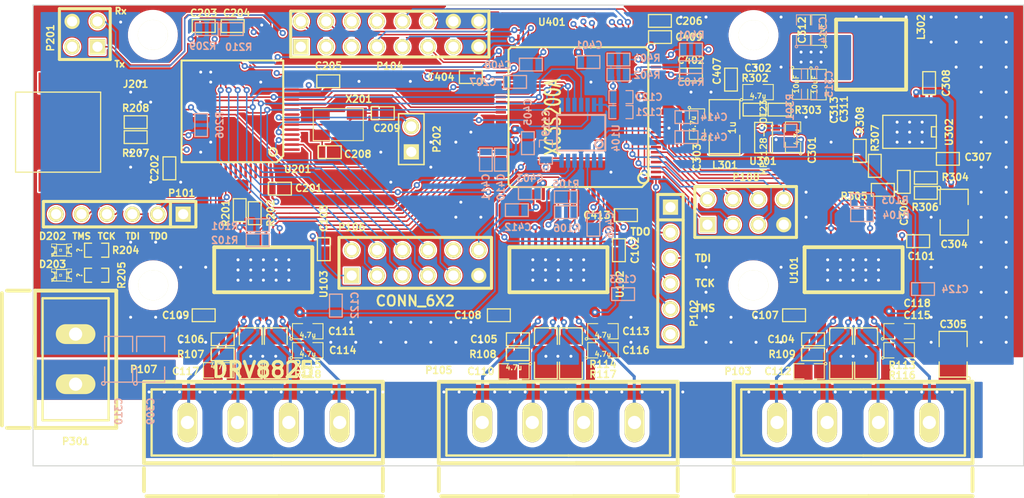
<source format=kicad_pcb>
(kicad_pcb (version 20221018) (generator pcbnew)
  (layers (0 "F.Cu" signal "TOP") (1 "In1.Cu" mixed "COPPER_1") (2 "In2.Cu" mixed "COPPER_2") (31 "B.Cu" signal "BOTTOM") (34 "B.Paste" user) (35 "F.Paste" user) (36 "B.SilkS" user "B.Silkscreen") (37 "F.SilkS" user "F.Silkscreen") (38 "B.Mask" user) (39 "F.Mask" user) (44 "Edge.Cuts" user))
  (net 0 "")
  (net 1 "+1.2V")
  (net 2 "+12V")
  (net 3 "+3.3V")
  (net 4 "/DECAY_0")
  (net 5 "/DECAY_1")
  (net 6 "/DECAY_2")
  (net 7 "/FPGA/CCLK")
  (net 8 "/FPGA/COM_CLK")
  (net 9 "/FPGA/COM_CS")
  (net 10 "/FPGA/COM_MISO")
  (net 11 "/FPGA/COM_MOSI")
  (net 12 "/FPGA/DIN")
  (net 13 "/FPGA/DONE")
  (net 14 "/FPGA/IO_L01N")
  (net 15 "/FPGA/IO_L01P")
  (net 16 "/FPGA/IO_L02P")
  (net 17 "/FPGA/IO_L05N")
  (net 18 "/FPGA/IO_L05P")
  (net 19 "/FPGA/IO_L06N")
  (net 20 "/FPGA/IO_L06P")
  (net 21 "/FPGA/L02N")
  (net 22 "/FPGA/L03N")
  (net 23 "/FPGA/L03P")
  (net 24 "/FPGA/L04N")
  (net 25 "/FPGA/L04P")
  (net 26 "/FPGA/L06N")
  (net 27 "/FPGA/L06P")
  (net 28 "/FPGA/L07N")
  (net 29 "/FPGA/L07P")
  (net 30 "/FPGA/L10N")
  (net 31 "/FPGA/L11N")
  (net 32 "/FPGA/L11P")
  (net 33 "/FPGA/M0_DIR")
  (net 34 "/FPGA/M0_EN")
  (net 35 "/FPGA/M0_FAULT")
  (net 36 "/FPGA/M0_RESET")
  (net 37 "/FPGA/M0_STEP")
  (net 38 "/FPGA/M1_DIR")
  (net 39 "/FPGA/M1_EN")
  (net 40 "/FPGA/M1_FAULT")
  (net 41 "/FPGA/M1_RESET")
  (net 42 "/FPGA/M1_STEP")
  (net 43 "/FPGA/M2_DIR")
  (net 44 "/FPGA/M2_EN")
  (net 45 "/FPGA/M2_FAULT")
  (net 46 "/FPGA/M2_RESET")
  (net 47 "/FPGA/M2_STEP")
  (net 48 "/MOT_A1_0")
  (net 49 "/MOT_A1_1")
  (net 50 "/MOT_A1_2")
  (net 51 "/MOT_A2_0")
  (net 52 "/MOT_A2_1")
  (net 53 "/MOT_A2_2")
  (net 54 "/MOT_B1_0")
  (net 55 "/MOT_B1_1")
  (net 56 "/MOT_B1_2")
  (net 57 "/MOT_B2_0")
  (net 58 "/MOT_B2_1")
  (net 59 "/MOT_B2_2")
  (net 60 "/OUTD_DAC")
  (net 61 "/PSU/1.2_FB")
  (net 62 "/PSU/1.2_SW")
  (net 63 "/PSU/DC_FB")
  (net 64 "/PSU/DC_SW")
  (net 65 "/SEN_A_0")
  (net 66 "/SEN_A_1")
  (net 67 "/SEN_A_2")
  (net 68 "/SEN_B_0")
  (net 69 "/SEN_B_1")
  (net 70 "/SEN_B_2")
  (net 71 "/STM32//CLR_DAC")
  (net 72 "/STM32/BOOT0")
  (net 73 "/STM32/BOOT1")
  (net 74 "/STM32/FPGA_CLK")
  (net 75 "/STM32/FPGA_INITB")
  (net 76 "/STM32/FPGA_PROG_B")
  (net 77 "/STM32/PB0_ADC12IN8")
  (net 78 "/STM32/PB1_ADC12IN9")
  (net 79 "/STM32/PC14")
  (net 80 "/STM32/PC15")
  (net 81 "/STM32/PC4_ADC12IN14")
  (net 82 "/STM32/PC5_ADC12IN15")
  (net 83 "/STM32/USB_PUP")
  (net 84 "/VRF_0")
  (net 85 "/VRF_1")
  (net 86 "/VRF_2")
  (net 87 "D+")
  (net 88 "D-")
  (net 89 "EXT_JTAG_TCK")
  (net 90 "EXT_JTAG_TDI")
  (net 91 "EXT_JTAG_TDO")
  (net 92 "EXT_JTAG_TMS")
  (net 93 "FPGA_TCK")
  (net 94 "FPGA_TDI")
  (net 95 "FPGA_TDO")
  (net 96 "FPGA_TMS")
  (net 97 "GND")
  (net 98 "Net-(C104-Pad2)")
  (net 99 "Net-(C105-Pad2)")
  (net 100 "Net-(C106-Pad2)")
  (net 101 "Net-(C107-Pad1)")
  (net 102 "Net-(C107-Pad2)")
  (net 103 "Net-(C108-Pad1)")
  (net 104 "Net-(C108-Pad2)")
  (net 105 "Net-(C109-Pad1)")
  (net 106 "Net-(C109-Pad2)")
  (net 107 "Net-(C208-Pad1)")
  (net 108 "Net-(C209-Pad1)")
  (net 109 "Net-(C306-Pad1)")
  (net 110 "Net-(C306-Pad2)")
  (net 111 "Net-(C307-Pad1)")
  (net 112 "Net-(C308-Pad2)")
  (net 113 "Net-(D202-Pad1)")
  (net 114 "Net-(D203-Pad1)")
  (net 115 "Net-(J201-Pad2)")
  (net 116 "Net-(J201-Pad3)")
  (net 117 "Net-(J201-Pad4)")
  (net 118 "Net-(P201-Pad1)")
  (net 119 "Net-(P201-Pad3)")
  (net 120 "Net-(P202-Pad2)")
  (net 121 "Net-(R204-Pad2)")
  (net 122 "Net-(R205-Pad2)")
  (net 123 "Net-(R301-Pad2)")
  (net 124 "Net-(R304-Pad2)")
  (net 125 "Net-(R401-Pad2)")
  (net 126 "Net-(R402-Pad2)")
  (net 127 "Net-(R404-Pad2)")
  (net 128 "Net-(U101-Pad23)")
  (net 129 "Net-(U101-Pad27)")
  (net 130 "Net-(U102-Pad23)")
  (net 131 "Net-(U102-Pad27)")
  (net 132 "Net-(U103-Pad23)")
  (net 133 "Net-(U103-Pad27)")
  (net 134 "Net-(U104-Pad1)")
  (net 135 "Net-(U104-Pad8)")
  (net 136 "Net-(U201-Pad1)")
  (net 137 "Net-(U201-Pad8)")
  (net 138 "Net-(U201-Pad9)")
  (net 139 "Net-(U201-Pad14)")
  (net 140 "/STM32/FPGA_SPI_MISO")
  (net 141 "Net-(U201-Pad29)")
  (net 142 "Net-(U201-Pad30)")
  (net 143 "Net-(U201-Pad37)")
  (net 144 "Net-(U201-Pad38)")
  (net 145 "Net-(U201-Pad39)")
  (net 146 "Net-(U201-Pad42)")
  (net 147 "Net-(U201-Pad43)")
  (net 148 "Net-(U201-Pad51)")
  (net 149 "Net-(U201-Pad54)")
  (net 150 "Net-(U201-Pad56)")
  (net 151 "Net-(U201-Pad57)")
  (net 152 "Net-(U201-Pad58)")
  (net 153 "Net-(U201-Pad59)")
  (net 154 "Net-(U201-Pad61)")
  (net 155 "Net-(U401-Pad77)")
  (net 156 "Net-(U401-Pad78)")
  (net 157 "Net-(U401-Pad82)")
  (net 158 "Net-(U401-Pad83)")
  (net 159 "Net-(U401-Pad90)")
  (net 160 "Net-(U401-Pad94)")
  (net 161 "Net-(U401-Pad97)")
  (net 162 "Net-(U401-Pad98)")
  (net 163 "Net-(U401-Pad99)")
  (net 164 "Net-(U401-Pad64)")
  (net 165 "Net-(U401-Pad68)")
  (net 166 "Net-(U401-Pad7)")
  (net 167 "Net-(U401-Pad21)")
  (net 168 "Net-(U401-Pad32)")
  (net 169 "Net-(U401-Pad33)")
  (net 170 "Net-(U401-Pad39)")
  (net 171 "Net-(U401-Pad40)")
  (net 172 "Net-(U401-Pad41)")
  (net 173 "Net-(U401-Pad43)")
  (net 174 "Net-(U401-Pad44)")
  (net 175 "Net-(U401-Pad46)")
  (net 176 "Net-(J201-Pad1)")
  (net 177 "Net-(J201-Pad5)")
  (net 178 "/FPGA/DAC_CS")
  (net 179 "Net-(R207-Pad1)")
  (net 180 "Net-(R208-Pad2)")
  (net 181 "+3V3")
  (net 182 "/STM32/FPGA_IRQ")
  (footprint "TQFP_100" (layer "F.Cu") (at 159.75 97.5 -90)
    (fp_text reference "U401")
    (fp_text value "XC3S200A")
  )
  (footprint "LQFP_64" (layer "F.Cu") (at 125.25 97 90)
    (fp_text reference "U201")
    (fp_text value "STM32F103RG_LQFP64" hide)
  )
  (footprint "HTSSOP28_PowerPad" (layer "F.Cu") (at 128.25 112.75)
    (fp_text reference "U103")
    (fp_text value "DRV8825")
  )
  (footprint "HTSSOP28_PowerPad" (layer "F.Cu") (at 157.75 112.75)
    (fp_text reference "U102")
    (fp_text value "DRV8825" hide)
  )
  (footprint "HTSSOP28_PowerPad" (layer "F.Cu") (at 187.25 112.75)
    (fp_text reference "U101")
    (fp_text value "DRV8825" hide)
  )
  (footprint "SO8_WITH_EP" (layer "F.Cu") (at 192.87 98.97 180)
    (fp_text reference "U302")
    (fp_text value "MP2303_SOIC8E" hide)
  )
  (footprint "SM0805" (layer "F.Cu") (at 162.2 120.8)
    (fp_text reference "C116")
    (fp_text value "4.7u")
  )
  (footprint "SM0805" (layer "F.Cu") (at 132.7 118.9)
    (fp_text reference "C111")
    (fp_text value "4.7u")
  )
  (footprint "SM0805" (layer "F.Cu") (at 132.7 120.8)
    (fp_text reference "C114")
    (fp_text value "4.7u")
  )
  (footprint "SM0805" (layer "F.Cu") (at 123.8 122.8 180)
    (fp_text reference "C117")
    (fp_text value "4.7u")
  )
  (footprint "SM0805" (layer "F.Cu") (at 191.8 118.9)
    (fp_text reference "C118")
    (fp_text value "4.7u" hide)
  )
  (footprint "SM0805" (layer "F.Cu") (at 191.8 120.8)
    (fp_text reference "C115")
    (fp_text value "4.7u" hide)
  )
  (footprint "SM0805" (layer "F.Cu") (at 182.8 122.9 180)
    (fp_text reference "C112")
    (fp_text value "4.7u" hide)
  )
  (footprint "SM0805" (layer "F.Cu") (at 162.2 118.9)
    (fp_text reference "C113")
    (fp_text value "4.7u")
  )
  (footprint "SM0805" (layer "F.Cu") (at 153.3 122.9 180)
    (fp_text reference "C110")
    (fp_text value "4.7u")
  )
  (footprint "Molex_54819-0572" (layer "F.Cu") (at 108 99)
    (fp_text reference "J201")
    (fp_text value "USB_OTG" hide)
  )
  (footprint "MOL_CONN_4_VH" (layer "F.Cu") (at 187.198 128.016)
    (fp_text reference "P103")
    (fp_text value "CONN_4" hide)
  )
  (footprint "MOL_CONN_4_VH" (layer "F.Cu") (at 157.734 128.016)
    (fp_text reference "P105")
    (fp_text value "CONN_4" hide)
  )
  (footprint "MOL_CONN_2_VH" (layer "F.Cu") (at 109.5 121.7 -90)
    (fp_text reference "P301")
    (fp_text value "12V_Conn" hide)
  )
  (footprint "LED-0805" (layer "F.Cu") (at 108.1 113.3 180)
    (fp_text reference "D203")
    (fp_text value "POWER_GREEN" hide)
  )
  (footprint "LED-0805" (layer "F.Cu") (at 108.1 110.8 180)
    (fp_text reference "D202")
    (fp_text value "BUSY_ORANGE" hide)
  )
  (footprint "SM0603" (layer "F.Cu") (at 115.5 99.5)
    (fp_text reference "R207")
    (fp_text value "22" hide)
  )
  (footprint "SM0603" (layer "F.Cu") (at 115.5 98 180)
    (fp_text reference "R208")
    (fp_text value "22" hide)
  )
  (footprint "SM1206" (layer "F.Cu") (at 129.5 121.1 -90)
    (fp_text reference "R115")
    (fp_text value "0.1" hide)
  )
  (footprint "SM1206" (layer "F.Cu") (at 127 121.1 -90)
    (fp_text reference "R118")
    (fp_text value "0.1" hide)
  )
  (footprint "SM1206" (layer "F.Cu") (at 159 121.1 -90)
    (fp_text reference "R114")
    (fp_text value "0.1" hide)
  )
  (footprint "SM1206" (layer "F.Cu") (at 156.5 121.1 -90)
    (fp_text reference "R117")
    (fp_text value "0.1" hide)
  )
  (footprint "SM1206" (layer "F.Cu") (at 188.5 121.1 -90)
    (fp_text reference "R113")
    (fp_text value "0.1" hide)
  )
  (footprint "SM1206" (layer "F.Cu") (at 186 121.1 -90)
    (fp_text reference "R116")
    (fp_text value "0.1" hide)
  )
  (footprint "SM0603_Resistor" (layer "F.Cu") (at 111.6 113.3)
    (fp_text reference "R205")
    (fp_text value "?")
  )
  (footprint "SM0603_Resistor" (layer "F.Cu") (at 111.6 110.8)
    (fp_text reference "R204")
    (fp_text value "?")
  )
  (footprint "IND_7x7x4.5" (layer "F.Cu") (at 189 91.25 180)
    (fp_text reference "L302")
    (fp_text value "10uH" hide)
  )
  (footprint "SM0603" (layer "F.Cu") (at 189.37 102.37 90)
    (fp_text reference "R307")
    (fp_text value "10k" hide)
  )
  (footprint "SM0603" (layer "F.Cu") (at 187.87 100.87 90)
    (fp_text reference "R308")
    (fp_text value "30.9k" hide)
  )
  (footprint "SM0603" (layer "F.Cu") (at 122.3 117.3)
    (fp_text reference "C109")
    (fp_text value "10n" hide)
  )
  (footprint "SM0603" (layer "F.Cu") (at 151.8 117.3)
    (fp_text reference "C108")
    (fp_text value "10n" hide)
  )
  (footprint "SM0603" (layer "F.Cu") (at 181.3 117.3)
    (fp_text reference "C107")
    (fp_text value "10n" hide)
  )
  (footprint "SM1210L" (layer "F.Cu") (at 174.35 98.55 90)
    (fp_text reference "L301")
    (fp_text value "1u")
  )
  (footprint "SM0805" (layer "F.Cu") (at 181.2 99.5 90)
    (fp_text reference "C301")
    (fp_text value "4.7u")
  )
  (footprint "SM0805" (layer "F.Cu") (at 177.7 95)
    (fp_text reference "C302")
    (fp_text value "4.7u")
  )
  (footprint "SM0805" (layer "F.Cu") (at 171.6 98.2 -90)
    (fp_text reference "C303")
    (fp_text value "4.7u")
  )
  (footprint "SM0603" (layer "F.Cu") (at 177.35 96.75)
    (fp_text reference "R302")
    (fp_text value "200k" hide)
  )
  (footprint "SM0603" (layer "F.Cu") (at 179.85 96.75)
    (fp_text reference "R303")
    (fp_text value "200k" hide)
  )
  (footprint "SOT23-5" (layer "F.Cu") (at 178.25 99.55 -90)
    (fp_text reference "U301")
    (fp_text value "MP2128-SOT23")
  )
  (footprint "SM1210" (layer "F.Cu") (at 197.2 121.2 90)
    (fp_text reference "C305")
    (fp_text value "10uF" hide)
  )
  (footprint "SM1210" (layer "F.Cu") (at 197.3 107 -90)
    (fp_text reference "C304")
    (fp_text value "10uF" hide)
  )
  (footprint "SM0603" (layer "F.Cu") (at 192.27 103.97 -90)
    (fp_text reference "C306")
    (fp_text value "4.7nF" hide)
  )
  (footprint "SM0603" (layer "F.Cu") (at 190.17 104.77 180)
    (fp_text reference "R305")
    (fp_text value "4.42k" hide)
  )
  (footprint "SM0805" (layer "F.Cu") (at 183.75 94.25 -90)
    (fp_text reference "C311")
    (fp_text value "10uF")
  )
  (footprint "SM0805" (layer "F.Cu") (at 183.7 88.8 90)
    (fp_text reference "C312")
    (fp_text value "1uF")
  )
  (footprint "SM0805" (layer "F.Cu") (at 181.9 94.2 -90)
    (fp_text reference "C313")
    (fp_text value "10uF")
  )
  (footprint "SM0603" (layer "F.Cu") (at 194.47 105.07)
    (fp_text reference "R306")
    (fp_text value "47k" hide)
  )
  (footprint "SM0603" (layer "F.Cu") (at 194.47 103.57 180)
    (fp_text reference "R304")
    (fp_text value "100k" hide)
  )
  (footprint "SM0603" (layer "F.Cu") (at 196.67 101.67)
    (fp_text reference "C307")
    (fp_text value "0.1uF" hide)
  )
  (footprint "SM0603" (layer "F.Cu") (at 194.8 94.1 90)
    (fp_text reference "C308")
    (fp_text value "10nF" hide)
  )
  (footprint "SM0603" (layer "F.Cu") (at 124.2 119.7 180)
    (fp_text reference "C106")
    (fp_text value "0.1u" hide)
  )
  (footprint "SM0603" (layer "F.Cu") (at 124.2 121.2)
    (fp_text reference "R107")
    (fp_text value "1M" hide)
  )
  (footprint "SM0603" (layer "F.Cu") (at 134.3 110.7 -90)
    (fp_text reference "C103")
    (fp_text value "0.47u" hide)
  )
  (footprint "SM0603" (layer "F.Cu") (at 153.7 119.7 180)
    (fp_text reference "C105")
    (fp_text value "0.1u" hide)
  )
  (footprint "SM0603" (layer "F.Cu") (at 153.7 121.2)
    (fp_text reference "R108")
    (fp_text value "1M" hide)
  )
  (footprint "SM0603" (layer "F.Cu") (at 183.2 121.2)
    (fp_text reference "R109")
    (fp_text value "1M" hide)
  )
  (footprint "SM0603" (layer "F.Cu") (at 163.8 110.8 -90)
    (fp_text reference "C102")
    (fp_text value "0.47u" hide)
  )
  (footprint "SM0603" (layer "F.Cu") (at 193.7 109.9)
    (fp_text reference "C101")
    (fp_text value "0.47u" hide)
  )
  (footprint "SM0603" (layer "F.Cu") (at 183.2 119.7 180)
    (fp_text reference "C104")
    (fp_text value "0.1u" hide)
  )
  (footprint "XTAL_5.0x3.2mm" (layer "F.Cu") (at 135.75 98.25)
    (fp_text reference "X201")
    (fp_text value "TXC_50X32_AB" hide)
  )
  (footprint "SM0603" (layer "F.Cu") (at 134.9 101)
    (fp_text reference "C208")
    (fp_text value "CSMALL" hide)
  )
  (footprint "SM0603" (layer "F.Cu") (at 140.2 97.1)
    (fp_text reference "C209")
    (fp_text value "CSMALL" hide)
  )
  (footprint "SM0603" (layer "F.Cu") (at 127.4 107.1 -90)
    (fp_text reference "R202")
    (fp_text value "10k" hide)
  )
  (footprint "SM0603" (layer "F.Cu") (at 125.9 106.8 90)
    (fp_text reference "R201")
    (fp_text value "0" hide)
  )
  (footprint "SM0603" (layer "F.Cu") (at 118.872 102.616 -90)
    (fp_text reference "C202")
    (fp_text value "1uF" hide)
  )
  (footprint "SM0603" (layer "F.Cu") (at 122.301 88.392)
    (fp_text reference "C203")
    (fp_text value "1uF" hide)
  )
  (footprint "SM0603" (layer "F.Cu") (at 125.2 88.4 180)
    (fp_text reference "C204")
    (fp_text value "1uF" hide)
  )
  (footprint "SM0603" (layer "F.Cu") (at 134.747 93.9165)
    (fp_text reference "C205")
    (fp_text value "1uF" hide)
  )
  (footprint "SM0603" (layer "F.Cu") (at 167.894 87.884)
    (fp_text reference "C206")
    (fp_text value "1uF" hide)
  )
  (footprint "SM0603" (layer "F.Cu") (at 129.921 104.648)
    (fp_text reference "C201")
    (fp_text value "1uF" hide)
  )
  (footprint "SM0603" (layer "F.Cu") (at 164.5 107.3)
    (fp_text reference "C413")
    (fp_text value "100n" hide)
  )
  (footprint "SM0603" (layer "F.Cu") (at 167.9 89.5)
    (fp_text reference "C409")
    (fp_text value "100n" hide)
  )
  (footprint "SM0603" (layer "F.Cu") (at 149 93.5 180)
    (fp_text reference "C404")
    (fp_text value "100n" hide)
  )
  (footprint "SM0603" (layer "F.Cu") (at 171 93.25)
    (fp_text reference "C402")
    (fp_text value "1u" hide)
  )
  (footprint "SM0603" (layer "F.Cu") (at 175 93.75 90)
    (fp_text reference "C407")
    (fp_text value "10n" hide)
  )
  (footprint "MOL_CONN_4_VH" (layer "F.Cu") (at 128.27 128.016)
    (fp_text reference "P107")
    (fp_text value "CONN_4" hide)
  )
  (footprint "3mm_nonplated" (layer "F.Cu") (at 117.221 89.281)
    (fp_text reference "3mm_nonplated" hide)
    (fp_text value "VAL**" hide)
  )
  (footprint "3mm_nonplated" (layer "F.Cu") (at 177.25 89.3)
    (fp_text reference "3mm_nonplated" hide)
    (fp_text value "VAL**" hide)
  )
  (footprint "3mm_nonplated" (layer "F.Cu") (at 177.225 114.3)
    (fp_text reference "3mm_nonplated" hide)
    (fp_text value "VAL**" hide)
  )
  (footprint "3mm_nonplated" (layer "F.Cu") (at 117.25 114.3)
    (fp_text reference "3mm_nonplated" hide)
    (fp_text value "VAL**" hide)
  )
  (footprint "PIN_ARRAY_2X2" (layer "F.Cu") (at 110.42 89.2 90)
    (fp_text reference "P201")
    (fp_text value "CONN_2X2" hide)
  )
  (footprint "PIN_ARRAY-6X1" (layer "F.Cu") (at 113.9 107.2 180)
    (fp_text reference "P101")
    (fp_text value "JTAG" hide)
  )
  (footprint "PIN_ARRAY-6X1" (layer "F.Cu") (at 168.95 112.85 -90)
    (fp_text reference "P102")
    (fp_text value "JTAG" hide)
  )
  (footprint "pin_array_8x2" (layer "F.Cu") (at 140.9 89.2)
    (fp_text reference "P104")
    (fp_text value "CONN_8X2" hide)
  )
  (footprint "pin_array_6x2" (layer "F.Cu") (at 143.44 112.06)
    (fp_text reference "P106")
    (fp_text value "CONN_6X2")
  )
  (footprint "pin_array_4x2" (layer "F.Cu") (at 176.46 106.98)
    (fp_text reference "P108")
    (fp_text value "CONN_4X2" hide)
  )
  (footprint "VIA_600_300_GND" (layer "F.Cu") (at 157.734 112.776)
    (fp_text reference "VIA_600_300_GND" hide)
    (fp_text value "VAL**" hide)
  )
  (footprint "VIA_600_300_GND" (layer "F.Cu") (at 159.004 112.776)
    (fp_text reference "VIA_600_300_GND" hide)
    (fp_text value "VAL**" hide)
  )
  (footprint "VIA_600_300_GND" (layer "F.Cu") (at 160.274 112.776)
    (fp_text reference "VIA_600_300_GND" hide)
    (fp_text value "VAL**" hide)
  )
  (footprint "VIA_600_300_GND" (layer "F.Cu") (at 159.004 111.76)
    (fp_text reference "VIA_600_300_GND" hide)
    (fp_text value "VAL**" hide)
  )
  (footprint "VIA_600_300_GND" (layer "F.Cu") (at 157.734 111.76)
    (fp_text reference "VIA_600_300_GND" hide)
    (fp_text value "VAL**" hide)
  )
  (footprint "VIA_600_300_GND" (layer "F.Cu") (at 157.734 113.792)
    (fp_text reference "VIA_600_300_GND" hide)
    (fp_text value "VAL**" hide)
  )
  (footprint "VIA_600_300_GND" (layer "F.Cu") (at 159.004 113.792)
    (fp_text reference "VIA_600_300_GND" hide)
    (fp_text value "VAL**" hide)
  )
  (footprint "VIA_600_300_GND" (layer "F.Cu") (at 160.274 113.792)
    (fp_text reference "VIA_600_300_GND" hide)
    (fp_text value "VAL**" hide)
  )
  (footprint "VIA_600_300_GND" (layer "F.Cu") (at 160.274 111.76)
    (fp_text reference "VIA_600_300_GND" hide)
    (fp_text value "VAL**" hide)
  )
  (footprint "VIA_600_300_GND" (layer "F.Cu") (at 156.464 111.76)
    (fp_text reference "VIA_600_300_GND" hide)
    (fp_text value "VAL**" hide)
  )
  (footprint "VIA_600_300_GND" (layer "F.Cu") (at 156.464 112.776)
    (fp_text reference "VIA_600_300_GND" hide)
    (fp_text value "VAL**" hide)
  )
  (footprint "VIA_600_300_GND" (layer "F.Cu") (at 156.464 113.792)
    (fp_text reference "VIA_600_300_GND" hide)
    (fp_text value "VAL**" hide)
  )
  (footprint "VIA_600_300_GND" (layer "F.Cu") (at 155.194 111.76)
    (fp_text reference "VIA_600_300_GND" hide)
    (fp_text value "VAL**" hide)
  )
  (footprint "VIA_600_300_GND" (layer "F.Cu") (at 155.194 112.776)
    (fp_text reference "VIA_600_300_GND" hide)
    (fp_text value "VAL**" hide)
  )
  (footprint "VIA_600_300_GND" (layer "F.Cu") (at 155.194 113.792)
    (fp_text reference "VIA_600_300_GND" hide)
    (fp_text value "VAL**" hide)
  )
  (footprint "VIA_600_300_GND" (layer "F.Cu") (at 128.27 112.776)
    (fp_text reference "VIA_600_300_GND" hide)
    (fp_text value "VAL**" hide)
  )
  (footprint "VIA_600_300_GND" (layer "F.Cu") (at 129.54 112.776)
    (fp_text reference "VIA_600_300_GND" hide)
    (fp_text value "VAL**" hide)
  )
  (footprint "VIA_600_300_GND" (layer "F.Cu") (at 130.81 112.776)
    (fp_text reference "VIA_600_300_GND" hide)
    (fp_text value "VAL**" hide)
  )
  (footprint "VIA_600_300_GND" (layer "F.Cu") (at 130.81 111.76)
    (fp_text reference "VIA_600_300_GND" hide)
    (fp_text value "VAL**" hide)
  )
  (footprint "VIA_600_300_GND" (layer "F.Cu") (at 129.54 111.76)
    (fp_text reference "VIA_600_300_GND" hide)
    (fp_text value "VAL**" hide)
  )
  (footprint "VIA_600_300_GND" (layer "F.Cu") (at 128.27 111.76)
    (fp_text reference "VIA_600_300_GND" hide)
    (fp_text value "VAL**" hide)
  )
  (footprint "VIA_600_300_GND" (layer "F.Cu") (at 127 111.76)
    (fp_text reference "VIA_600_300_GND" hide)
    (fp_text value "VAL**" hide)
  )
  (footprint "VIA_600_300_GND" (layer "F.Cu") (at 125.73 111.76)
    (fp_text reference "VIA_600_300_GND" hide)
    (fp_text value "VAL**" hide)
  )
  (footprint "VIA_600_300_GND" (layer "F.Cu") (at 125.73 112.776)
    (fp_text reference "VIA_600_300_GND" hide)
    (fp_text value "VAL**" hide)
  )
  (footprint "VIA_600_300_GND" (layer "F.Cu") (at 127 112.776)
    (fp_text reference "VIA_600_300_GND" hide)
    (fp_text value "VAL**" hide)
  )
  (footprint "VIA_600_300_GND" (layer "F.Cu") (at 128.27 113.792)
    (fp_text reference "VIA_600_300_GND" hide)
    (fp_text value "VAL**" hide)
  )
  (footprint "VIA_600_300_GND" (layer "F.Cu") (at 127 113.792)
    (fp_text reference "VIA_600_300_GND" hide)
    (fp_text value "VAL**" hide)
  )
  (footprint "VIA_600_300_GND" (layer "F.Cu") (at 125.73 113.792)
    (fp_text reference "VIA_600_300_GND" hide)
    (fp_text value "VAL**" hide)
  )
  (footprint "VIA_600_300_GND" (layer "F.Cu") (at 129.54 113.792)
    (fp_text reference "VIA_600_300_GND" hide)
    (fp_text value "VAL**" hide)
  )
  (footprint "VIA_600_300_GND" (layer "F.Cu") (at 130.81 113.792)
    (fp_text reference "VIA_600_300_GND" hide)
    (fp_text value "VAL**" hide)
  )
  (footprint "VIA_600_300_GND" (layer "F.Cu") (at 187.198 112.776)
    (fp_text reference "VIA_600_300_GND" hide)
    (fp_text value "VAL**" hide)
  )
  (footprint "VIA_600_300_GND" (layer "F.Cu") (at 188.468 112.776)
    (fp_text reference "VIA_600_300_GND" hide)
    (fp_text value "VAL**" hide)
  )
  (footprint "VIA_600_300_GND" (layer "F.Cu") (at 189.738 112.776)
    (fp_text reference "VIA_600_300_GND" hide)
    (fp_text value "VAL**" hide)
  )
  (footprint "VIA_600_300_GND" (layer "F.Cu") (at 189.738 113.792)
    (fp_text reference "VIA_600_300_GND" hide)
    (fp_text value "VAL**" hide)
  )
  (footprint "VIA_600_300_GND" (layer "F.Cu") (at 188.468 113.792)
    (fp_text reference "VIA_600_300_GND" hide)
    (fp_text value "VAL**" hide)
  )
  (footprint "VIA_600_300_GND" (layer "F.Cu") (at 187.198 113.792)
    (fp_text reference "VIA_600_300_GND" hide)
    (fp_text value "VAL**" hide)
  )
  (footprint "VIA_600_300_GND" (layer "F.Cu") (at 185.928 113.792)
    (fp_text reference "VIA_600_300_GND" hide)
    (fp_text value "VAL**" hide)
  )
  (footprint "VIA_600_300_GND" (layer "F.Cu") (at 184.658 113.792)
    (fp_text reference "VIA_600_300_GND" hide)
    (fp_text value "VAL**" hide)
  )
  (footprint "VIA_600_300_GND" (layer "F.Cu") (at 184.658 112.776)
    (fp_text reference "VIA_600_300_GND" hide)
    (fp_text value "VAL**" hide)
  )
  (footprint "VIA_600_300_GND" (layer "F.Cu") (at 185.928 112.776)
    (fp_text reference "VIA_600_300_GND" hide)
    (fp_text value "VAL**" hide)
  )
  (footprint "VIA_600_300_GND" (layer "F.Cu") (at 187.198 111.76)
    (fp_text reference "VIA_600_300_GND" hide)
    (fp_text value "VAL**" hide)
  )
  (footprint "VIA_600_300_GND" (layer "F.Cu") (at 188.468 111.76)
    (fp_text reference "VIA_600_300_GND" hide)
    (fp_text value "VAL**" hide)
  )
  (footprint "VIA_600_300_GND" (layer "F.Cu") (at 189.738 111.76)
    (fp_text reference "VIA_600_300_GND" hide)
    (fp_text value "VAL**" hide)
  )
  (footprint "VIA_600_300_GND" (layer "F.Cu") (at 185.928 111.76)
    (fp_text reference "VIA_600_300_GND" hide)
    (fp_text value "VAL**" hide)
  )
  (footprint "VIA_600_300_GND" (layer "F.Cu") (at 184.658 111.76)
    (fp_text reference "VIA_600_300_GND" hide)
    (fp_text value "VAL**" hide)
  )
  (footprint "VIA_600_300_GND" (layer "F.Cu") (at 192.85 99)
    (fp_text reference "VIA_600_300_GND" hide)
    (fp_text value "VAL**" hide)
  )
  (footprint "VIA_600_300_GND" (layer "F.Cu") (at 194.1 99)
    (fp_text reference "VIA_600_300_GND" hide)
    (fp_text value "VAL**" hide)
  )
  (footprint "VIA_600_300_GND" (layer "F.Cu") (at 194.1 98)
    (fp_text reference "VIA_600_300_GND" hide)
    (fp_text value "VAL**" hide)
  )
  (footprint "VIA_600_300_GND" (layer "F.Cu") (at 192.85 98)
    (fp_text reference "VIA_600_300_GND" hide)
    (fp_text value "VAL**" hide)
  )
  (footprint "VIA_600_300_GND" (layer "F.Cu") (at 194.1 100)
    (fp_text reference "VIA_600_300_GND" hide)
    (fp_text value "VAL**" hide)
  )
  (footprint "VIA_600_300_GND" (layer "F.Cu") (at 192.85 100)
    (fp_text reference "VIA_600_300_GND" hide)
    (fp_text value "VAL**" hide)
  )
  (footprint "VIA_600_300_GND" (layer "F.Cu") (at 191.6 100)
    (fp_text reference "VIA_600_300_GND" hide)
    (fp_text value "VAL**" hide)
  )
  (footprint "VIA_600_300_GND" (layer "F.Cu") (at 191.6 99)
    (fp_text reference "VIA_600_300_GND" hide)
    (fp_text value "VAL**" hide)
  )
  (footprint "VIA_600_300_GND" (layer "F.Cu") (at 191.6 98)
    (fp_text reference "VIA_600_300_GND" hide)
    (fp_text value "VAL**" hide)
  )
  (footprint "VIA_600_300_GND" (layer "F.Cu") (at 202.5 120)
    (fp_text reference "VIA_600_300_GND" hide)
    (fp_text value "VAL**" hide)
  )
  (footprint "VIA_600_300_GND" (layer "F.Cu") (at 202.5 117.5)
    (fp_text reference "VIA_600_300_GND" hide)
    (fp_text value "VAL**" hide)
  )
  (footprint "VIA_600_300_GND" (layer "F.Cu") (at 202.5 115)
    (fp_text reference "VIA_600_300_GND" hide)
    (fp_text value "VAL**" hide)
  )
  (footprint "VIA_600_300_GND" (layer "F.Cu") (at 202.5 112.5)
    (fp_text reference "VIA_600_300_GND" hide)
    (fp_text value "VAL**" hide)
  )
  (footprint "VIA_600_300_GND" (layer "F.Cu") (at 202.5 110)
    (fp_text reference "VIA_600_300_GND" hide)
    (fp_text value "VAL**" hide)
  )
  (footprint "VIA_600_300_GND" (layer "F.Cu") (at 202.5 107.5)
    (fp_text reference "VIA_600_300_GND" hide)
    (fp_text value "VAL**" hide)
  )
  (footprint "VIA_600_300_GND" (layer "F.Cu") (at 202.5 105)
    (fp_text reference "VIA_600_300_GND" hide)
    (fp_text value "VAL**" hide)
  )
  (footprint "VIA_600_300_GND" (layer "F.Cu") (at 202.5 102.5)
    (fp_text reference "VIA_600_300_GND" hide)
    (fp_text value "VAL**" hide)
  )
  (footprint "VIA_600_300_GND" (layer "F.Cu") (at 202.5 100)
    (fp_text reference "VIA_600_300_GND" hide)
    (fp_text value "VAL**" hide)
  )
  (footprint "VIA_600_300_GND" (layer "F.Cu") (at 202.5 97.5)
    (fp_text reference "VIA_600_300_GND" hide)
    (fp_text value "VAL**" hide)
  )
  (footprint "VIA_600_300_GND" (layer "F.Cu") (at 202.5 95)
    (fp_text reference "VIA_600_300_GND" hide)
    (fp_text value "VAL**" hide)
  )
  (footprint "VIA_600_300_GND" (layer "F.Cu") (at 202.5 92.5)
    (fp_text reference "VIA_600_300_GND" hide)
    (fp_text value "VAL**" hide)
  )
  (footprint "VIA_600_300_GND" (layer "F.Cu") (at 202.5 90)
    (fp_text reference "VIA_600_300_GND" hide)
    (fp_text value "VAL**" hide)
  )
  (footprint "VIA_600_300_GND" (layer "F.Cu") (at 202.5 87.5)
    (fp_text reference "VIA_600_300_GND" hide)
    (fp_text value "VAL**" hide)
  )
  (footprint "VIA_600_300_GND" (layer "F.Cu") (at 200 87.5)
    (fp_text reference "VIA_600_300_GND" hide)
    (fp_text value "VAL**" hide)
  )
  (footprint "VIA_600_300_GND" (layer "F.Cu") (at 197.5 87.5)
    (fp_text reference "VIA_600_300_GND" hide)
    (fp_text value "VAL**" hide)
  )
  (footprint "VIA_600_300_GND" (layer "F.Cu") (at 195 87.5)
    (fp_text reference "VIA_600_300_GND" hide)
    (fp_text value "VAL**" hide)
  )
  (footprint "VIA_600_300_GND" (layer "F.Cu") (at 192.5 87.5)
    (fp_text reference "VIA_600_300_GND" hide)
    (fp_text value "VAL**" hide)
  )
  (footprint "VIA_600_300_GND" (layer "F.Cu") (at 190 87.5)
    (fp_text reference "VIA_600_300_GND" hide)
    (fp_text value "VAL**" hide)
  )
  (footprint "VIA_600_300_GND" (layer "F.Cu") (at 187.5 87.5)
    (fp_text reference "VIA_600_300_GND" hide)
    (fp_text value "VAL**" hide)
  )
  (footprint "VIA_600_300_GND" (layer "F.Cu") (at 180 87.5)
    (fp_text reference "VIA_600_300_GND" hide)
    (fp_text value "VAL**" hide)
  )
  (footprint "VIA_600_300_GND" (layer "F.Cu") (at 172.5 87.5)
    (fp_text reference "VIA_600_300_GND" hide)
    (fp_text value "VAL**" hide)
  )
  (footprint "VIA_600_300_GND" (layer "F.Cu") (at 170 87.5)
    (fp_text reference "VIA_600_300_GND" hide)
    (fp_text value "VAL**" hide)
  )
  (footprint "VIA_600_300_GND" (layer "F.Cu") (at 177.5 92.5)
    (fp_text reference "VIA_600_300_GND" hide)
    (fp_text value "VAL**" hide)
  )
  (footprint "VIA_600_300_GND" (layer "F.Cu") (at 180 92.5)
    (fp_text reference "VIA_600_300_GND" hide)
    (fp_text value "VAL**" hide)
  )
  (footprint "VIA_600_300_GND" (layer "F.Cu") (at 172.5 120)
    (fp_text reference "VIA_600_300_GND" hide)
    (fp_text value "VAL**" hide)
  )
  (footprint "VIA_600_300_GND" (layer "F.Cu") (at 172.5 117.5)
    (fp_text reference "VIA_600_300_GND" hide)
    (fp_text value "VAL**" hide)
  )
  (footprint "VIA_600_300_GND" (layer "F.Cu") (at 172.5 115)
    (fp_text reference "VIA_600_300_GND" hide)
    (fp_text value "VAL**" hide)
  )
  (footprint "VIA_600_300_GND" (layer "F.Cu") (at 172.5 112.5)
    (fp_text reference "VIA_600_300_GND" hide)
    (fp_text value "VAL**" hide)
  )
  (footprint "VIA_600_300_GND" (layer "F.Cu") (at 175 120)
    (fp_text reference "VIA_600_300_GND" hide)
    (fp_text value "VAL**" hide)
  )
  (footprint "VIA_600_300_GND" (layer "F.Cu") (at 175 117.5)
    (fp_text reference "VIA_600_300_GND" hide)
    (fp_text value "VAL**" hide)
  )
  (footprint "VIA_600_300_GND" (layer "F.Cu") (at 177.5 117.5)
    (fp_text reference "VIA_600_300_GND" hide)
    (fp_text value "VAL**" hide)
  )
  (footprint "VIA_600_300_GND" (layer "F.Cu") (at 177.5 120)
    (fp_text reference "VIA_600_300_GND" hide)
    (fp_text value "VAL**" hide)
  )
  (footprint "VIA_600_300_GND" (layer "F.Cu") (at 180 120)
    (fp_text reference "VIA_600_300_GND" hide)
    (fp_text value "VAL**" hide)
  )
  (footprint "VIA_600_300_GND" (layer "F.Cu") (at 182.5 107.5)
    (fp_text reference "VIA_600_300_GND" hide)
    (fp_text value "VAL**" hide)
  )
  (footprint "VIA_600_300_GND" (layer "F.Cu") (at 182.5 105)
    (fp_text reference "VIA_600_300_GND" hide)
    (fp_text value "VAL**" hide)
  )
  (footprint "VIA_600_300_GND" (layer "F.Cu") (at 192.5 107.5)
    (fp_text reference "VIA_600_300_GND" hide)
    (fp_text value "VAL**" hide)
  )
  (footprint "VIA_600_300_GND" (layer "F.Cu") (at 195 107.5)
    (fp_text reference "VIA_600_300_GND" hide)
    (fp_text value "VAL**" hide)
  )
  (footprint "VIA_600_300_GND" (layer "F.Cu") (at 165 117.5)
    (fp_text reference "VIA_600_300_GND" hide)
    (fp_text value "VAL**" hide)
  )
  (footprint "VIA_600_300_GND" (layer "F.Cu") (at 165 120)
    (fp_text reference "VIA_600_300_GND" hide)
    (fp_text value "VAL**" hide)
  )
  (footprint "VIA_600_300_GND" (layer "F.Cu") (at 150 120)
    (fp_text reference "VIA_600_300_GND" hide)
    (fp_text value "VAL**" hide)
  )
  (footprint "VIA_600_300_GND" (layer "F.Cu") (at 147.5 120)
    (fp_text reference "VIA_600_300_GND" hide)
    (fp_text value "VAL**" hide)
  )
  (footprint "VIA_600_300_GND" (layer "F.Cu") (at 145 120)
    (fp_text reference "VIA_600_300_GND" hide)
    (fp_text value "VAL**" hide)
  )
  (footprint "VIA_600_300_GND" (layer "F.Cu") (at 142.5 120)
    (fp_text reference "VIA_600_300_GND" hide)
    (fp_text value "VAL**" hide)
  )
  (footprint "VIA_600_300_GND" (layer "F.Cu") (at 140 120)
    (fp_text reference "VIA_600_300_GND" hide)
    (fp_text value "VAL**" hide)
  )
  (footprint "VIA_600_300_GND" (layer "F.Cu") (at 137.5 120)
    (fp_text reference "VIA_600_300_GND" hide)
    (fp_text value "VAL**" hide)
  )
  (footprint "VIA_600_300_GND" (layer "F.Cu") (at 135 120)
    (fp_text reference "VIA_600_300_GND" hide)
    (fp_text value "VAL**" hide)
  )
  (footprint "VIA_600_300_GND" (layer "F.Cu") (at 147.5 107.5)
    (fp_text reference "VIA_600_300_GND" hide)
    (fp_text value "VAL**" hide)
  )
  (footprint "VIA_600_300_GND" (layer "F.Cu") (at 150 107.5)
    (fp_text reference "VIA_600_300_GND" hide)
    (fp_text value "VAL**" hide)
  )
  (footprint "VIA_600_300_GND" (layer "F.Cu") (at 117.5 117.5)
    (fp_text reference "VIA_600_300_GND" hide)
    (fp_text value "VAL**" hide)
  )
  (footprint "VIA_600_300_GND" (layer "F.Cu") (at 115 117.5)
    (fp_text reference "VIA_600_300_GND" hide)
    (fp_text value "VAL**" hide)
  )
  (footprint "VIA_600_300_GND" (layer "F.Cu") (at 120 117.5)
    (fp_text reference "VIA_600_300_GND" hide)
    (fp_text value "VAL**" hide)
  )
  (footprint "VIA_600_300_GND" (layer "F.Cu") (at 120 120)
    (fp_text reference "VIA_600_300_GND" hide)
    (fp_text value "VAL**" hide)
  )
  (footprint "VIA_600_300_GND" (layer "F.Cu") (at 122.5 120)
    (fp_text reference "VIA_600_300_GND" hide)
    (fp_text value "VAL**" hide)
  )
  (footprint "VIA_600_300_GND" (layer "F.Cu") (at 120 112.5)
    (fp_text reference "VIA_600_300_GND" hide)
    (fp_text value "VAL**" hide)
  )
  (footprint "VIA_600_300_GND" (layer "F.Cu") (at 122.5 112.5)
    (fp_text reference "VIA_600_300_GND" hide)
    (fp_text value "VAL**" hide)
  )
  (footprint "VIA_600_300_GND" (layer "F.Cu") (at 117.5 110)
    (fp_text reference "VIA_600_300_GND" hide)
    (fp_text value "VAL**" hide)
  )
  (footprint "VIA_600_300_GND" (layer "F.Cu") (at 115 110)
    (fp_text reference "VIA_600_300_GND" hide)
    (fp_text value "VAL**" hide)
  )
  (footprint "VIA_600_300_GND" (layer "F.Cu") (at 145 100)
    (fp_text reference "VIA_600_300_GND" hide)
    (fp_text value "VAL**" hide)
  )
  (footprint "VIA_600_300_GND" (layer "F.Cu") (at 147.5 100)
    (fp_text reference "VIA_600_300_GND" hide)
    (fp_text value "VAL**" hide)
  )
  (footprint "VIA_600_300_GND" (layer "F.Cu") (at 145 102.5)
    (fp_text reference "VIA_600_300_GND" hide)
    (fp_text value "VAL**" hide)
  )
  (footprint "VIA_600_300_GND" (layer "F.Cu") (at 115 95)
    (fp_text reference "VIA_600_300_GND" hide)
    (fp_text value "VAL**" hide)
  )
  (footprint "VIA_600_300_GND" (layer "F.Cu") (at 115 102.5)
    (fp_text reference "VIA_600_300_GND" hide)
    (fp_text value "VAL**" hide)
  )
  (footprint "VIA_600_300_GND" (layer "F.Cu") (at 185 97.5)
    (fp_text reference "VIA_600_300_GND" hide)
    (fp_text value "VAL**" hide)
  )
  (footprint "VIA_600_300_GND" (layer "F.Cu") (at 182.5 97.5)
    (fp_text reference "VIA_600_300_GND" hide)
    (fp_text value "VAL**" hide)
  )
  (footprint "VIA_600_300_GND" (layer "F.Cu") (at 187.5 97.5)
    (fp_text reference "VIA_600_300_GND" hide)
    (fp_text value "VAL**" hide)
  )
  (footprint "VIA_600_300_GND" (layer "F.Cu") (at 185 100)
    (fp_text reference "VIA_600_300_GND" hide)
    (fp_text value "VAL**" hide)
  )
  (footprint "VIA_600_300_GND" (layer "F.Cu") (at 197.5 90)
    (fp_text reference "VIA_600_300_GND" hide)
    (fp_text value "VAL**" hide)
  )
  (footprint "VIA_600_300_GND" (layer "F.Cu") (at 195 90)
    (fp_text reference "VIA_600_300_GND" hide)
    (fp_text value "VAL**" hide)
  )
  (footprint "VIA_600_300_GND" (layer "F.Cu") (at 200 90)
    (fp_text reference "VIA_600_300_GND" hide)
    (fp_text value "VAL**" hide)
  )
  (footprint "VIA_600_300_GND" (layer "F.Cu") (at 200 92.5)
    (fp_text reference "VIA_600_300_GND" hide)
    (fp_text value "VAL**" hide)
  )
  (footprint "VIA_600_300_GND" (layer "F.Cu") (at 197.5 92.5)
    (fp_text reference "VIA_600_300_GND" hide)
    (fp_text value "VAL**" hide)
  )
  (footprint "VIA_600_300_GND" (layer "F.Cu") (at 200 95)
    (fp_text reference "VIA_600_300_GND" hide)
    (fp_text value "VAL**" hide)
  )
  (footprint "VIA_600_300_GND" (layer "F.Cu") (at 200 97.5)
    (fp_text reference "VIA_600_300_GND" hide)
    (fp_text value "VAL**" hide)
  )
  (footprint "VIA_600_300_GND" (layer "F.Cu") (at 200 100)
    (fp_text reference "VIA_600_300_GND" hide)
    (fp_text value "VAL**" hide)
  )
  (footprint "VIA_600_300_GND" (layer "F.Cu") (at 200 102.5)
    (fp_text reference "VIA_600_300_GND" hide)
    (fp_text value "VAL**" hide)
  )
  (footprint "VIA_600_300_GND" (layer "F.Cu") (at 200 105)
    (fp_text reference "VIA_600_300_GND" hide)
    (fp_text value "VAL**" hide)
  )
  (footprint "VIA_600_300_GND" (layer "F.Cu") (at 200 107.5)
    (fp_text reference "VIA_600_300_GND" hide)
    (fp_text value "VAL**" hide)
  )
  (footprint "VIA_600_300_GND" (layer "F.Cu") (at 200 110)
    (fp_text reference "VIA_600_300_GND" hide)
    (fp_text value "VAL**" hide)
  )
  (footprint "VIA_600_300_GND" (layer "F.Cu") (at 200 112.5)
    (fp_text reference "VIA_600_300_GND" hide)
    (fp_text value "VAL**" hide)
  )
  (footprint "VIA_600_300_GND" (layer "F.Cu") (at 200 115)
    (fp_text reference "VIA_600_300_GND" hide)
    (fp_text value "VAL**" hide)
  )
  (footprint "VIA_600_300_GND" (layer "F.Cu") (at 200 120)
    (fp_text reference "VIA_600_300_GND" hide)
    (fp_text value "VAL**" hide)
  )
  (footprint "VIA_600_300_GND" (layer "F.Cu") (at 200 117.5)
    (fp_text reference "VIA_600_300_GND" hide)
    (fp_text value "VAL**" hide)
  )
  (footprint "VIA_600_300_GND" (layer "F.Cu") (at 195 117.5)
    (fp_text reference "VIA_600_300_GND" hide)
    (fp_text value "VAL**" hide)
  )
  (footprint "VIA_600_300_GND" (layer "F.Cu") (at 195 120)
    (fp_text reference "VIA_600_300_GND" hide)
    (fp_text value "VAL**" hide)
  )
  (footprint "VIA_600_300_GND" (layer "F.Cu") (at 195 112.5)
    (fp_text reference "VIA_600_300_GND" hide)
    (fp_text value "VAL**" hide)
  )
  (footprint "VIA_600_300_GND" (layer "F.Cu") (at 180 112.5)
    (fp_text reference "VIA_600_300_GND" hide)
    (fp_text value "VAL**" hide)
  )
  (footprint "VIA_600_300_GND" (layer "F.Cu") (at 122 101)
    (fp_text reference "VIA_600_300_GND" hide)
    (fp_text value "VAL**" hide)
  )
  (footprint "VIA_600_300_GND" (layer "F.Cu") (at 123 100)
    (fp_text reference "VIA_600_300_GND" hide)
    (fp_text value "VAL**" hide)
  )
  (footprint "VIA_600_300_GND" (layer "F.Cu") (at 117 104)
    (fp_text reference "VIA_600_300_GND" hide)
    (fp_text value "VAL**" hide)
  )
  (footprint "VIA_600_300_GND" (layer "F.Cu") (at 120 104)
    (fp_text reference "VIA_600_300_GND" hide)
    (fp_text value "VAL**" hide)
  )
  (footprint "VIA_600_300_GND" (layer "F.Cu") (at 128 94)
    (fp_text reference "VIA_600_300_GND" hide)
    (fp_text value "VAL**" hide)
  )
  (footprint "VIA_600_300_GND" (layer "F.Cu") (at 122 93)
    (fp_text reference "VIA_600_300_GND" hide)
    (fp_text value "VAL**" hide)
  )
  (footprint "VIA_600_300_GND" (layer "F.Cu") (at 123 93)
    (fp_text reference "VIA_600_300_GND" hide)
    (fp_text value "VAL**" hide)
  )
  (footprint "VIA_600_300_GND" (layer "F.Cu") (at 123 94)
    (fp_text reference "VIA_600_300_GND" hide)
    (fp_text value "VAL**" hide)
  )
  (footprint "VIA_600_300_GND" (layer "F.Cu") (at 116 94)
    (fp_text reference "VIA_600_300_GND" hide)
    (fp_text value "VAL**" hide)
  )
  (footprint "VIA_600_300_GND" (layer "F.Cu") (at 116 96)
    (fp_text reference "VIA_600_300_GND" hide)
    (fp_text value "VAL**" hide)
  )
  (footprint "VIA_600_300_GND" (layer "F.Cu") (at 117 96)
    (fp_text reference "VIA_600_300_GND" hide)
    (fp_text value "VAL**" hide)
  )
  (footprint "VIA_600_300_GND" (layer "F.Cu") (at 116 101)
    (fp_text reference "VIA_600_300_GND" hide)
    (fp_text value "VAL**" hide)
  )
  (footprint "VIA_600_300_GND" (layer "F.Cu") (at 115 101)
    (fp_text reference "VIA_600_300_GND" hide)
    (fp_text value "VAL**" hide)
  )
  (footprint "VIA_600_300_GND" (layer "F.Cu") (at 114 88)
    (fp_text reference "VIA_600_300_GND" hide)
    (fp_text value "VAL**" hide)
  )
  (footprint "VIA_600_300_GND" (layer "F.Cu") (at 140 101)
    (fp_text reference "VIA_600_300_GND" hide)
    (fp_text value "VAL**" hide)
  )
  (footprint "VIA_600_300_GND" (layer "F.Cu") (at 141 104)
    (fp_text reference "VIA_600_300_GND" hide)
    (fp_text value "VAL**" hide)
  )
  (footprint "VIA_600_300_GND" (layer "F.Cu") (at 149 99)
    (fp_text reference "VIA_600_300_GND" hide)
    (fp_text value "VAL**" hide)
  )
  (footprint "VIA_600_300_GND" (layer "F.Cu") (at 148 106)
    (fp_text reference "VIA_600_300_GND" hide)
    (fp_text value "VAL**" hide)
  )
  (footprint "VIA_600_300_GND" (layer "F.Cu") (at 163 103)
    (fp_text reference "VIA_600_300_GND" hide)
    (fp_text value "VAL**" hide)
  )
  (footprint "VIA_600_300_GND" (layer "F.Cu") (at 161 94)
    (fp_text reference "VIA_600_300_GND" hide)
    (fp_text value "VAL**" hide)
  )
  (footprint "VIA_600_300_GND" (layer "F.Cu") (at 171 95)
    (fp_text reference "VIA_600_300_GND" hide)
    (fp_text value "VAL**" hide)
  )
  (footprint "VIA_600_300_GND" (layer "F.Cu") (at 173 95)
    (fp_text reference "VIA_600_300_GND" hide)
    (fp_text value "VAL**" hide)
  )
  (footprint "VIA_600_300_GND" (layer "F.Cu") (at 137 118)
    (fp_text reference "VIA_600_300_GND" hide)
    (fp_text value "VAL**" hide)
  )
  (footprint "VIA_600_300_GND" (layer "F.Cu") (at 139 118)
    (fp_text reference "VIA_600_300_GND" hide)
    (fp_text value "VAL**" hide)
  )
  (footprint "VIA_600_300_GND" (layer "F.Cu") (at 141 118)
    (fp_text reference "VIA_600_300_GND" hide)
    (fp_text value "VAL**" hide)
  )
  (footprint "VIA_600_300_GND" (layer "F.Cu") (at 143 118)
    (fp_text reference "VIA_600_300_GND" hide)
    (fp_text value "VAL**" hide)
  )
  (footprint "VIA_600_300_GND" (layer "F.Cu") (at 145 118)
    (fp_text reference "VIA_600_300_GND" hide)
    (fp_text value "VAL**" hide)
  )
  (footprint "VIA_600_300_GND" (layer "F.Cu") (at 147 118)
    (fp_text reference "VIA_600_300_GND" hide)
    (fp_text value "VAL**" hide)
  )
  (footprint "VIA_600_300_GND" (layer "F.Cu") (at 149 118)
    (fp_text reference "VIA_600_300_GND" hide)
    (fp_text value "VAL**" hide)
  )
  (footprint "VIA_600_300_GND" (layer "F.Cu") (at 128.1 88.3)
    (fp_text reference "VIA_600_300_GND" hide)
    (fp_text value "VAL**" hide)
  )
  (footprint "PIN_ARRAY_2X1" (layer "F.Cu") (at 143.05 99.7 90)
    (fp_text reference "P202")
    (fp_text value "CONN_2" hide)
  )
  (footprint "VIA_600_300_GND" (layer "F.Cu") (at 137.8204 93.9292)
    (fp_text reference "VIA_600_300_GND" hide)
    (fp_text value "VAL**" hide)
  )
  (footprint "VIA_600_300_GND" (layer "F.Cu") (at 142.9512 93.9292)
    (fp_text reference "VIA_600_300_GND" hide)
    (fp_text value "VAL**" hide)
  )
  (footprint "SSOP14" (layer "B.Cu") (at 160.02 99.06 180)
    (fp_text reference "U104")
    (fp_text value "MAX5713/4/5-TSSOP14" hide)
  )
  (footprint "SM0603_Capa" (layer "B.Cu") (at 164 95.5)
    (fp_text reference "C120")
    (fp_text value "0.1u" hide)
  )
  (footprint "SM0603_Capa" (layer "B.Cu") (at 156.5 101 90)
    (fp_text reference "C119")
    (fp_text value "1u")
  )
  (footprint "SM0603_Capa" (layer "B.Cu") (at 164 97)
    (fp_text reference "C121")
    (fp_text value "10n" hide)
  )
  (footprint "SM0603" (layer "B.Cu") (at 188.1 107.3)
    (fp_text reference "R104")
    (fp_text value "NE" hide)
  )
  (footprint "SM0603" (layer "B.Cu") (at 188.1 105.8 180)
    (fp_text reference "R103")
    (fp_text value "NE" hide)
  )
  (footprint "SM0603" (layer "B.Cu") (at 127.7 109.8)
    (fp_text reference "R102")
    (fp_text value "NE" hide)
  )
  (footprint "SM0603" (layer "B.Cu") (at 127.7 108.3 180)
    (fp_text reference "R101")
    (fp_text value "NE" hide)
  )
  (footprint "SM0603" (layer "B.Cu") (at 158.5 107 180)
    (fp_text reference "R106")
    (fp_text value "NE" hide)
  )
  (footprint "SM0603" (layer "B.Cu") (at 158.5 105.5)
    (fp_text reference "R105")
    (fp_text value "NE" hide)
  )
  (footprint "SM0603" (layer "B.Cu") (at 180.95 99.35 90)
    (fp_text reference "R301")
    (fp_text value "10k" hide)
  )
  (footprint "SM1210" (layer "B.Cu") (at 117 121.7 90)
    (fp_text reference "C309")
    (fp_text value "1uF" hide)
  )
  (footprint "SM1210" (layer "B.Cu") (at 113.8 121.7 90)
    (fp_text reference "C310")
    (fp_text value "4.7uF" hide)
  )
  (footprint "SM0805" (layer "B.Cu") (at 182.8 94.2 -90)
    (fp_text reference "C315")
    (fp_text value "10uF" hide)
  )
  (footprint "SM0805" (layer "B.Cu") (at 182.3 88.8 90)
    (fp_text reference "C314")
    (fp_text value "10uF" hide)
  )
  (footprint "SM0603" (layer "B.Cu") (at 122.047 98.298 -90)
    (fp_text reference "R206")
    (fp_text value "1.5k" hide)
  )
  (footprint "SM0603" (layer "B.Cu") (at 125.1 88.7)
    (fp_text reference "R210")
    (fp_text value "0" hide)
  )
  (footprint "SM0603" (layer "B.Cu") (at 122.6 88.7)
    (fp_text reference "R209")
    (fp_text value "10k" hide)
  )
  (footprint "SM0603" (layer "B.Cu") (at 153.416 93.98)
    (fp_text reference "C207")
    (fp_text value "1uF" hide)
  )
  (footprint "SM0603" (layer "B.Cu") (at 170.55 97.5)
    (fp_text reference "C414")
    (fp_text value "1u" hide)
  )
  (footprint "SM0603" (layer "B.Cu") (at 170.55 99.5)
    (fp_text reference "C415")
    (fp_text value "100n" hide)
  )
  (footprint "SM0603" (layer "B.Cu") (at 152 101.75 -90)
    (fp_text reference "C410")
    (fp_text value "1u" hide)
  )
  (footprint "SM0603" (layer "B.Cu") (at 150.5 101.75 -90)
    (fp_text reference "C411")
    (fp_text value "100n" hide)
  )
  (footprint "SM0603" (layer "B.Cu") (at 153.6 106.8 180)
    (fp_text reference "C412")
    (fp_text value "1u" hide)
  )
  (footprint "SM0603" (layer "B.Cu") (at 155 92.25 180)
    (fp_text reference "C408")
    (fp_text value "1u" hide)
  )
  (footprint "SM0603" (layer "B.Cu") (at 161.25 108.25 -90)
    (fp_text reference "C406")
    (fp_text value "10n" hide)
  )
  (footprint "SM0603" (layer "B.Cu") (at 171 90.75 180)
    (fp_text reference "R401")
    (fp_text value "R" hide)
  )
  (footprint "SM0603" (layer "B.Cu") (at 163.75 93.25)
    (fp_text reference "R402")
    (fp_text value "R" hide)
  )
  (footprint "SM0603" (layer "B.Cu") (at 163.75 91.75)
    (fp_text reference "R404")
    (fp_text value "R" hide)
  )
  (footprint "SM0603" (layer "B.Cu") (at 171 92.5)
    (fp_text reference "R403")
    (fp_text value "NE" hide)
  )
  (footprint "SM0603" (layer "B.Cu") (at 154.9 105.1 180)
    (fp_text reference "C403")
    (fp_text value "100n" hide)
  )
  (footprint "SM0603" (layer "B.Cu") (at 160.75 92)
    (fp_text reference "C401")
    (fp_text value "1u" hide)
  )
  (footprint "SM0603" (layer "B.Cu") (at 135.509 116.332 90)
    (fp_text reference "C122")
    (fp_text value "100n" hide)
  )
  (footprint "SM0603" (layer "B.Cu") (at 164.211 115.189)
    (fp_text reference "C123")
    (fp_text value "100n" hide)
  )
  (footprint "SM0603" (layer "B.Cu") (at 194.183 114.681)
    (fp_text reference "C124")
    (fp_text value "100n" hide)
  )
  (footprint "SM0603" (layer "B.Cu") (at 154.7 100.1 -90)
    (fp_text reference "C405")
    (fp_text value "100n" hide)
  )
  (gr_line (start 204.25 132.35) (end 204.25 86.35) (stroke (width 0.1)) (layer "Edge.Cuts"))
  (gr_line (start 204.25 86.35) (end 204.25 86.3) (stroke (width 0.1)) (layer "Edge.Cuts"))
  (gr_line (start 105.24 119.3) (end 105.24 123.3) (stroke (width 0.1)) (layer "Edge.Cuts"))
  (gr_line (start 105.24 86.3) (end 204.23 86.3) (stroke (width 0.1)) (layer "Edge.Cuts"))
  (gr_line (start 105.25 86.3) (end 105.25 132.35) (stroke (width 0.1)) (layer "Edge.Cuts"))
  (gr_line (start 105.25 132.35) (end 204.25 132.35) (stroke (width 0.1)) (layer "Edge.Cuts"))
  (gr_text "TMS" (at 172.4 116.6) (layer "F.SilkS") (effects (font (size 0.7 0.7) (thickness 0.175))))
  (gr_text "TDO" (at 117.8 109.4) (layer "F.SilkS") (effects (font (size 0.635 0.635) (thickness 0.15875))))
  (gr_text "Rx" (at 114 86.9) (layer "F.SilkS") (effects (font (size 0.635 0.635) (thickness 0.15875))))
  (gr_text "TDO" (at 165.95 108.95) (layer "F.SilkS") (effects (font (size 0.7 0.7) (thickness 0.175))))
  (gr_text "Tx" (at 113.9 92.2) (layer "F.SilkS") (effects (font (size 0.635 0.635) (thickness 0.15875))))
  (gr_text "TDI" (at 172.2 111.6) (layer "F.SilkS") (effects (font (size 0.7 0.7) (thickness 0.175))))
  (gr_text "TDI" (at 115.2 109.4) (layer "F.SilkS") (effects (font (size 0.635 0.635) (thickness 0.15875))))
  (gr_text "TMS" (at 110.1 109.4) (layer "F.SilkS") (effects (font (size 0.635 0.635) (thickness 0.15875))))
  (gr_text "TCK" (at 172.4 114.1) (layer "F.SilkS") (effects (font (size 0.7 0.7) (thickness 0.175))))
  (gr_text "TCK" (at 112.6 109.4) (layer "F.SilkS") (effects (font (size 0.635 0.635) (thickness 0.15875))))
  (via (at 153.4 98.7) (size 0.6096) (drill 0.3) (layers "F.Cu" "B.Cu") (net 1))
  (via (at 166 95.4) (size 0.6096) (drill 0.3) (layers "F.Cu" "B.Cu") (net 1))
  (via (at 156.2 104.1) (size 0.6096) (drill 0.3) (layers "F.Cu" "B.Cu") (net 1))
  (via (at 159.75 91) (size 0.6096) (drill 0.3) (layers "F.Cu" "B.Cu") (net 1))
  (segment (start 159.75 91) (end 159.988 91.238) (width 0.1524) (layer "B.Cu") (net 1))
  (segment (start 159.988 91.238) (end 159.988 92) (width 0.1524) (layer "B.Cu") (net 1))
  (segment (start 154.438 99.338) (end 153.8 98.7) (width 0.508) (layer "B.Cu") (net 1))
  (segment (start 153.8 98.7) (end 153.4 98.7) (width 0.508) (layer "B.Cu") (net 1))
  (segment (start 156.1 104.1) (end 155.662 104.538) (width 0.508) (layer "B.Cu") (net 1))
  (segment (start 155.662 104.538) (end 155.662 105.1) (width 0.508) (layer "B.Cu") (net 1))
  (segment (start 156.2 104.1) (end 156.1 104.1) (width 0.508) (layer "B.Cu") (net 1))
  (segment (start 154.7 99.338) (end 154.438 99.338) (width 0.508) (layer "B.Cu") (net 1))
  (segment (start 196.57 103.57) (end 197 104) (width 0.508) (layer "F.Cu") (net 2))
  (segment (start 193.5 95) (end 193.505 95.005) (width 0.508) (layer "F.Cu") (net 2))
  (segment (start 193.505 95.005) (end 193.505 96.303) (width 0.508) (layer "F.Cu") (net 2))
  (segment (start 197 105.176) (end 197.3 105.476) (width 0.508) (layer "F.Cu") (net 2))
  (segment (start 197.2 124.872) (end 197.104 124.968) (width 0.508) (layer "F.Cu") (net 2))
  (segment (start 195.58 124.968) (end 194.056 124.968) (width 0.508) (layer "F.Cu") (net 2))
  (segment (start 192.532 124.968) (end 191.008 124.968) (width 0.508) (layer "F.Cu") (net 2))
  (segment (start 186.944 124.968) (end 185.42 124.968) (width 0.508) (layer "F.Cu") (net 2))
  (segment (start 181.864 124.968) (end 180.34 124.968) (width 0.508) (layer "F.Cu") (net 2))
  (segment (start 116.84 124.968) (end 118.364 124.968) (width 0.508) (layer "F.Cu") (net 2))
  (segment (start 119.888 124.968) (end 121.92 124.968) (width 0.508) (layer "F.Cu") (net 2))
  (segment (start 123.444 124.968) (end 124.968 124.968) (width 0.508) (layer "F.Cu") (net 2))
  (segment (start 128.524 124.968) (end 130.048 124.968) (width 0.508) (layer "F.Cu") (net 2))
  (segment (start 133.604 124.968) (end 135.128 124.968) (width 0.508) (layer "F.Cu") (net 2))
  (segment (start 138.684 124.968) (end 140.208 124.968) (width 0.508) (layer "F.Cu") (net 2))
  (segment (start 147.828 124.968) (end 149.352 124.968) (width 0.508) (layer "F.Cu") (net 2))
  (segment (start 152.908 124.968) (end 154.432 124.968) (width 0.508) (layer "F.Cu") (net 2))
  (segment (start 158.496 124.968) (end 161.036 124.968) (width 0.508) (layer "F.Cu") (net 2))
  (segment (start 162.56 124.968) (end 164.084 124.968) (width 0.508) (layer "F.Cu") (net 2))
  (segment (start 168.148 124.968) (end 170.18 124.968) (width 0.508) (layer "F.Cu") (net 2))
  (segment (start 197 105.176) (end 197.3 105.476) (width 0.508) (layer "F.Cu") (net 2))
  (segment (start 197.2 124.872) (end 197.104 124.968) (width 0.508) (layer "F.Cu") (net 2))
  (segment (start 197.104 124.968) (end 191.008 124.968) (width 0.508) (layer "F.Cu") (net 2))
  (segment (start 190.8475 121.0645) (end 190.5 121.412) (width 0.508) (layer "F.Cu") (net 2))
  (segment (start 190.5 121.412) (end 190.5 123.444) (width 0.508) (layer "F.Cu") (net 2))
  (segment (start 190.5 123.444) (end 188.976 124.968) (width 0.508) (layer "F.Cu") (net 2))
  (segment (start 188.976 124.968) (end 188.468 124.968) (width 0.508) (layer "F.Cu") (net 2))
  (segment (start 189.52584 117.02584) (end 190.8475 118.3475) (width 0.508) (layer "F.Cu") (net 2))
  (segment (start 190.8475 118.3475) (end 190.8475 118.9) (width 0.508) (layer "F.Cu") (net 2))
  (segment (start 154.432 124.968) (end 156.464 124.968) (width 0.508) (layer "F.Cu") (net 2))
  (segment (start 191.008 124.968) (end 188.468 124.968) (width 0.508) (layer "F.Cu") (net 2))
  (segment (start 164.084 124.968) (end 166.116 124.968) (width 0.508) (layer "F.Cu") (net 2))
  (segment (start 190.8475 120.8) (end 190.8475 121.0645) (width 0.508) (layer "F.Cu") (net 2))
  (segment (start 189.52584 115.54908) (end 189.52584 117.02584) (width 0.508) (layer "F.Cu") (net 2))
  (segment (start 197.2 122.724) (end 197.2 124.872) (width 0.508) (layer "F.Cu") (net 2))
  (segment (start 140.208 124.968) (end 146.304 124.968) (width 0.508) (layer "F.Cu") (net 2))
  (segment (start 185.42 124.968) (end 183.388 124.968) (width 0.508) (layer "F.Cu") (net 2))
  (segment (start 149.352 124.968) (end 151.384 124.968) (width 0.508) (layer "F.Cu") (net 2))
  (segment (start 124.968 124.968) (end 127 124.968) (width 0.508) (layer "F.Cu") (net 2))
  (segment (start 130.048 124.968) (end 132.08 124.968) (width 0.508) (layer "F.Cu") (net 2))
  (segment (start 197 104) (end 197 105.176) (width 0.508) (layer "F.Cu") (net 2))
  (segment (start 135.128 124.968) (end 137.16 124.968) (width 0.508) (layer "F.Cu") (net 2))
  (segment (start 180.34 124.968) (end 178.308 124.968) (width 0.508) (layer "F.Cu") (net 2))
  (segment (start 195.232 103.57) (end 196.57 103.57) (width 0.508) (layer "F.Cu") (net 2))
  (via (at 197.104 124.968) (size 0.6096) (drill 0.3) (layers "F.Cu" "B.Cu") (net 2))
  (via (at 168.148 124.968) (size 0.6096) (drill 0.3) (layers "F.Cu" "B.Cu") (net 2))
  (via (at 178.308 124.968) (size 0.6096) (drill 0.3) (layers "F.Cu" "B.Cu") (net 2))
  (via (at 193.5 95) (size 0.6096) (drill 0.3) (layers "F.Cu" "B.Cu") (net 2))
  (via (at 127 124.968) (size 0.6096) (drill 0.3) (layers "F.Cu" "B.Cu") (net 2))
  (via (at 133.604 124.968) (size 0.6096) (drill 0.3) (layers "F.Cu" "B.Cu") (net 2))
  (via (at 161.036 124.968) (size 0.6096) (drill 0.3) (layers "F.Cu" "B.Cu") (net 2))
  (via (at 180.34 124.968) (size 0.6096) (drill 0.3) (layers "F.Cu" "B.Cu") (net 2))
  (via (at 140.208 124.968) (size 0.6096) (drill 0.3) (layers "F.Cu" "B.Cu") (net 2))
  (via (at 135.128 124.968) (size 0.6096) (drill 0.3) (layers "F.Cu" "B.Cu") (net 2))
  (via (at 191.008 124.968) (size 0.6096) (drill 0.3) (layers "F.Cu" "B.Cu") (net 2))
  (via (at 138.684 124.968) (size 0.6096) (drill 0.3) (layers "F.Cu" "B.Cu") (net 2))
  (via (at 170.18 124.968) (size 0.6096) (drill 0.3) (layers "F.Cu" "B.Cu") (net 2))
  (via (at 186.944 124.968) (size 0.6096) (drill 0.3) (layers "F.Cu" "B.Cu") (net 2))
  (via (at 164.084 124.968) (size 0.6096) (drill 0.3) (layers "F.Cu" "B.Cu") (net 2))
  (via (at 194.056 124.968) (size 0.6096) (drill 0.3) (layers "F.Cu" "B.Cu") (net 2))
  (via (at 119.888 124.968) (size 0.6096) (drill 0.3) (layers "F.Cu" "B.Cu") (net 2))
  (via (at 192.532 124.968) (size 0.6096) (drill 0.3) (layers "F.Cu" "B.Cu") (net 2))
  (via (at 137.16 124.968) (size 0.6096) (drill 0.3) (layers "F.Cu" "B.Cu") (net 2))
  (via (at 197 104) (size 0.6096) (drill 0.3) (layers "F.Cu" "B.Cu") (net 2))
  (via (at 128.524 124.968) (size 0.6096) (drill 0.3) (layers "F.Cu" "B.Cu") (net 2))
  (via (at 166.116 124.968) (size 0.6096) (drill 0.3) (layers "F.Cu" "B.Cu") (net 2))
  (via (at 185.42 124.968) (size 0.6096) (drill 0.3) (layers "F.Cu" "B.Cu") (net 2))
  (via (at 183.388 124.968) (size 0.6096) (drill 0.3) (layers "F.Cu" "B.Cu") (net 2))
  (via (at 154.432 124.968) (size 0.6096) (drill 0.3) (layers "F.Cu" "B.Cu") (net 2))
  (via (at 116.84 124.968) (size 0.6096) (drill 0.3) (layers "F.Cu" "B.Cu") (net 2))
  (via (at 149.352 124.968) (size 0.6096) (drill 0.3) (layers "F.Cu" "B.Cu") (net 2))
  (via (at 156.464 124.968) (size 0.6096) (drill 0.3) (layers "F.Cu" "B.Cu") (net 2))
  (via (at 195.58 124.968) (size 0.6096) (drill 0.3) (layers "F.Cu" "B.Cu") (net 2))
  (via (at 130.048 124.968) (size 0.6096) (drill 0.3) (layers "F.Cu" "B.Cu") (net 2))
  (via (at 146.304 124.968) (size 0.6096) (drill 0.3) (layers "F.Cu" "B.Cu") (net 2))
  (via (at 147.828 124.968) (size 0.6096) (drill 0.3) (layers "F.Cu" "B.Cu") (net 2))
  (via (at 181.864 124.968) (size 0.6096) (drill 0.3) (layers "F.Cu" "B.Cu") (net 2))
  (via (at 151.384 124.968) (size 0.6096) (drill 0.3) (layers "F.Cu" "B.Cu") (net 2))
  (via (at 123.444 124.968) (size 0.6096) (drill 0.3) (layers "F.Cu" "B.Cu") (net 2))
  (via (at 162.56 124.968) (size 0.6096) (drill 0.3) (layers "F.Cu" "B.Cu") (net 2))
  (via (at 188.468 124.968) (size 0.6096) (drill 0.3) (layers "F.Cu" "B.Cu") (net 2))
  (via (at 132.08 124.968) (size 0.6096) (drill 0.3) (layers "F.Cu" "B.Cu") (net 2))
  (via (at 121.92 124.968) (size 0.6096) (drill 0.3) (layers "F.Cu" "B.Cu") (net 2))
  (via (at 124.968 124.968) (size 0.6096) (drill 0.3) (layers "F.Cu" "B.Cu") (net 2))
  (via (at 158.496 124.968) (size 0.6096) (drill 0.3) (layers "F.Cu" "B.Cu") (net 2))
  (via (at 176.784 124.968) (size 0.6096) (drill 0.3) (layers "F.Cu" "B.Cu") (net 2))
  (via (at 152.908 124.968) (size 0.6096) (drill 0.3) (layers "F.Cu" "B.Cu") (net 2))
  (via (at 118.364 124.968) (size 0.6096) (drill 0.3) (layers "F.Cu" "B.Cu") (net 2))
  (segment (start 197 96) (end 196 95) (width 0.508) (layer "B.Cu") (net 2))
  (segment (start 196 95) (end 193.5 95) (width 0.508) (layer "B.Cu") (net 2))
  (segment (start 197.104 124.968) (end 195.58 124.968) (width 0.508) (layer "B.Cu") (net 2))
  (segment (start 194.056 124.968) (end 192.532 124.968) (width 0.508) (layer "B.Cu") (net 2))
  (segment (start 188.468 124.968) (end 186.944 124.968) (width 0.508) (layer "B.Cu") (net 2))
  (segment (start 183.388 124.968) (end 181.864 124.968) (width 0.508) (layer "B.Cu") (net 2))
  (segment (start 178.308 124.968) (end 176.784 124.968) (width 0.508) (layer "B.Cu") (net 2))
  (segment (start 117 124.808) (end 116.84 124.968) (width 0.508) (layer "B.Cu") (net 2))
  (segment (start 118.364 124.968) (end 119.888 124.968) (width 0.508) (layer "B.Cu") (net 2))
  (segment (start 121.92 124.968) (end 123.444 124.968) (width 0.508) (layer "B.Cu") (net 2))
  (segment (start 127 124.968) (end 128.524 124.968) (width 0.508) (layer "B.Cu") (net 2))
  (segment (start 132.08 124.968) (end 133.604 124.968) (width 0.508) (layer "B.Cu") (net 2))
  (segment (start 137.16 124.968) (end 138.684 124.968) (width 0.508) (layer "B.Cu") (net 2))
  (segment (start 146.304 124.968) (end 147.828 124.968) (width 0.508) (layer "B.Cu") (net 2))
  (segment (start 151.384 124.968) (end 152.908 124.968) (width 0.508) (layer "B.Cu") (net 2))
  (segment (start 156.464 124.968) (end 158.496 124.968) (width 0.508) (layer "B.Cu") (net 2))
  (segment (start 161.036 124.968) (end 162.56 124.968) (width 0.508) (layer "B.Cu") (net 2))
  (segment (start 166.116 124.968) (end 168.148 124.968) (width 0.508) (layer "B.Cu") (net 2))
  (segment (start 117 123.224) (end 117 124.808) (width 0.508) (layer "B.Cu") (net 2))
  (segment (start 197 104) (end 197 96) (width 0.508) (layer "B.Cu") (net 2))
  (segment (start 132.48694 109.938) (end 132.47402 109.95092) (width 0.2) (layer "F.Cu") (net 3))
  (segment (start 163.71292 109.95092) (end 163.8 110.038) (width 0.2) (layer "F.Cu") (net 3))
  (segment (start 192.88708 109.95092) (end 192.938 109.9) (width 0.2) (layer "F.Cu") (net 3))
  (segment (start 182 91) (end 182 92) (width 0.2) (layer "F.Cu") (net 3))
  (segment (start 183 92) (end 183 91) (width 0.2) (layer "F.Cu") (net 3))
  (segment (start 184 91) (end 184 92) (width 0.2) (layer "F.Cu") (net 3))
  (segment (start 181.2975 100.4525) (end 182 99.75) (width 0.2) (layer "F.Cu") (net 3))
  (segment (start 187.87 99.12) (end 187.75 99) (width 0.2) (layer "F.Cu") (net 3))
  (segment (start 168.6906 98.4906) (end 168.8 98.6) (width 0.2) (layer "F.Cu") (net 3))
  (segment (start 168.7542 93.0042) (end 169 93.25) (width 0.2) (layer "F.Cu") (net 3))
  (segment (start 165.9974 89.5) (end 165.7444 89.753) (width 0.2) (layer "F.Cu") (net 3))
  (segment (start 167.138 90.362) (end 167 90.5) (width 0.2) (layer "F.Cu") (net 3))
  (segment (start 153.5 99.75) (end 153.2566 99.5066) (width 0.2) (layer "F.Cu") (net 3))
  (segment (start 153.2566 99.5066) (end 152.003 99.5066) (width 0.2) (layer "F.Cu") (net 3))
  (segment (start 167.132 89.494) (end 167.138 89.5) (width 0.2) (layer "F.Cu") (net 3))
  (segment (start 121.46292 90.932) (end 121.49842 90.9675) (width 0.2) (layer "F.Cu") (net 3))
  (segment (start 118.872 101.09454) (end 119.2175 100.74904) (width 0.2) (layer "F.Cu") (net 3))
  (segment (start 129.159 103.03752) (end 128.99142 102.86994) (width 0.2) (layer "F.Cu") (net 3))
  (segment (start 155.2542 106.2542) (end 155.5 106.5) (width 0.2) (layer "F.Cu") (net 3))
  (segment (start 164.962 110.038) (end 165 110) (width 0.2) (layer "F.Cu") (net 3))
  (segment (start 163.738 105.2722) (end 163.7632 105.247) (width 0.2) (layer "F.Cu") (net 3))
  (segment (start 161.7566 105.9934) (end 161.25 106.5) (width 0.2) (layer "F.Cu") (net 3))
  (segment (start 163.738 107.988) (end 164.25 108.5) (width 0.2) (layer "F.Cu") (net 3))
  (segment (start 156.25 91) (end 156.2448 90.9948) (width 0.2) (layer "F.Cu") (net 3))
  (segment (start 156.2448 90.9948) (end 156.2448 89.753) (width 0.2) (layer "F.Cu") (net 3))
  (segment (start 150.7622 93.5122) (end 150.75 93.5) (width 0.2) (layer "F.Cu") (net 3))
  (segment (start 121.49842 88.43258) (end 121.539 88.392) (width 0.2) (layer "F.Cu") (net 3))
  (segment (start 132.75 94.35) (end 132.8 94.3) (width 0.2) (layer "F.Cu") (net 3))
  (segment (start 184.97416 108.62584) (end 185 108.6) (width 0.2) (layer "F.Cu") (net 3))
  (segment (start 185.6244 108.8244) (end 185.4 108.6) (width 0.2) (layer "F.Cu") (net 3))
  (segment (start 185.4 108.6) (end 185 108.6) (width 0.2) (layer "F.Cu") (net 3))
  (segment (start 184.32392 108.77608) (end 184.5 108.6) (width 0.2) (layer "F.Cu") (net 3))
  (segment (start 184.5 108.6) (end 185 108.6) (width 0.2) (layer "F.Cu") (net 3))
  (segment (start 155.47416 108.57416) (end 155.4 108.5) (width 0.2) (layer "F.Cu") (net 3))
  (segment (start 154.82392 108.77608) (end 155.1 108.5) (width 0.2) (layer "F.Cu") (net 3))
  (segment (start 155.1 108.5) (end 155.4 108.5) (width 0.2) (layer "F.Cu") (net 3))
  (segment (start 156.1244 108.8244) (end 155.8 108.5) (width 0.2) (layer "F.Cu") (net 3))
  (segment (start 155.8 108.5) (end 155.4 108.5) (width 0.2) (layer "F.Cu") (net 3))
  (segment (start 125.97416 108.57416) (end 125.9 108.5) (width 0.2) (layer "F.Cu") (net 3))
  (segment (start 125.32392 108.67608) (end 125.5 108.5) (width 0.2) (layer "F.Cu") (net 3))
  (segment (start 125.5 108.5) (end 125.9 108.5) (width 0.2) (layer "F.Cu") (net 3))
  (segment (start 126.6244 108.8244) (end 126.3 108.5) (width 0.2) (layer "F.Cu") (net 3))
  (segment (start 126.3 108.5) (end 125.9 108.5) (width 0.2) (layer "F.Cu") (net 3))
  (segment (start 121.49842 89.6) (end 121.49842 88.43258) (width 0.2) (layer "F.Cu") (net 3))
  (segment (start 121.1 89.6) (end 121 89.7) (width 0.2) (layer "F.Cu") (net 3))
  (segment (start 129.159 105.559) (end 129.55 105.95) (width 0.2) (layer "F.Cu") (net 3))
  (segment (start 120.59904 100.74904) (end 120.6 100.75) (width 0.2) (layer "F.Cu") (net 3))
  (segment (start 127 88.4) (end 127.45 88.85) (width 0.2) (layer "F.Cu") (net 3))
  (segment (start 127.99828 89.39828) (end 127.99828 90.9675) (width 0.2) (layer "F.Cu") (net 3))
  (segment (start 127.45 88.85) (end 127.99828 89.39828) (width 0.2) (layer "F.Cu") (net 3))
  (segment (start 133.2 109.938) (end 132.48694 109.938) (width 0.2) (layer "F.Cu") (net 3))
  (segment (start 192.1 109.95092) (end 192.88708 109.95092) (width 0.2) (layer "F.Cu") (net 3))
  (segment (start 184.32392 109.95092) (end 184.32392 108.77608) (width 0.2) (layer "F.Cu") (net 3))
  (segment (start 167.138 89.5) (end 167.138 90.362) (width 0.2) (layer "F.Cu") (net 3))
  (segment (start 129.159 104.648) (end 129.159 105.559) (width 0.2) (layer "F.Cu") (net 3))
  (segment (start 168.7542 93.0042) (end 167.497 93.0042) (width 0.2) (layer "F.Cu") (net 3))
  (segment (start 161.7566 105.247) (end 161.7566 105.9934) (width 0.2) (layer "F.Cu") (net 3))
  (segment (start 156.1244 109.95092) (end 156.1244 108.8244) (width 0.2) (layer "F.Cu") (net 3))
  (segment (start 181.2 100.4525) (end 181.2975 100.4525) (width 0.2) (layer "F.Cu") (net 3))
  (segment (start 161.97402 109.95092) (end 163.71292 109.95092) (width 0.2) (layer "F.Cu") (net 3))
  (segment (start 133.985 94.688) (end 133.985 93.9165) (width 0.2) (layer "F.Cu") (net 3))
  (segment (start 121.49842 89.6) (end 121.1 89.6) (width 0.2) (layer "F.Cu") (net 3))
  (segment (start 133.92344 94.74956) (end 133.985 94.688) (width 0.2) (layer "F.Cu") (net 3))
  (segment (start 121.49842 90.9675) (end 121.49842 89.6) (width 0.2) (layer "F.Cu") (net 3))
  (segment (start 191.47402 109.95092) (end 192.1 109.95092) (width 0.2) (layer "F.Cu") (net 3))
  (segment (start 125.97416 108.57416) (end 125.97416 109.95092) (width 0.2) (layer "F.Cu") (net 3))
  (segment (start 170.238 93.25) (end 169 93.25) (width 0.2) (layer "F.Cu") (net 3))
  (segment (start 125.962 88.4) (end 127 88.4) (width 0.2) (layer "F.Cu") (net 3))
  (segment (start 168.6906 98.4906) (end 167.497 98.4906) (width 0.2) (layer "F.Cu") (net 3))
  (segment (start 150.7622 93.5122) (end 152.003 93.5122) (width 0.2) (layer "F.Cu") (net 3))
  (segment (start 132.75 94.74956) (end 133.92344 94.74956) (width 0.2) (layer "F.Cu") (net 3))
  (segment (start 192.1 109.95092) (end 192.1 109.3) (width 0.2) (layer "F.Cu") (net 3))
  (segment (start 126.6244 109.95092) (end 126.6244 108.8244) (width 0.2) (layer "F.Cu") (net 3))
  (segment (start 155.2542 105.247) (end 155.2542 106.2542) (width 0.2) (layer "F.Cu") (net 3))
  (segment (start 154.82392 109.95092) (end 154.82392 108.77608) (width 0.2) (layer "F.Cu") (net 3))
  (segment (start 132.75 94.74956) (end 132.75 94.35) (width 0.2) (layer "F.Cu") (net 3))
  (segment (start 119.2175 100.74904) (end 120.59904 100.74904) (width 0.2) (layer "F.Cu") (net 3))
  (segment (start 167.138 89.5) (end 165.9974 89.5) (width 0.2) (layer "F.Cu") (net 3))
  (segment (start 184.97416 108.62584) (end 184.97416 109.95092) (width 0.2) (layer "F.Cu") (net 3))
  (segment (start 167.132 87.884) (end 167.132 89.494) (width 0.2) (layer "F.Cu") (net 3))
  (segment (start 163.738 107.3) (end 163.738 105.2722) (width 0.2) (layer "F.Cu") (net 3))
  (segment (start 155.47416 108.57416) (end 155.47416 109.95092) (width 0.2) (layer "F.Cu") (net 3))
  (segment (start 118.872 101.854) (end 118.872 101.09454) (width 0.2) (layer "F.Cu") (net 3))
  (segment (start 185.6244 109.95092) (end 185.6244 108.8244) (width 0.2) (layer "F.Cu") (net 3))
  (segment (start 129.159 104.648) (end 129.159 103.03752) (width 0.2) (layer "F.Cu") (net 3))
  (segment (start 125.9 108.5) (end 125.9 107.562) (width 0.2) (layer "F.Cu") (net 3))
  (segment (start 125.32392 109.95092) (end 125.32392 108.67608) (width 0.2) (layer "F.Cu") (net 3))
  (segment (start 163.738 107.3) (end 163.738 107.988) (width 0.2) (layer "F.Cu") (net 3))
  (segment (start 149.762 93.5) (end 150.75 93.5) (width 0.2) (layer "F.Cu") (net 3))
  (segment (start 134.3 109.938) (end 133.2 109.938) (width 0.2) (layer "F.Cu") (net 3))
  (segment (start 131.11994 94.74956) (end 132.75 94.74956) (width 0.2) (layer "F.Cu") (net 3))
  (segment (start 187.87 100.108) (end 187.87 99.12) (width 0.2) (layer "F.Cu") (net 3))
  (segment (start 127.45 88.85) (end 127.3 89) (width 0.2) (layer "F.Cu") (net 3))
  (segment (start 163.8 110.038) (end 164.962 110.038) (width 0.2) (layer "F.Cu") (net 3))
  (segment (start 133.2 109.938) (end 133.2 109.4) (width 0.2) (layer "F.Cu") (net 3))
  (via (at 182 99.75) (size 0.6096) (drill 0.3) (layers "F.Cu" "B.Cu") (net 3))
  (via (at 184 91) (size 0.6096) (drill 0.3) (layers "F.Cu" "B.Cu") (net 3))
  (via (at 182 92) (size 0.6096) (drill 0.3) (layers "F.Cu" "B.Cu") (net 3))
  (via (at 187.75 99) (size 0.6096) (drill 0.3) (layers "F.Cu" "B.Cu") (net 3))
  (via (at 132.8 94.3) (size 0.6096) (drill 0.3) (layers "F.Cu" "B.Cu") (net 3))
  (via (at 182 91) (size 0.6096) (drill 0.3) (layers "F.Cu" "B.Cu") (net 3))
  (via (at 150.75 93.5) (size 0.6096) (drill 0.3) (layers "F.Cu" "B.Cu") (net 3))
  (via (at 163.2 94.4) (size 0.6096) (drill 0.3) (layers "F.Cu" "B.Cu") (net 3))
  (via (at 156.25 91) (size 0.6096) (drill 0.3) (layers "F.Cu" "B.Cu") (net 3))
  (via (at 164.25 108.5) (size 0.6096) (drill 0.3) (layers "F.Cu" "B.Cu") (net 3))
  (via (at 129.55 105.95) (size 0.6096) (drill 0.3) (layers "F.Cu" "B.Cu") (net 3))
  (via (at 179.5 99.75) (size 0.6096) (drill 0.3) (layers "F.Cu" "B.Cu") (net 3))
  (via (at 127.3 89) (size 0.6096) (drill 0.3) (layers "F.Cu" "B.Cu") (net 3))
  (via (at 192.1 109.3) (size 0.6096) (drill 0.3) (layers "F.Cu" "B.Cu") (net 3))
  (via (at 161.25 106.5) (size 0.6096) (drill 0.3) (layers "F.Cu" "B.Cu") (net 3))
  (via (at 172.75 90.75) (size 0.6096) (drill 0.3) (layers "F.Cu" "B.Cu") (net 3))
  (via (at 153.5 99.75) (size 0.6096) (drill 0.3) (layers "F.Cu" "B.Cu") (net 3))
  (via (at 168.8 98.6) (size 0.6096) (drill 0.3) (layers "F.Cu" "B.Cu") (net 3))
  (via (at 183 92) (size 0.6096) (drill 0.3) (layers "F.Cu" "B.Cu") (net 3))
  (via (at 169 93.25) (size 0.6096) (drill 0.3) (layers "F.Cu" "B.Cu") (net 3))
  (via (at 120.6 100.75) (size 0.6096) (drill 0.3) (layers "F.Cu" "B.Cu") (net 3))
  (via (at 185 108.6) (size 0.6096) (drill 0.3) (layers "F.Cu" "B.Cu") (net 3))
  (via (at 133.2 109.4) (size 0.6096) (drill 0.3) (layers "F.Cu" "B.Cu") (net 3))
  (via (at 167 90.5) (size 0.6096) (drill 0.3) (layers "F.Cu" "B.Cu") (net 3))
  (via (at 183 91) (size 0.6096) (drill 0.3) (layers "F.Cu" "B.Cu") (net 3))
  (via (at 155.4 108.5) (size 0.6096) (drill 0.3) (layers "F.Cu" "B.Cu") (net 3))
  (via (at 121 89.7) (size 0.6096) (drill 0.3) (layers "F.Cu" "B.Cu") (net 3))
  (via (at 156.5 102.5) (size 0.6096) (drill 0.3) (layers "F.Cu" "B.Cu") (net 3))
  (via (at 165 110) (size 0.6096) (drill 0.3) (layers "F.Cu" "B.Cu") (net 3))
  (via (at 155.5 106.5) (size 0.6096) (drill 0.3) (layers "F.Cu" "B.Cu") (net 3))
  (via (at 184 92) (size 0.6096) (drill 0.3) (layers "F.Cu" "B.Cu") (net 3))
  (via (at 156.75 108.25) (size 0.6096) (drill 0.3) (layers "F.Cu" "B.Cu") (net 3))
  (via (at 125.9 108.5) (size 0.6096) (drill 0.3) (layers "F.Cu" "B.Cu") (net 3))
  (segment (start 182.3 90.7) (end 182 91) (width 0.2) (layer "B.Cu") (net 3))
  (segment (start 182 92) (end 183 92) (width 0.2) (layer "B.Cu") (net 3))
  (segment (start 183 91) (end 184 91) (width 0.2) (layer "B.Cu") (net 3))
  (segment (start 179.862 100.112) (end 179.5 99.75) (width 0.2) (layer "B.Cu") (net 3))
  (segment (start 162.988 93.25) (end 163.238 93.5) (width 0.2) (layer "B.Cu") (net 3))
  (segment (start 163.238 93.5) (end 163.238 94.5) (width 0.2) (layer "B.Cu") (net 3))
  (segment (start 162.504 96.266) (end 163.238 97) (width 0.2) (layer "B.Cu") (net 3))
  (segment (start 156.592 101.854) (end 156.5 101.762) (width 0.2) (layer "B.Cu") (net 3))
  (segment (start 153.262 100.988) (end 153.5 100.75) (width 0.2) (layer "B.Cu") (net 3))
  (segment (start 153.5 100.75) (end 153.5 99.75) (width 0.2) (layer "B.Cu") (net 3))
  (segment (start 152.174 93.5) (end 152.654 93.98) (width 0.2) (layer "B.Cu") (net 3))
  (segment (start 155.5 106.5) (end 155.2 106.8) (width 0.2) (layer "B.Cu") (net 3))
  (segment (start 155.2 106.8) (end 154.362 106.8) (width 0.2) (layer "B.Cu") (net 3))
  (segment (start 157.738 107.262) (end 156.75 108.25) (width 0.2) (layer "B.Cu") (net 3))
  (segment (start 161.25 106.5) (end 161.25 107.488) (width 0.2) (layer "B.Cu") (net 3))
  (segment (start 155.762 91.488) (end 156.25 91) (width 0.2) (layer "B.Cu") (net 3))
  (segment (start 163.238 94.5) (end 163.238 97) (width 0.2) (layer "B.Cu") (net 3))
  (segment (start 163.238 94.438) (end 163.2 94.4) (width 0.2) (layer "B.Cu") (net 3))
  (segment (start 121 89.538) (end 121.838 88.7) (width 0.2) (layer "B.Cu") (net 3))
  (segment (start 186.2 105.8) (end 185 107) (width 0.2) (layer "B.Cu") (net 3))
  (segment (start 185 107) (end 185 108.6) (width 0.2) (layer "B.Cu") (net 3))
  (segment (start 169.788 97.612) (end 168.8 98.6) (width 0.2) (layer "B.Cu") (net 3))
  (segment (start 169.7 99.5) (end 168.8 98.6) (width 0.2) (layer "B.Cu") (net 3))
  (segment (start 126.1 108.3) (end 125.9 108.5) (width 0.2) (layer "B.Cu") (net 3))
  (segment (start 169.788 97.5) (end 169.788 97.612) (width 0.2) (layer "B.Cu") (net 3))
  (segment (start 161.3154 96.266) (end 161.9631 96.266) (width 0.2) (layer "B.Cu") (net 3))
  (segment (start 182.3 89.7525) (end 182.3 90.7) (width 0.2) (layer "B.Cu") (net 3))
  (segment (start 126.938 108.3) (end 126.1 108.3) (width 0.2) (layer "B.Cu") (net 3))
  (segment (start 152 100.988) (end 153.262 100.988) (width 0.2) (layer "B.Cu") (net 3))
  (segment (start 187.338 105.8) (end 186.2 105.8) (width 0.2) (layer "B.Cu") (net 3))
  (segment (start 180.95 100.112) (end 179.862 100.112) (width 0.2) (layer "B.Cu") (net 3))
  (segment (start 162.988 91.75) (end 162.988 93.25) (width 0.2) (layer "B.Cu") (net 3))
  (segment (start 158.0642 101.854) (end 156.592 101.854) (width 0.2) (layer "B.Cu") (net 3))
  (segment (start 169.788 99.5) (end 169.7 99.5) (width 0.2) (layer "B.Cu") (net 3))
  (segment (start 163.238 94.5) (end 163.238 94.438) (width 0.2) (layer "B.Cu") (net 3))
  (segment (start 156.5 101.762) (end 156.5 102.5) (width 0.2) (layer "B.Cu") (net 3))
  (segment (start 121 89.7) (end 121 89.538) (width 0.2) (layer "B.Cu") (net 3))
  (segment (start 150.75 93.5) (end 152.174 93.5) (width 0.2) (layer "B.Cu") (net 3))
  (segment (start 155.762 92.25) (end 155.762 91.488) (width 0.2) (layer "B.Cu") (net 3))
  (segment (start 150.5 100.988) (end 152 100.988) (width 0.2) (layer "B.Cu") (net 3))
  (segment (start 171.762 90.75) (end 172.75 90.75) (width 0.2) (layer "B.Cu") (net 3))
  (segment (start 157.738 107) (end 157.738 107.262) (width 0.2) (layer "B.Cu") (net 3))
  (segment (start 163.238 97) (end 163.238 95.5) (width 0.2) (layer "B.Cu") (net 3))
  (segment (start 129.9 108.6) (end 129.8756 108.6244) (width 0.1524) (layer "F.Cu") (net 4))
  (segment (start 129.8756 108.6244) (end 129.8756 109.95092) (width 0.1524) (layer "F.Cu") (net 4))
  (via (at 129.9 108.6) (size 0.6096) (drill 0.3) (layers "F.Cu" "B.Cu") (net 4))
  (segment (start 129.6 108.3) (end 129.9 108.6) (width 0.1524) (layer "B.Cu") (net 4))
  (segment (start 128.462 109.8) (end 128.462 108.3) (width 0.1524) (layer "B.Cu") (net 4))
  (segment (start 128.462 108.3) (end 129.6 108.3) (width 0.1524) (layer "B.Cu") (net 4))
  (segment (start 159.4 108.5) (end 159.3756 108.5244) (width 0.1524) (layer "F.Cu") (net 5))
  (segment (start 159.3756 108.5244) (end 159.3756 109.95092) (width 0.1524) (layer "F.Cu") (net 5))
  (via (at 159.4 108.5) (size 0.6096) (drill 0.3) (layers "F.Cu" "B.Cu") (net 5))
  (segment (start 159.262 107) (end 159.4 107.138) (width 0.1524) (layer "B.Cu") (net 5))
  (segment (start 159.4 107.138) (end 159.4 108.5) (width 0.1524) (layer "B.Cu") (net 5))
  (segment (start 159.262 105.5) (end 159.262 107) (width 0.1524) (layer "B.Cu") (net 5))
  (segment (start 188.9 108.6) (end 188.8756 108.6244) (width 0.1524) (layer "F.Cu") (net 6))
  (segment (start 188.8756 108.6244) (end 188.8756 109.95092) (width 0.1524) (layer "F.Cu") (net 6))
  (via (at 188.9 108.6) (size 0.6096) (drill 0.3) (layers "F.Cu" "B.Cu") (net 6))
  (segment (start 188.862 108.562) (end 188.9 108.6) (width 0.1524) (layer "B.Cu") (net 6))
  (segment (start 188.862 107.3) (end 188.862 108.562) (width 0.1524) (layer "B.Cu") (net 6))
  (segment (start 188.862 105.8) (end 188.862 107.3) (width 0.1524) (layer "B.Cu") (net 6))
  (segment (start 127.5362 92.4962) (end 127.242 92.202) (width 0.1524) (layer "F.Cu") (net 7))
  (segment (start 127.242 92.202) (end 127.254 92.202) (width 0.1524) (layer "F.Cu") (net 7))
  (segment (start 127.254 92.202) (end 126.99752 91.94552) (width 0.1524) (layer "F.Cu") (net 7))
  (segment (start 126.99752 91.94552) (end 126.99752 90.9675) (width 0.1524) (layer "F.Cu") (net 7))
  (segment (start 152.003 92.4962) (end 127.5362 92.4962) (width 0.1524) (layer "F.Cu") (net 7))
  (segment (start 154.9066 95.4934) (end 155.6 94.8) (width 0.1524) (layer "F.Cu") (net 8))
  (segment (start 155.6 94.8) (end 156.6 94.8) (width 0.1524) (layer "F.Cu") (net 8))
  (segment (start 127.711201 95.834205) (end 128.016 96.139004) (width 0.1524) (layer "F.Cu") (net 8))
  (segment (start 127.711195 95.834199) (end 127.711201 95.834205) (width 0.1524) (layer "F.Cu") (net 8))
  (segment (start 122.634199 95.834199) (end 127.711195 95.834199) (width 0.1524) (layer "F.Cu") (net 8))
  (segment (start 120.5488 93.7488) (end 122.634199 95.834199) (width 0.1524) (layer "F.Cu") (net 8))
  (segment (start 119.2175 93.7488) (end 120.5488 93.7488) (width 0.1524) (layer "F.Cu") (net 8))
  (segment (start 152.003 95.4934) (end 154.9066 95.4934) (width 0.1524) (layer "F.Cu") (net 8))
  (via (at 128.016 96.139004) (size 0.6096) (drill 0.3) (layers "F.Cu" "B.Cu") (net 8))
  (via (at 156.6 94.8) (size 0.6096) (drill 0.3) (layers "F.Cu" "B.Cu") (net 8))
  (segment (start 156.6 94.8) (end 158.1 93.3) (width 0.1524) (layer "B.Cu") (net 8))
  (segment (start 158.1 93.3) (end 158.7 93.3) (width 0.1524) (layer "B.Cu") (net 8))
  (segment (start 158.7 93.3) (end 159.3596 93.9596) (width 0.1524) (layer "B.Cu") (net 8))
  (segment (start 159.3596 93.9596) (end 159.3596 96.266) (width 0.1524) (layer "B.Cu") (net 8))
  (segment (start 133.98 102.6) (end 128.8 102.6) (width 0.1524) (layer "B.Cu") (net 8))
  (segment (start 128.016 101.816) (end 128.016 96.570056) (width 0.1524) (layer "B.Cu") (net 8))
  (segment (start 142.17 110.79) (end 133.98 102.6) (width 0.1524) (layer "B.Cu") (net 8))
  (segment (start 156.6 95.75) (end 156.210996 96.139004) (width 0.1524) (layer "B.Cu") (net 8))
  (segment (start 156.210996 96.139004) (end 128.447052 96.139004) (width 0.1524) (layer "B.Cu") (net 8))
  (segment (start 128.8 102.6) (end 128.016 101.816) (width 0.1524) (layer "B.Cu") (net 8))
  (segment (start 128.447052 96.139004) (end 128.016 96.139004) (width 0.1524) (layer "B.Cu") (net 8))
  (segment (start 128.016 96.570056) (end 128.016 96.139004) (width 0.1524) (layer "B.Cu") (net 8))
  (segment (start 156.6 94.8) (end 156.6 95.75) (width 0.1524) (layer "B.Cu") (net 8))
  (segment (start 134.366 95.758) (end 135.2296 94.8944) (width 0.1524) (layer "F.Cu") (net 9))
  (segment (start 142.9914 96.5094) (end 152.003 96.5094) (width 0.1524) (layer "F.Cu") (net 9))
  (segment (start 135.2296 94.8944) (end 141.3764 94.8944) (width 0.1524) (layer "F.Cu") (net 9))
  (segment (start 141.3764 94.8944) (end 142.9914 96.5094) (width 0.1524) (layer "F.Cu") (net 9))
  (segment (start 131.11994 95.74778) (end 131.13016 95.758) (width 0.1524) (layer "F.Cu") (net 9))
  (segment (start 131.13016 95.758) (end 134.366 95.758) (width 0.1524) (layer "F.Cu") (net 9))
  (segment (start 147.25 94.5) (end 147.2528 94.5028) (width 0.1524) (layer "F.Cu") (net 10))
  (segment (start 147.2528 94.5028) (end 152.003 94.5028) (width 0.1524) (layer "F.Cu") (net 10))
  (segment (start 127.2 96.5) (end 124.6 96.5) (width 0.1524) (layer "F.Cu") (net 10))
  (segment (start 124.6 96.5) (end 122.9 96.5) (width 0.1524) (layer "F.Cu") (net 10))
  (segment (start 122.9 96.5) (end 122.6 96.5) (width 0.1524) (layer "F.Cu") (net 10))
  (segment (start 122.6 96.5) (end 120.34918 94.24918) (width 0.1524) (layer "F.Cu") (net 10))
  (segment (start 120.34918 94.24918) (end 119.2175 94.24918) (width 0.1524) (layer "F.Cu") (net 10))
  (via (at 147.25 94.5) (size 0.6096) (drill 0.3) (layers "F.Cu" "B.Cu") (net 10))
  (via (at 127.2 96.5) (size 0.6096) (drill 0.3) (layers "F.Cu" "B.Cu") (net 10))
  (segment (start 130 94.9) (end 146.85 94.9) (width 0.1524) (layer "B.Cu") (net 10))
  (segment (start 146.85 94.9) (end 147.25 94.5) (width 0.1524) (layer "B.Cu") (net 10))
  (segment (start 127.2 102) (end 128.2 103) (width 0.1524) (layer "B.Cu") (net 10))
  (segment (start 128.2 103) (end 133.3 103) (width 0.1524) (layer "B.Cu") (net 10))
  (segment (start 133.3 103) (end 140.9 110.6) (width 0.1524) (layer "B.Cu") (net 10))
  (segment (start 140.9 110.6) (end 140.9 111.9) (width 0.1524) (layer "B.Cu") (net 10))
  (segment (start 140.9 111.9) (end 142.17 113.17) (width 0.1524) (layer "B.Cu") (net 10))
  (segment (start 142.17 113.17) (end 142.17 113.33) (width 0.1524) (layer "B.Cu") (net 10))
  (segment (start 127.2 95.8) (end 128.1 94.9) (width 0.1524) (layer "B.Cu") (net 10))
  (segment (start 128.1 94.9) (end 129.1 94.9) (width 0.1524) (layer "B.Cu") (net 10))
  (segment (start 127.2 96.5) (end 127.2 95.8) (width 0.1524) (layer "B.Cu") (net 10))
  (segment (start 130 94.9) (end 129.1 94.9) (width 0.1524) (layer "B.Cu") (net 10))
  (segment (start 127.2 96.5) (end 127.2 102) (width 0.1524) (layer "B.Cu") (net 10))
  (segment (start 158.2948 93.9948) (end 158.7 94.4) (width 0.1524) (layer "F.Cu") (net 11))
  (segment (start 128.346201 97.078799) (end 128.651 96.774) (width 0.1524) (layer "F.Cu") (net 11))
  (segment (start 122.404802 96.804802) (end 126.504802 96.804802) (width 0.1524) (layer "F.Cu") (net 11))
  (segment (start 119.2175 94.74956) (end 120.34956 94.74956) (width 0.1524) (layer "F.Cu") (net 11))
  (segment (start 152.003 93.9948) (end 158.2948 93.9948) (width 0.1524) (layer "F.Cu") (net 11))
  (segment (start 126.504802 96.804802) (end 126.778799 97.078799) (width 0.1524) (layer "F.Cu") (net 11))
  (segment (start 120.34956 94.74956) (end 122.404802 96.804802) (width 0.1524) (layer "F.Cu") (net 11))
  (segment (start 126.778799 97.078799) (end 128.346201 97.078799) (width 0.1524) (layer "F.Cu") (net 11))
  (via (at 158.7 94.4) (size 0.6096) (drill 0.3) (layers "F.Cu" "B.Cu") (net 11))
  (via (at 128.651 96.774) (size 0.6096) (drill 0.3) (layers "F.Cu" "B.Cu") (net 11))
  (segment (start 158.7 94.4) (end 158.7119 94.4119) (width 0.1524) (layer "B.Cu") (net 11))
  (segment (start 158.7119 94.4119) (end 158.7119 96.266) (width 0.1524) (layer "B.Cu") (net 11))
  (segment (start 158.268948 94.4) (end 157.25 95.418948) (width 0.1524) (layer "B.Cu") (net 11))
  (segment (start 143.4 110.4) (end 135.2 102.2) (width 0.1524) (layer "B.Cu") (net 11))
  (segment (start 157.25 95.418948) (end 157.25 96) (width 0.1524) (layer "B.Cu") (net 11))
  (segment (start 128.651 101.351) (end 128.651 97.205052) (width 0.1524) (layer "B.Cu") (net 11))
  (segment (start 158.7 94.4) (end 158.268948 94.4) (width 0.1524) (layer "B.Cu") (net 11))
  (segment (start 129.082052 96.774) (end 128.651 96.774) (width 0.1524) (layer "B.Cu") (net 11))
  (segment (start 135.2 102.2) (end 129.5 102.2) (width 0.1524) (layer "B.Cu") (net 11))
  (segment (start 157.25 96) (end 156.476 96.774) (width 0.1524) (layer "B.Cu") (net 11))
  (segment (start 128.651 97.205052) (end 128.651 96.774) (width 0.1524) (layer "B.Cu") (net 11))
  (segment (start 144.71 113.33) (end 143.4 112.02) (width 0.1524) (layer "B.Cu") (net 11))
  (segment (start 156.476 96.774) (end 129.082052 96.774) (width 0.1524) (layer "B.Cu") (net 11))
  (segment (start 143.4 112.02) (end 143.4 110.4) (width 0.1524) (layer "B.Cu") (net 11))
  (segment (start 129.5 102.2) (end 128.651 101.351) (width 0.1524) (layer "B.Cu") (net 11))
  (segment (start 125.9993 91.9993) (end 126.4 92.4) (width 0.1524) (layer "F.Cu") (net 12))
  (segment (start 151.8 90.9) (end 152.003 91.103) (width 0.1524) (layer "F.Cu") (net 12))
  (segment (start 152.003 91.103) (end 152.003 91.5056) (width 0.1524) (layer "F.Cu") (net 12))
  (segment (start 125.9993 90.9675) (end 125.9993 91.9993) (width 0.1524) (layer "F.Cu") (net 12))
  (via (at 126.4 92.4) (size 0.6096) (drill 0.3) (layers "F.Cu" "B.Cu") (net 12))
  (via (at 151.8 90.9) (size 0.6096) (drill 0.3) (layers "F.Cu" "B.Cu") (net 12))
  (segment (start 126.4 92.4) (end 126.5 92.5) (width 0.1524) (layer "B.Cu") (net 12))
  (segment (start 126.5 92.5) (end 150.1 92.5) (width 0.1524) (layer "B.Cu") (net 12))
  (segment (start 150.1 92.5) (end 151.7 90.9) (width 0.1524) (layer "B.Cu") (net 12))
  (segment (start 151.7 90.9) (end 151.8 90.9) (width 0.1524) (layer "B.Cu") (net 12))
  (segment (start 153.289 92.583) (end 152.8678 93.0042) (width 0.1524) (layer "F.Cu") (net 13))
  (segment (start 152.8678 93.0042) (end 152.003 93.0042) (width 0.1524) (layer "F.Cu") (net 13))
  (segment (start 131.11994 93.7488) (end 132.1842 93.7488) (width 0.1524) (layer "F.Cu") (net 13))
  (segment (start 144.373601 93.116401) (end 144.6784 93.4212) (width 0.1524) (layer "F.Cu") (net 13))
  (segment (start 132.969 92.964) (end 144.2212 92.964) (width 0.1524) (layer "F.Cu") (net 13))
  (segment (start 132.1842 93.7488) (end 132.969 92.964) (width 0.1524) (layer "F.Cu") (net 13))
  (segment (start 144.2212 92.964) (end 144.373601 93.116401) (width 0.1524) (layer "F.Cu") (net 13))
  (via (at 144.6784 93.4212) (size 0.6096) (drill 0.3) (layers "F.Cu" "B.Cu") (net 13))
  (via (at 153.289 92.583) (size 0.6096) (drill 0.3) (layers "F.Cu" "B.Cu") (net 13))
  (segment (start 153.289 92.583) (end 152.984201 92.887799) (width 0.1524) (layer "B.Cu") (net 13))
  (segment (start 152.984201 92.887799) (end 145.211801 92.887799) (width 0.1524) (layer "B.Cu") (net 13))
  (segment (start 145.211801 92.887799) (end 144.983199 93.116401) (width 0.1524) (layer "B.Cu") (net 13))
  (segment (start 144.983199 93.116401) (end 144.6784 93.4212) (width 0.1524) (layer "B.Cu") (net 13))
  (segment (start 168.4958 101.9958) (end 172.21 105.71) (width 0.1524) (layer "F.Cu") (net 14))
  (segment (start 172.21 105.71) (end 172.65 105.71) (width 0.1524) (layer "F.Cu") (net 14))
  (segment (start 167.497 101.9958) (end 168.4958 101.9958) (width 0.1524) (layer "F.Cu") (net 14))
  (segment (start 168.4038 102.5038) (end 171.45 105.55) (width 0.1524) (layer "F.Cu") (net 15))
  (segment (start 171.45 105.55) (end 171.45 107.05) (width 0.1524) (layer "F.Cu") (net 15))
  (segment (start 171.45 107.05) (end 172.65 108.25) (width 0.1524) (layer "F.Cu") (net 15))
  (segment (start 167.497 102.5038) (end 168.4038 102.5038) (width 0.1524) (layer "F.Cu") (net 15))
  (segment (start 168.5378 101.4878) (end 171.5 104.45) (width 0.1524) (layer "F.Cu") (net 16))
  (segment (start 171.5 104.45) (end 173.93 104.45) (width 0.1524) (layer "F.Cu") (net 16))
  (segment (start 173.93 104.45) (end 175.19 105.71) (width 0.1524) (layer "F.Cu") (net 16))
  (segment (start 167.497 101.4878) (end 168.5378 101.4878) (width 0.1524) (layer "F.Cu") (net 16))
  (segment (start 166.3986 96.0014) (end 165.75 96.65) (width 0.1524) (layer "F.Cu") (net 17))
  (segment (start 165.75 96.65) (end 165.75 102.1) (width 0.1524) (layer "F.Cu") (net 17))
  (segment (start 167.497 96.0014) (end 166.3986 96.0014) (width 0.1524) (layer "F.Cu") (net 17))
  (via (at 165.75 102.1) (size 0.6096) (drill 0.3) (layers "F.Cu" "B.Cu") (net 17))
  (segment (start 165.75 102.1) (end 166.1 102.45) (width 0.1524) (layer "B.Cu") (net 17))
  (segment (start 166.1 102.45) (end 167.95 102.45) (width 0.1524) (layer "B.Cu") (net 17))
  (segment (start 167.95 102.45) (end 169.95 104.45) (width 0.1524) (layer "B.Cu") (net 17))
  (segment (start 169.95 104.45) (end 176.47 104.45) (width 0.1524) (layer "B.Cu") (net 17))
  (segment (start 176.47 104.45) (end 177.73 105.71) (width 0.1524) (layer "B.Cu") (net 17))
  (segment (start 166.466 96.484) (end 166.35 96.6) (width 0.1524) (layer "F.Cu") (net 18))
  (segment (start 166.35 96.6) (end 166.35 103.05) (width 0.1524) (layer "F.Cu") (net 18))
  (segment (start 167.497 96.484) (end 166.466 96.484) (width 0.1524) (layer "F.Cu") (net 18))
  (via (at 166.35 103.05) (size 0.6096) (drill 0.3) (layers "F.Cu" "B.Cu") (net 18))
  (segment (start 166.35 103.05) (end 167 103.7) (width 0.1524) (layer "B.Cu") (net 18))
  (segment (start 167 103.7) (end 168.6 103.7) (width 0.1524) (layer "B.Cu") (net 18))
  (segment (start 168.6 103.7) (end 171.85 106.95) (width 0.1524) (layer "B.Cu") (net 18))
  (segment (start 171.85 106.95) (end 173.89 106.95) (width 0.1524) (layer "B.Cu") (net 18))
  (segment (start 173.89 106.95) (end 175.19 108.25) (width 0.1524) (layer "B.Cu") (net 18))
  (segment (start 165.1052 93.9948) (end 164.55 94.55) (width 0.1524) (layer "F.Cu") (net 19))
  (segment (start 164.55 94.55) (end 164.55 100.4) (width 0.1524) (layer "F.Cu") (net 19))
  (segment (start 167.497 93.9948) (end 165.1052 93.9948) (width 0.1524) (layer "F.Cu") (net 19))
  (via (at 164.55 100.4) (size 0.6096) (drill 0.3) (layers "F.Cu" "B.Cu") (net 19))
  (segment (start 164.55 100.4) (end 164.8 100.65) (width 0.1524) (layer "B.Cu") (net 19))
  (segment (start 164.8 100.65) (end 167.5 100.65) (width 0.1524) (layer "B.Cu") (net 19))
  (segment (start 167.5 100.65) (end 169.8 102.95) (width 0.1524) (layer "B.Cu") (net 19))
  (segment (start 169.8 102.95) (end 178.7 102.95) (width 0.1524) (layer "B.Cu") (net 19))
  (segment (start 178.7 102.95) (end 180.27 104.52) (width 0.1524) (layer "B.Cu") (net 19))
  (segment (start 180.27 104.52) (end 180.27 105.71) (width 0.1524) (layer "B.Cu") (net 19))
  (segment (start 165.3472 94.5028) (end 165.15 94.7) (width 0.1524) (layer "F.Cu") (net 20))
  (segment (start 165.15 94.7) (end 165.15 101.2) (width 0.1524) (layer "F.Cu") (net 20))
  (segment (start 167.497 94.5028) (end 165.3472 94.5028) (width 0.1524) (layer "F.Cu") (net 20))
  (via (at 165.15 101.2) (size 0.6096) (drill 0.3) (layers "F.Cu" "B.Cu") (net 20))
  (segment (start 165.15 101.2) (end 165.45 101.5) (width 0.1524) (layer "B.Cu") (net 20))
  (segment (start 165.45 101.5) (end 167.7 101.5) (width 0.1524) (layer "B.Cu") (net 20))
  (segment (start 167.7 101.5) (end 168.3 102.1) (width 0.1524) (layer "B.Cu") (net 20))
  (segment (start 168.3 102.1) (end 168.3 102.1) (width 0.1524) (layer "B.Cu") (net 20))
  (segment (start 168.3 102.1) (end 170.05 103.85) (width 0.1524) (layer "B.Cu") (net 20))
  (segment (start 170.05 103.85) (end 178.25 103.85) (width 0.1524) (layer "B.Cu") (net 20))
  (segment (start 178.25 103.85) (end 179 104.6) (width 0.1524) (layer "B.Cu") (net 20))
  (segment (start 179 104.6) (end 179 106.98) (width 0.1524) (layer "B.Cu") (net 20))
  (segment (start 179 106.98) (end 177.73 108.25) (width 0.1524) (layer "B.Cu") (net 20))
  (segment (start 145.37 87.93) (end 146.6 86.7) (width 0.1524) (layer "F.Cu") (net 21))
  (segment (start 146.6 86.7) (end 164.2 86.7) (width 0.1524) (layer "F.Cu") (net 21))
  (segment (start 164.2 86.7) (end 165.2364 87.7364) (width 0.1524) (layer "F.Cu") (net 21))
  (segment (start 165.2364 87.7364) (end 165.2364 89.753) (width 0.1524) (layer "F.Cu") (net 21))
  (segment (start 144.71 87.93) (end 145.37 87.93) (width 0.1524) (layer "F.Cu") (net 21))
  (segment (start 164.2458 89.753) (end 164.2458 88.9458) (width 0.1524) (layer "F.Cu") (net 22))
  (segment (start 163.9 88) (end 164.2458 88.3458) (width 0.1524) (layer "F.Cu") (net 22))
  (segment (start 164.2458 88.3458) (end 164.2458 88.9458) (width 0.1524) (layer "F.Cu") (net 22))
  (via (at 163.9 88) (size 0.6096) (drill 0.3) (layers "F.Cu" "B.Cu") (net 22))
  (segment (start 164.7538 89.753) (end 164.7538 88.6538) (width 0.1524) (layer "F.Cu") (net 23))
  (segment (start 164.7538 88.0538) (end 164.7 88) (width 0.1524) (layer "F.Cu") (net 23))
  (segment (start 164.7538 88.6538) (end 164.7538 88.0538) (width 0.1524) (layer "F.Cu") (net 23))
  (via (at 164.7 88) (size 0.6096) (drill 0.3) (layers "F.Cu" "B.Cu") (net 23))
  (segment (start 142.17 87.73) (end 143.2 86.7) (width 0.1524) (layer "B.Cu") (net 23))
  (segment (start 143.2 86.7) (end 162.8 86.7) (width 0.1524) (layer "B.Cu") (net 23))
  (segment (start 164.7 88) (end 163.4 86.7) (width 0.1524) (layer "B.Cu") (net 23))
  (segment (start 163.4 86.7) (end 162.8 86.7) (width 0.1524) (layer "B.Cu") (net 23))
  (segment (start 142.17 87.73) (end 142.17 87.93) (width 0.1524) (layer "B.Cu") (net 23))
  (segment (start 134.63 87.93) (end 135.65 88.95) (width 0.1524) (layer "F.Cu") (net 24))
  (segment (start 135.65 88.95) (end 150.25 88.95) (width 0.1524) (layer "F.Cu") (net 24))
  (segment (start 150.25 88.95) (end 152.1 87.1) (width 0.1524) (layer "F.Cu") (net 24))
  (segment (start 152.1 87.1) (end 161.4 87.1) (width 0.1524) (layer "F.Cu") (net 24))
  (segment (start 161.4 87.1) (end 163.2552 88.9552) (width 0.1524) (layer "F.Cu") (net 24))
  (segment (start 163.2552 88.9552) (end 163.2552 89.753) (width 0.1524) (layer "F.Cu") (net 24))
  (segment (start 134.55 87.93) (end 134.63 87.93) (width 0.1524) (layer "F.Cu") (net 24))
  (segment (start 163.7378 89.2378) (end 163.7378 89.753) (width 0.1524) (layer "F.Cu") (net 25))
  (segment (start 163.1 88) (end 163.7378 88.6378) (width 0.1524) (layer "F.Cu") (net 25))
  (segment (start 163.7378 88.6378) (end 163.7378 89.753) (width 0.1524) (layer "F.Cu") (net 25))
  (via (at 163.1 88) (size 0.6096) (drill 0.3) (layers "F.Cu" "B.Cu") (net 25))
  (segment (start 161.1 88.1) (end 161.2486 88.2486) (width 0.1524) (layer "F.Cu") (net 26))
  (segment (start 161.2486 89.753) (end 161.2486 88.2486) (width 0.1524) (layer "F.Cu") (net 26))
  (via (at 161.1 88.1) (size 0.6096) (drill 0.3) (layers "F.Cu" "B.Cu") (net 26))
  (segment (start 132.01 87.96) (end 133.304802 89.254802) (width 0.1524) (layer "F.Cu") (net 27))
  (segment (start 133.304802 89.254802) (end 150.4 89.254802) (width 0.1524) (layer "F.Cu") (net 27))
  (segment (start 150.4 89.254802) (end 152.25 87.404802) (width 0.1524) (layer "F.Cu") (net 27))
  (segment (start 152.25 87.404802) (end 161.204802 87.404802) (width 0.1524) (layer "F.Cu") (net 27))
  (segment (start 161.204802 87.404802) (end 161.7566 87.9566) (width 0.1524) (layer "F.Cu") (net 27))
  (segment (start 161.7566 87.9566) (end 161.7566 89.753) (width 0.1524) (layer "F.Cu") (net 27))
  (segment (start 132.01 87.93) (end 132.01 87.96) (width 0.1524) (layer "F.Cu") (net 27))
  (segment (start 159.25 88.2) (end 160.2326 89.1826) (width 0.1524) (layer "F.Cu") (net 28))
  (segment (start 160.2326 89.1826) (end 160.2326 89.753) (width 0.1524) (layer "F.Cu") (net 28))
  (via (at 159.25 88.2) (size 0.6096) (drill 0.3) (layers "F.Cu" "B.Cu") (net 28))
  (segment (start 160.7406 88.6906) (end 160.25 88.2) (width 0.1524) (layer "F.Cu") (net 29))
  (segment (start 160.25 88.2) (end 160.25 87.95) (width 0.1524) (layer "F.Cu") (net 29))
  (segment (start 160.7406 89.753) (end 160.7406 88.6906) (width 0.1524) (layer "F.Cu") (net 29))
  (via (at 160.25 87.95) (size 0.6096) (drill 0.3) (layers "F.Cu" "B.Cu") (net 29))
  (segment (start 153.35 88.8) (end 154.15 88.8) (width 0.1524) (layer "F.Cu") (net 30))
  (segment (start 154.15 88.8) (end 154.2382 88.8882) (width 0.1524) (layer "F.Cu") (net 30))
  (segment (start 154.2382 88.8882) (end 154.2382 89.753) (width 0.1524) (layer "F.Cu") (net 30))
  (via (at 153.35 88.8) (size 0.6096) (drill 0.3) (layers "F.Cu" "B.Cu") (net 30))
  (segment (start 139.63 89.82) (end 140.5 88.95) (width 0.1524) (layer "B.Cu") (net 30))
  (segment (start 140.5 88.95) (end 153.2 88.95) (width 0.1524) (layer "B.Cu") (net 30))
  (segment (start 153.2 88.95) (end 153.35 88.8) (width 0.1524) (layer "B.Cu") (net 30))
  (segment (start 139.63 90.47) (end 139.63 89.82) (width 0.1524) (layer "B.Cu") (net 30))
  (segment (start 146.2536 92.0136) (end 144.71 90.47) (width 0.1524) (layer "F.Cu") (net 31))
  (segment (start 152.003 92.0136) (end 146.2536 92.0136) (width 0.1524) (layer "F.Cu") (net 31))
  (segment (start 153.1 89.75) (end 153.103 89.753) (width 0.1524) (layer "F.Cu") (net 32))
  (segment (start 153.103 89.753) (end 153.7556 89.753) (width 0.1524) (layer "F.Cu") (net 32))
  (via (at 153.1 89.75) (size 0.6096) (drill 0.3) (layers "F.Cu" "B.Cu") (net 32))
  (segment (start 142.17 90.18) (end 142.9 89.45) (width 0.1524) (layer "B.Cu") (net 32))
  (segment (start 142.9 89.45) (end 152.8 89.45) (width 0.1524) (layer "B.Cu") (net 32))
  (segment (start 152.8 89.45) (end 153.1 89.75) (width 0.1524) (layer "B.Cu") (net 32))
  (segment (start 142.17 90.47) (end 142.17 90.18) (width 0.1524) (layer "B.Cu") (net 32))
  (segment (start 142.9 107.6) (end 148.9868 101.5132) (width 0.1524) (layer "F.Cu") (net 33))
  (segment (start 148.9868 101.5132) (end 152.003 101.5132) (width 0.1524) (layer "F.Cu") (net 33))
  (segment (start 142.6 107.9) (end 130.5 107.9) (width 0.1524) (layer "F.Cu") (net 33))
  (segment (start 130.5 107.9) (end 130.5 107.9) (width 0.1524) (layer "F.Cu") (net 33))
  (segment (start 130.5 107.9) (end 129.8 107.9) (width 0.1524) (layer "F.Cu") (net 33))
  (segment (start 142.9 107.6) (end 142.6 107.9) (width 0.1524) (layer "F.Cu") (net 33))
  (segment (start 129.8 107.9) (end 129.22536 108.47464) (width 0.1524) (layer "F.Cu") (net 33))
  (segment (start 129.22536 109.95092) (end 129.22536 108.47464) (width 0.1524) (layer "F.Cu") (net 33))
  (segment (start 142.7 107.2) (end 148.8948 101.0052) (width 0.1524) (layer "F.Cu") (net 34))
  (segment (start 148.8948 101.0052) (end 152.003 101.0052) (width 0.1524) (layer "F.Cu") (net 34))
  (segment (start 131.5 107.5) (end 142.4 107.5) (width 0.1524) (layer "F.Cu") (net 34))
  (segment (start 142.4 107.5) (end 142.7 107.2) (width 0.1524) (layer "F.Cu") (net 34))
  (segment (start 128.57512 108.62488) (end 128.9 108.3) (width 0.1524) (layer "F.Cu") (net 34))
  (segment (start 128.9 108.3) (end 128.9 108.3) (width 0.1524) (layer "F.Cu") (net 34))
  (segment (start 128.9 108.3) (end 129.7 107.5) (width 0.1524) (layer "F.Cu") (net 34))
  (segment (start 129.7 107.5) (end 130.8 107.5) (width 0.1524) (layer "F.Cu") (net 34))
  (segment (start 130.8 107.5) (end 130.8 107.5) (width 0.1524) (layer "F.Cu") (net 34))
  (segment (start 130.8 107.5) (end 131.5 107.5) (width 0.1524) (layer "F.Cu") (net 34))
  (segment (start 128.57512 109.95092) (end 128.57512 108.62488) (width 0.1524) (layer "F.Cu") (net 34))
  (segment (start 130.52584 108.97416) (end 131.2 108.3) (width 0.1524) (layer "F.Cu") (net 35))
  (segment (start 131.2 108.3) (end 142.8 108.3) (width 0.1524) (layer "F.Cu") (net 35))
  (segment (start 142.8 108.3) (end 149.1042 101.9958) (width 0.1524) (layer "F.Cu") (net 35))
  (segment (start 149.1042 101.9958) (end 152.003 101.9958) (width 0.1524) (layer "F.Cu") (net 35))
  (segment (start 130.52584 109.95092) (end 130.52584 108.97416) (width 0.1524) (layer "F.Cu") (net 35))
  (segment (start 131.82378 108.77622) (end 131.9 108.7) (width 0.1524) (layer "F.Cu") (net 36))
  (segment (start 131.9 108.7) (end 143 108.7) (width 0.1524) (layer "F.Cu") (net 36))
  (segment (start 143 108.7) (end 149.1962 102.5038) (width 0.1524) (layer "F.Cu") (net 36))
  (segment (start 149.1962 102.5038) (end 152.003 102.5038) (width 0.1524) (layer "F.Cu") (net 36))
  (segment (start 131.17608 109.02392) (end 131.42378 108.77622) (width 0.1524) (layer "F.Cu") (net 36))
  (segment (start 131.42378 108.77622) (end 131.82378 108.77622) (width 0.1524) (layer "F.Cu") (net 36))
  (segment (start 131.82378 109.95092) (end 131.82378 108.77622) (width 0.1524) (layer "F.Cu") (net 36))
  (segment (start 131.17608 109.95092) (end 131.17608 109.02392) (width 0.1524) (layer "F.Cu") (net 36))
  (segment (start 143.1 106.2) (end 150.784 98.516) (width 0.1524) (layer "F.Cu") (net 37))
  (segment (start 150.784 98.516) (end 152.003 98.516) (width 0.1524) (layer "F.Cu") (net 37))
  (segment (start 127.92488 108.77512) (end 128.5 108.2) (width 0.1524) (layer "F.Cu") (net 37))
  (segment (start 128.5 108.2) (end 128.5 108.2) (width 0.1524) (layer "F.Cu") (net 37))
  (segment (start 128.5 108.2) (end 129.6 107.1) (width 0.1524) (layer "F.Cu") (net 37))
  (segment (start 129.6 107.1) (end 130.9 107.1) (width 0.1524) (layer "F.Cu") (net 37))
  (segment (start 130.9 107.1) (end 130.9 107.1) (width 0.1524) (layer "F.Cu") (net 37))
  (segment (start 130.9 107.1) (end 142.2 107.1) (width 0.1524) (layer "F.Cu") (net 37))
  (segment (start 142.2 107.1) (end 143.1 106.2) (width 0.1524) (layer "F.Cu") (net 37))
  (segment (start 127.92488 109.95092) (end 127.92488 108.77512) (width 0.1524) (layer "F.Cu") (net 37))
  (segment (start 159.75 107.35) (end 158.72536 108.37464) (width 0.1524) (layer "F.Cu") (net 38))
  (segment (start 158.72536 108.37464) (end 158.72536 109.95092) (width 0.1524) (layer "F.Cu") (net 38))
  (segment (start 159.75 105.247) (end 159.75 107.35) (width 0.1524) (layer "F.Cu") (net 38))
  (segment (start 158.7594 107.5406) (end 158.07512 108.22488) (width 0.1524) (layer "F.Cu") (net 39))
  (segment (start 158.07512 108.22488) (end 158.07512 109.95092) (width 0.1524) (layer "F.Cu") (net 39))
  (segment (start 158.7594 105.247) (end 158.7594 107.5406) (width 0.1524) (layer "F.Cu") (net 39))
  (segment (start 160.02584 108.47416) (end 160.258 108.242) (width 0.1524) (layer "F.Cu") (net 40))
  (segment (start 160.258 108.242) (end 160.258 105.247) (width 0.1524) (layer "F.Cu") (net 40))
  (segment (start 160.02584 109.95092) (end 160.02584 108.47416) (width 0.1524) (layer "F.Cu") (net 40))
  (segment (start 162.2646 107.3354) (end 161.32378 108.27622) (width 0.1524) (layer "F.Cu") (net 41))
  (segment (start 161.32378 108.27622) (end 161.32378 109.95092) (width 0.1524) (layer "F.Cu") (net 41))
  (segment (start 160.67608 108.42392) (end 160.82378 108.27622) (width 0.1524) (layer "F.Cu") (net 41))
  (segment (start 160.82378 108.27622) (end 161.32378 108.27622) (width 0.1524) (layer "F.Cu") (net 41))
  (segment (start 162.2646 105.247) (end 162.2646 107.3354) (width 0.1524) (layer "F.Cu") (net 41))
  (segment (start 160.67608 109.95092) (end 160.67608 108.42392) (width 0.1524) (layer "F.Cu") (net 41))
  (segment (start 157.7434 107.7566) (end 157.42488 108.07512) (width 0.1524) (layer "F.Cu") (net 42))
  (segment (start 157.42488 108.07512) (end 157.42488 109.95092) (width 0.1524) (layer "F.Cu") (net 42))
  (segment (start 157.7434 105.247) (end 157.7434 107.7566) (width 0.1524) (layer "F.Cu") (net 42))
  (segment (start 168.2486 98.9986) (end 169.2 99.95) (width 0.1524) (layer "F.Cu") (net 43))
  (segment (start 169.2 99.95) (end 169.2 100.5) (width 0.1524) (layer "F.Cu") (net 43))
  (segment (start 169.2 100.5) (end 171.95 103.25) (width 0.1524) (layer "F.Cu") (net 43))
  (segment (start 171.95 103.25) (end 183.85 103.25) (width 0.1524) (layer "F.Cu") (net 43))
  (segment (start 183.85 103.25) (end 188.22536 107.62536) (width 0.1524) (layer "F.Cu") (net 43))
  (segment (start 188.22536 107.62536) (end 188.22536 109.95092) (width 0.1524) (layer "F.Cu") (net 43))
  (segment (start 167.497 98.9986) (end 168.2486 98.9986) (width 0.1524) (layer "F.Cu") (net 43))
  (segment (start 184.7 104.7) (end 187.57512 107.57512) (width 0.1524) (layer "F.Cu") (net 44))
  (segment (start 187.57512 107.57512) (end 187.57512 109.95092) (width 0.1524) (layer "F.Cu") (net 44))
  (segment (start 168.2566 99.5066) (end 168.8 100.05) (width 0.1524) (layer "F.Cu") (net 44))
  (segment (start 168.8 100.05) (end 168.8 100.6) (width 0.1524) (layer "F.Cu") (net 44))
  (segment (start 168.8 100.6) (end 171.8 103.6) (width 0.1524) (layer "F.Cu") (net 44))
  (segment (start 183.6 103.6) (end 184.7 104.7) (width 0.1524) (layer "F.Cu") (net 44))
  (segment (start 171.8 103.6) (end 183.6 103.6) (width 0.1524) (layer "F.Cu") (net 44))
  (segment (start 167.497 99.5066) (end 168.2566 99.5066) (width 0.1524) (layer "F.Cu") (net 44))
  (segment (start 169.2326 97.9826) (end 169.6 98.35) (width 0.1524) (layer "F.Cu") (net 45))
  (segment (start 169.6 98.35) (end 169.6 100.4) (width 0.1524) (layer "F.Cu") (net 45))
  (segment (start 169.6 100.4) (end 172 102.8) (width 0.1524) (layer "F.Cu") (net 45))
  (segment (start 172 102.8) (end 184.6 102.8) (width 0.1524) (layer "F.Cu") (net 45))
  (segment (start 184.6 102.8) (end 189.52584 107.72584) (width 0.1524) (layer "F.Cu") (net 45))
  (segment (start 189.52584 107.72584) (end 189.52584 109.95092) (width 0.1524) (layer "F.Cu") (net 45))
  (segment (start 167.497 97.9826) (end 169.2326 97.9826) (width 0.1524) (layer "F.Cu") (net 45))
  (segment (start 169.5 97.5) (end 170 98) (width 0.1524) (layer "F.Cu") (net 46))
  (segment (start 170 98) (end 170 100.3) (width 0.1524) (layer "F.Cu") (net 46))
  (segment (start 170 100.3) (end 172.1 102.4) (width 0.1524) (layer "F.Cu") (net 46))
  (segment (start 172.1 102.4) (end 184.7 102.4) (width 0.1524) (layer "F.Cu") (net 46))
  (segment (start 184.7 102.4) (end 190.17608 107.87608) (width 0.1524) (layer "F.Cu") (net 46))
  (segment (start 190.17608 107.87608) (end 190.17608 108.5) (width 0.1524) (layer "F.Cu") (net 46))
  (segment (start 190.82378 108.72378) (end 190.6 108.5) (width 0.1524) (layer "F.Cu") (net 46))
  (segment (start 190.6 108.5) (end 190.17608 108.5) (width 0.1524) (layer "F.Cu") (net 46))
  (segment (start 190.17608 108.5) (end 190.17608 109.95092) (width 0.1524) (layer "F.Cu") (net 46))
  (segment (start 167.497 97.5) (end 169.5 97.5) (width 0.1524) (layer "F.Cu") (net 46))
  (segment (start 190.82378 109.95092) (end 190.82378 108.72378) (width 0.1524) (layer "F.Cu") (net 46))
  (segment (start 168.6052 101.0052) (end 171.7 104.1) (width 0.1524) (layer "F.Cu") (net 47))
  (segment (start 171.7 104.1) (end 183.3 104.1) (width 0.1524) (layer "F.Cu") (net 47))
  (segment (start 183.3 104.1) (end 186.92488 107.72488) (width 0.1524) (layer "F.Cu") (net 47))
  (segment (start 186.92488 107.72488) (end 186.92488 109.95092) (width 0.1524) (layer "F.Cu") (net 47))
  (segment (start 167.497 101.0052) (end 168.6052 101.0052) (width 0.1524) (layer "F.Cu") (net 47))
  (segment (start 126.6244 117.1756) (end 126.3 117.5) (width 0.3) (layer "F.Cu") (net 48))
  (segment (start 126.3 117.5) (end 126.3 117.9) (width 0.3) (layer "F.Cu") (net 48))
  (segment (start 126.6244 115.54908) (end 126.6244 117.1756) (width 0.3) (layer "F.Cu") (net 48))
  (via (at 126.3 117.9) (size 0.6096) (drill 0.3) (layers "F.Cu" "B.Cu") (net 48))
  (segment (start 126.3 117.9) (end 126.3 118.2) (width 0.3) (layer "B.Cu") (net 48))
  (segment (start 126.3 118.2) (end 122.95 121.55) (width 0.3) (layer "B.Cu") (net 48))
  (segment (start 122.95 121.55) (end 122.95 121.55) (width 0.3) (layer "B.Cu") (net 48))
  (segment (start 122.95 121.55) (end 120.7968 123.7032) (width 0.3) (layer "B.Cu") (net 48))
  (segment (start 120.7968 123.7032) (end 120.7968 128) (width 0.3) (layer "B.Cu") (net 48))
  (segment (start 156.1244 117.2756) (end 155.7 117.7) (width 0.3) (layer "F.Cu") (net 49))
  (segment (start 155.7 117.7) (end 155.7 117.9) (width 0.3) (layer "F.Cu") (net 49))
  (segment (start 156.1244 115.54908) (end 156.1244 117.2756) (width 0.3) (layer "F.Cu") (net 49))
  (via (at 155.7 117.9) (size 0.6096) (drill 0.3) (layers "F.Cu" "B.Cu") (net 49))
  (segment (start 155.7 117.9) (end 150.1698 123.4302) (width 0.3) (layer "B.Cu") (net 49))
  (segment (start 150.1698 123.4302) (end 150.1698 127.873) (width 0.3) (layer "B.Cu") (net 49))
  (segment (start 185.6244 115.54908) (end 185.6244 117.2756) (width 0.3) (layer "F.Cu") (net 50))
  (segment (start 185.2 117.7) (end 185.2 117.9) (width 0.3) (layer "F.Cu") (net 50))
  (segment (start 185.6244 117.2756) (end 185.2 117.7) (width 0.3) (layer "F.Cu") (net 50))
  (via (at 185.2 117.9) (size 0.6096) (drill 0.3) (layers "F.Cu" "B.Cu") (net 50))
  (segment (start 179.5428 123.5572) (end 179.5428 128) (width 0.3) (layer "B.Cu") (net 50))
  (segment (start 185.2 117.9) (end 179.5428 123.5572) (width 0.3) (layer "B.Cu") (net 50))
  (segment (start 127.92488 117.77512) (end 127.7 118) (width 0.3) (layer "F.Cu") (net 51))
  (segment (start 127.92488 115.54908) (end 127.92488 117.77512) (width 0.3) (layer "F.Cu") (net 51))
  (via (at 127.7 118) (size 0.6096) (drill 0.3) (layers "F.Cu" "B.Cu") (net 51))
  (segment (start 127.7 118) (end 127.7 119.1) (width 0.3) (layer "B.Cu") (net 51))
  (segment (start 127.7 119.1) (end 125.7244 121.0756) (width 0.3) (layer "B.Cu") (net 51))
  (segment (start 125.7244 121.0756) (end 125.7244 128.254) (width 0.3) (layer "B.Cu") (net 51))
  (segment (start 157.42488 117.77512) (end 157.2 118) (width 0.3) (layer "F.Cu") (net 52))
  (segment (start 157.42488 115.54908) (end 157.42488 117.77512) (width 0.3) (layer "F.Cu") (net 52))
  (via (at 157.2 118) (size 0.6096) (drill 0.3) (layers "F.Cu" "B.Cu") (net 52))
  (segment (start 157.2 118) (end 157.2 118.9) (width 0.3) (layer "B.Cu") (net 52))
  (segment (start 157.2 118.9) (end 157.2 119.1) (width 0.3) (layer "B.Cu") (net 52))
  (segment (start 157.2 119.1) (end 155.2244 121.0756) (width 0.3) (layer "B.Cu") (net 52))
  (segment (start 155.2244 121.0756) (end 155.2244 128.127) (width 0.3) (layer "B.Cu") (net 52))
  (segment (start 186.92488 115.54908) (end 186.92488 117.77512) (width 0.3) (layer "F.Cu") (net 53))
  (segment (start 186.92488 117.77512) (end 186.7 118) (width 0.3) (layer "F.Cu") (net 53))
  (via (at 186.7 118) (size 0.6096) (drill 0.3) (layers "F.Cu" "B.Cu") (net 53))
  (segment (start 184.5974 121.2026) (end 184.5974 128) (width 0.3) (layer "B.Cu") (net 53))
  (segment (start 186.7 119.1) (end 184.5974 121.2026) (width 0.3) (layer "B.Cu") (net 53))
  (segment (start 186.7 118.9) (end 186.7 119.1) (width 0.3) (layer "B.Cu") (net 53))
  (segment (start 186.7 118) (end 186.7 118.9) (width 0.3) (layer "B.Cu") (net 53))
  (segment (start 129.8756 117.2756) (end 130.2 117.6) (width 0.3) (layer "F.Cu") (net 54))
  (segment (start 130.2 117.6) (end 130.2 117.9) (width 0.3) (layer "F.Cu") (net 54))
  (segment (start 129.8756 115.54908) (end 129.8756 117.2756) (width 0.3) (layer "F.Cu") (net 54))
  (via (at 130.2 117.9) (size 0.6096) (drill 0.3) (layers "F.Cu" "B.Cu") (net 54))
  (segment (start 130.2 117.9) (end 130.2 118.2) (width 0.3) (layer "B.Cu") (net 54))
  (segment (start 130.2 118.2) (end 135.8302 123.8302) (width 0.3) (layer "B.Cu") (net 54))
  (segment (start 135.8302 123.8302) (end 135.8302 128.127) (width 0.3) (layer "B.Cu") (net 54))
  (segment (start 159.3756 117.2756) (end 159.8 117.7) (width 0.3) (layer "F.Cu") (net 55))
  (segment (start 159.8 117.7) (end 159.8 117.9) (width 0.3) (layer "F.Cu") (net 55))
  (segment (start 159.3756 115.54908) (end 159.3756 117.2756) (width 0.3) (layer "F.Cu") (net 55))
  (via (at 159.8 117.9) (size 0.6096) (drill 0.3) (layers "F.Cu" "B.Cu") (net 55))
  (segment (start 159.8 117.9) (end 165.3302 123.4302) (width 0.3) (layer "B.Cu") (net 55))
  (segment (start 165.3302 123.4302) (end 165.3302 128) (width 0.3) (layer "B.Cu") (net 55))
  (segment (start 188.8756 115.54908) (end 188.8756 117.2756) (width 0.3) (layer "F.Cu") (net 56))
  (segment (start 189.3 117.7) (end 189.3 117.9) (width 0.3) (layer "F.Cu") (net 56))
  (segment (start 188.8756 117.2756) (end 189.3 117.7) (width 0.3) (layer "F.Cu") (net 56))
  (via (at 189.3 117.9) (size 0.6096) (drill 0.3) (layers "F.Cu" "B.Cu") (net 56))
  (segment (start 194.8302 123.4302) (end 194.8302 128) (width 0.3) (layer "B.Cu") (net 56))
  (segment (start 189.3 117.9) (end 194.8302 123.4302) (width 0.3) (layer "B.Cu") (net 56))
  (segment (start 128.57512 117.77512) (end 128.8 118) (width 0.3) (layer "F.Cu") (net 57))
  (segment (start 128.57512 115.54908) (end 128.57512 117.77512) (width 0.3) (layer "F.Cu") (net 57))
  (via (at 128.8 118) (size 0.6096) (drill 0.3) (layers "F.Cu" "B.Cu") (net 57))
  (segment (start 128.8 118) (end 128.8 119.1) (width 0.3) (layer "B.Cu") (net 57))
  (segment (start 128.8 119.1) (end 130.9534 121.2534) (width 0.3) (layer "B.Cu") (net 57))
  (segment (start 130.9534 121.2534) (end 130.9534 128) (width 0.3) (layer "B.Cu") (net 57))
  (segment (start 158.07512 117.77512) (end 158.3 118) (width 0.3) (layer "F.Cu") (net 58))
  (segment (start 158.07512 115.54908) (end 158.07512 117.77512) (width 0.3) (layer "F.Cu") (net 58))
  (via (at 158.3 118) (size 0.6096) (drill 0.3) (layers "F.Cu" "B.Cu") (net 58))
  (segment (start 158.3 118) (end 158.3 119.1) (width 0.3) (layer "B.Cu") (net 58))
  (segment (start 158.3 119.1) (end 160.1994 120.9994) (width 0.3) (layer "B.Cu") (net 58))
  (segment (start 160.1994 120.9994) (end 160.1994 128) (width 0.3) (layer "B.Cu") (net 58))
  (segment (start 187.57512 115.54908) (end 187.57512 117.77512) (width 0.3) (layer "F.Cu") (net 59))
  (segment (start 187.57512 117.77512) (end 187.8 118) (width 0.3) (layer "F.Cu") (net 59))
  (via (at 187.8 118) (size 0.6096) (drill 0.3) (layers "F.Cu" "B.Cu") (net 59))
  (segment (start 189.6994 120.9994) (end 189.6994 128) (width 0.3) (layer "B.Cu") (net 59))
  (segment (start 187.8 119.1) (end 189.6994 120.9994) (width 0.3) (layer "B.Cu") (net 59))
  (segment (start 187.8 118) (end 187.8 119.1) (width 0.3) (layer "B.Cu") (net 59))
  (segment (start 149.79 109.21) (end 151.65 107.35) (width 0.1524) (layer "B.Cu") (net 60))
  (segment (start 151.65 107.35) (end 151.65 105.75) (width 0.1524) (layer "B.Cu") (net 60))
  (segment (start 151.65 105.75) (end 154.25 103.15) (width 0.1524) (layer "B.Cu") (net 60))
  (segment (start 154.25 103.15) (end 158.4 103.15) (width 0.1524) (layer "B.Cu") (net 60))
  (segment (start 158.4 103.15) (end 158.7119 102.8381) (width 0.1524) (layer "B.Cu") (net 60))
  (segment (start 158.7119 102.8381) (end 158.7119 101.854) (width 0.1524) (layer "B.Cu") (net 60))
  (segment (start 149.79 110.79) (end 149.79 109.21) (width 0.1524) (layer "B.Cu") (net 60))
  (segment (start 179.52 98.32) (end 179.088 97.888) (width 0.3) (layer "F.Cu") (net 61))
  (segment (start 179.088 97.888) (end 179.088 96.75) (width 0.3) (layer "F.Cu") (net 61))
  (segment (start 178.112 96.75) (end 179.088 96.75) (width 0.3) (layer "F.Cu") (net 61))
  (segment (start 179.52 98.5975) (end 179.52 98.32) (width 0.3) (layer "F.Cu") (net 61))
  (segment (start 189.346 101.632) (end 189.37 101.608) (width 0.1524) (layer "F.Cu") (net 63))
  (segment (start 189.399 101.637) (end 189.37 101.608) (width 0.1524) (layer "F.Cu") (net 63))
  (segment (start 187.87 101.632) (end 189.346 101.632) (width 0.1524) (layer "F.Cu") (net 63))
  (segment (start 190.965 101.637) (end 189.399 101.637) (width 0.1524) (layer "F.Cu") (net 63))
  (segment (start 194.8 92.3) (end 193.75 91.25) (width 0.1524) (layer "F.Cu") (net 64))
  (segment (start 193.75 91.25) (end 192.05 91.25) (width 0.1524) (layer "F.Cu") (net 64))
  (segment (start 127 117.5) (end 127.27464 117.22536) (width 0.3) (layer "F.Cu") (net 65))
  (segment (start 127.27464 117.22536) (end 127.27464 115.54908) (width 0.3) (layer "F.Cu") (net 65))
  (segment (start 127 119.449) (end 127 117.5) (width 0.3) (layer "F.Cu") (net 65))
  (segment (start 156.77464 117.27464) (end 156.5 117.54928) (width 0.3) (layer "F.Cu") (net 66))
  (segment (start 156.5 117.54928) (end 156.5 119.449) (width 0.3) (layer "F.Cu") (net 66))
  (segment (start 156.77464 115.54908) (end 156.77464 117.27464) (width 0.3) (layer "F.Cu") (net 66))
  (segment (start 186.27464 115.54908) (end 186.27464 117.27464) (width 0.3) (layer "F.Cu") (net 67))
  (segment (start 186 117.54928) (end 186 119.449) (width 0.3) (layer "F.Cu") (net 67))
  (segment (start 186.27464 117.27464) (end 186 117.54928) (width 0.3) (layer "F.Cu") (net 67))
  (segment (start 129.5 117.6) (end 129.22536 117.32536) (width 0.3) (layer "F.Cu") (net 68))
  (segment (start 129.22536 117.32536) (end 129.22536 115.54908) (width 0.3) (layer "F.Cu") (net 68))
  (segment (start 129.5 119.449) (end 129.5 117.6) (width 0.3) (layer "F.Cu") (net 68))
  (segment (start 158.72536 117.27464) (end 159 117.54928) (width 0.3) (layer "F.Cu") (net 69))
  (segment (start 159 117.54928) (end 159 119.449) (width 0.3) (layer "F.Cu") (net 69))
  (segment (start 158.72536 115.54908) (end 158.72536 117.27464) (width 0.3) (layer "F.Cu") (net 69))
  (segment (start 188.22536 115.54908) (end 188.22536 117.27464) (width 0.3) (layer "F.Cu") (net 70))
  (segment (start 188.5 117.54928) (end 188.5 119.449) (width 0.3) (layer "F.Cu") (net 70))
  (segment (start 188.22536 117.27464) (end 188.5 117.54928) (width 0.3) (layer "F.Cu") (net 70))
  (segment (start 132.24866 100.24866) (end 133 101) (width 0.1524) (layer "F.Cu") (net 71))
  (segment (start 133 101) (end 133 102) (width 0.1524) (layer "F.Cu") (net 71))
  (segment (start 133 102) (end 133.5 102.5) (width 0.1524) (layer "F.Cu") (net 71))
  (segment (start 133.5 102.5) (end 143.9 102.5) (width 0.1524) (layer "F.Cu") (net 71))
  (segment (start 143.9 102.5) (end 148.6 97.8) (width 0.1524) (layer "F.Cu") (net 71))
  (segment (start 148.6 97.8) (end 149.8 97.8) (width 0.1524) (layer "F.Cu") (net 71))
  (segment (start 131.11994 100.24866) (end 132.24866 100.24866) (width 0.1524) (layer "F.Cu") (net 71))
  (via (at 149.8 97.8) (size 0.6096) (drill 0.3) (layers "F.Cu" "B.Cu") (net 71))
  (segment (start 151.95 97.79) (end 154.305 97.79) (width 0.1524) (layer "B.Cu") (net 71))
  (segment (start 154.305 97.79) (end 154.94 98.425) (width 0.1524) (layer "B.Cu") (net 71))
  (segment (start 154.94 98.425) (end 160.02 98.425) (width 0.1524) (layer "B.Cu") (net 71))
  (segment (start 160.02 98.425) (end 160.6677 97.7773) (width 0.1524) (layer "B.Cu") (net 71))
  (segment (start 160.6677 97.7773) (end 160.6677 96.266) (width 0.1524) (layer "B.Cu") (net 71))
  (segment (start 149.8 97.8) (end 149.81 97.79) (width 0.1524) (layer "B.Cu") (net 71))
  (segment (start 149.81 97.79) (end 151.95 97.79) (width 0.1524) (layer "B.Cu") (net 71))
  (segment (start 126.99244 104.94556) (end 125.9 106.038) (width 0.1524) (layer "F.Cu") (net 72))
  (segment (start 126.838 106.338) (end 126.538 106.038) (width 0.1524) (layer "F.Cu") (net 72))
  (segment (start 126.538 106.038) (end 125.9 106.038) (width 0.1524) (layer "F.Cu") (net 72))
  (segment (start 126.99244 102.86994) (end 126.99244 104.94556) (width 0.1524) (layer "F.Cu") (net 72))
  (segment (start 127.4 106.338) (end 126.838 106.338) (width 0.1524) (layer "F.Cu") (net 72))
  (segment (start 123.4 89.7) (end 123.49994 89.79994) (width 0.1524) (layer "F.Cu") (net 73))
  (segment (start 123.49994 89.79994) (end 123.49994 90.9675) (width 0.1524) (layer "F.Cu") (net 73))
  (via (at 123.4 89.7) (size 0.6096) (drill 0.3) (layers "F.Cu" "B.Cu") (net 73))
  (segment (start 123.362 89.662) (end 123.4 89.7) (width 0.1524) (layer "B.Cu") (net 73))
  (segment (start 123.362 88.7) (end 123.362 89.662) (width 0.1524) (layer "B.Cu") (net 73))
  (segment (start 124.338 88.7) (end 123.362 88.7) (width 0.1524) (layer "B.Cu") (net 73))
  (segment (start 125.49892 97.24892) (end 133.25 105) (width 0.1524) (layer "F.Cu") (net 74))
  (segment (start 133.25 105) (end 141 105) (width 0.1524) (layer "F.Cu") (net 74))
  (segment (start 150.75 105) (end 152.5 105) (width 0.1524) (layer "F.Cu") (net 74))
  (segment (start 152.5 105) (end 154 103.5) (width 0.1524) (layer "F.Cu") (net 74))
  (segment (start 154 103.5) (end 157.75 103.5) (width 0.1524) (layer "F.Cu") (net 74))
  (segment (start 157.75 103.5) (end 158.2514 104.0014) (width 0.1524) (layer "F.Cu") (net 74))
  (segment (start 158.2514 105.247) (end 158.2514 104.0014) (width 0.1524) (layer "F.Cu") (net 74))
  (segment (start 141 105) (end 141.7 105) (width 0.1524) (layer "F.Cu") (net 74))
  (segment (start 125.49892 97.24892) (end 119.2175 97.24892) (width 0.1524) (layer "F.Cu") (net 74))
  (via (at 150.75 105) (size 0.6096) (drill 0.3) (layers "F.Cu" "B.Cu") (net 74))
  (via (at 141.7 105) (size 0.6096) (drill 0.3) (layers "F.Cu" "B.Cu") (net 74))
  (segment (start 141.7 105) (end 150.75 105) (width 0.1524) (layer "B.Cu") (net 74))
  (segment (start 154.7462 88.8538) (end 155 88.6) (width 0.1524) (layer "F.Cu") (net 75))
  (segment (start 127.4979 91.8479) (end 127.7 92.05) (width 0.1524) (layer "F.Cu") (net 75))
  (segment (start 127.7 92.05) (end 129.15 92.05) (width 0.1524) (layer "F.Cu") (net 75))
  (segment (start 129.15 92.05) (end 129.7 91.5) (width 0.1524) (layer "F.Cu") (net 75))
  (segment (start 129.7 91.5) (end 129.7 91.5) (width 0.1524) (layer "F.Cu") (net 75))
  (segment (start 127.4979 90.9675) (end 127.4979 91.8479) (width 0.1524) (layer "F.Cu") (net 75))
  (segment (start 154.7462 88.8538) (end 154.7462 89.753) (width 0.1524) (layer "F.Cu") (net 75))
  (via (at 155 88.6) (size 0.6096) (drill 0.3) (layers "F.Cu" "B.Cu") (net 75))
  (via (at 129.7 91.5) (size 0.6096) (drill 0.3) (layers "F.Cu" "B.Cu") (net 75))
  (segment (start 155 88.6) (end 154 89.6) (width 0.1524) (layer "B.Cu") (net 75))
  (segment (start 154 89.6) (end 154 89.7) (width 0.1524) (layer "B.Cu") (net 75))
  (segment (start 154 89.7) (end 153.35 90.35) (width 0.1524) (layer "B.Cu") (net 75))
  (segment (start 153.35 90.35) (end 151.35 90.35) (width 0.1524) (layer "B.Cu") (net 75))
  (segment (start 151.35 90.35) (end 150.2 91.5) (width 0.1524) (layer "B.Cu") (net 75))
  (segment (start 150.2 91.5) (end 129.7 91.5) (width 0.1524) (layer "B.Cu") (net 75))
  (segment (start 127.9932 104.1932) (end 128 104.2) (width 0.1524) (layer "F.Cu") (net 76))
  (segment (start 154 102.5) (end 154.9 101.6) (width 0.1524) (layer "F.Cu") (net 76))
  (segment (start 154.9 101.6) (end 163.3 101.6) (width 0.1524) (layer "F.Cu") (net 76))
  (segment (start 163.3 101.6) (end 165.7444 104.0444) (width 0.1524) (layer "F.Cu") (net 76))
  (segment (start 165.7444 105.247) (end 165.7444 104.0444) (width 0.1524) (layer "F.Cu") (net 76))
  (segment (start 127.9932 105.4932) (end 128.5 106) (width 0.1524) (layer "F.Cu") (net 76))
  (segment (start 141.9 106) (end 143.6 104.3) (width 0.1524) (layer "F.Cu") (net 76))
  (segment (start 129.05 106.55) (end 141.35 106.55) (width 0.1524) (layer "F.Cu") (net 76))
  (segment (start 141.35 106.55) (end 141.9 106) (width 0.1524) (layer "F.Cu") (net 76))
  (segment (start 127.9932 102.86994) (end 127.9932 104.1932) (width 0.1524) (layer "F.Cu") (net 76))
  (segment (start 128.5 106) (end 129.05 106.55) (width 0.1524) (layer "F.Cu") (net 76))
  (segment (start 127.9932 105.4932) (end 127.9932 104.1932) (width 0.1524) (layer "F.Cu") (net 76))
  (via (at 143.6 104.3) (size 0.6096) (drill 0.3) (layers "F.Cu" "B.Cu") (net 76))
  (via (at 154 102.5) (size 0.6096) (drill 0.3) (layers "F.Cu" "B.Cu") (net 76))
  (segment (start 152.7 103.8) (end 154 102.5) (width 0.1524) (layer "B.Cu") (net 76))
  (segment (start 143.6 104.3) (end 144.1 103.8) (width 0.1524) (layer "B.Cu") (net 76))
  (segment (start 144.1 103.8) (end 152.7 103.8) (width 0.1524) (layer "B.Cu") (net 76))
  (segment (start 124.49816 94.49816) (end 124.8 94.8) (width 0.1524) (layer "F.Cu") (net 77))
  (segment (start 124.49816 90.9675) (end 124.49816 94.49816) (width 0.1524) (layer "F.Cu") (net 77))
  (via (at 124.8 94.8) (size 0.6096) (drill 0.3) (layers "F.Cu" "B.Cu") (net 77))
  (segment (start 124.8 94.8) (end 124.8 96.4) (width 0.1524) (layer "B.Cu") (net 77))
  (segment (start 124.8 96.4) (end 124.8 96.4) (width 0.1524) (layer "B.Cu") (net 77))
  (segment (start 124.8 96.4) (end 124.8 101.9) (width 0.1524) (layer "B.Cu") (net 77))
  (segment (start 124.8 101.9) (end 128.2 105.3) (width 0.1524) (layer "B.Cu") (net 77))
  (segment (start 128.2 105.3) (end 132.1 105.3) (width 0.1524) (layer "B.Cu") (net 77))
  (segment (start 132.1 105.3) (end 137.09 110.29) (width 0.1524) (layer "B.Cu") (net 77))
  (segment (start 137.09 110.29) (end 137.09 110.79) (width 0.1524) (layer "B.Cu") (net 77))
  (segment (start 123.99778 94.79778) (end 124 94.8) (width 0.1524) (layer "F.Cu") (net 78))
  (segment (start 123.99778 90.9675) (end 123.99778 94.79778) (width 0.1524) (layer "F.Cu") (net 78))
  (via (at 124 94.8) (size 0.6096) (drill 0.3) (layers "F.Cu" "B.Cu") (net 78))
  (segment (start 124 94.8) (end 123.9 94.9) (width 0.1524) (layer "B.Cu") (net 78))
  (segment (start 123.9 94.9) (end 123.9 101.7) (width 0.1524) (layer "B.Cu") (net 78))
  (segment (start 123.9 101.7) (end 129.85 107.65) (width 0.1524) (layer "B.Cu") (net 78))
  (segment (start 129.85 107.65) (end 133.55 107.65) (width 0.1524) (layer "B.Cu") (net 78))
  (segment (start 133.55 107.65) (end 134.4 108.5) (width 0.1524) (layer "B.Cu") (net 78))
  (segment (start 134.4 108.5) (end 134.4 112.1) (width 0.1524) (layer "B.Cu") (net 78))
  (segment (start 134.4 112.1) (end 135.63 113.33) (width 0.1524) (layer "B.Cu") (net 78))
  (segment (start 135.63 113.33) (end 137.09 113.33) (width 0.1524) (layer "B.Cu") (net 78))
  (segment (start 129.85172 99.74828) (end 129.8 99.8) (width 0.1524) (layer "F.Cu") (net 79))
  (segment (start 129.85172 99.74828) (end 131.11994 99.74828) (width 0.1524) (layer "F.Cu") (net 79))
  (via (at 129.8 99.8) (size 0.6096) (drill 0.3) (layers "F.Cu" "B.Cu") (net 79))
  (segment (start 129.8 99.8) (end 129.5 100.1) (width 0.1524) (layer "B.Cu") (net 79))
  (segment (start 129.5 100.1) (end 129.5 101.3) (width 0.1524) (layer "B.Cu") (net 79))
  (segment (start 129.5 101.3) (end 130 101.8) (width 0.1524) (layer "B.Cu") (net 79))
  (segment (start 130 101.8) (end 135.9 101.8) (width 0.1524) (layer "B.Cu") (net 79))
  (segment (start 135.9 101.8) (end 137.9 103.8) (width 0.1524) (layer "B.Cu") (net 79))
  (segment (start 144.71 110.61) (end 137.9 103.8) (width 0.1524) (layer "B.Cu") (net 79))
  (segment (start 137.9 103.8) (end 137.9 103.8) (width 0.1524) (layer "B.Cu") (net 79))
  (segment (start 144.71 110.79) (end 144.71 110.61) (width 0.1524) (layer "B.Cu") (net 79))
  (segment (start 130.0479 99.2479) (end 129.8 99) (width 0.1524) (layer "F.Cu") (net 80))
  (segment (start 131.11994 99.2479) (end 130.0479 99.2479) (width 0.1524) (layer "F.Cu") (net 80))
  (via (at 129.8 99) (size 0.6096) (drill 0.3) (layers "F.Cu" "B.Cu") (net 80))
  (segment (start 129.8 99) (end 129.75 98.95) (width 0.1524) (layer "B.Cu") (net 80))
  (segment (start 129.75 98.95) (end 129.75 98.5) (width 0.1524) (layer "B.Cu") (net 80))
  (segment (start 129.75 98.5) (end 130.25 98) (width 0.1524) (layer "B.Cu") (net 80))
  (segment (start 130.25 98) (end 133.45 98) (width 0.1524) (layer "B.Cu") (net 80))
  (segment (start 133.45 98) (end 144.45 109) (width 0.1524) (layer "B.Cu") (net 80))
  (segment (start 144.45 109) (end 145.2 109) (width 0.1524) (layer "B.Cu") (net 80))
  (segment (start 145.2 109) (end 145.95 109.75) (width 0.1524) (layer "B.Cu") (net 80))
  (segment (start 145.95 109.75) (end 145.95 112.03) (width 0.1524) (layer "B.Cu") (net 80))
  (segment (start 145.95 112.03) (end 147.25 113.33) (width 0.1524) (layer "B.Cu") (net 80))
  (segment (start 125.49892 93.69892) (end 126.6 94.8) (width 0.1524) (layer "F.Cu") (net 81))
  (segment (start 125.49892 90.9675) (end 125.49892 93.69892) (width 0.1524) (layer "F.Cu") (net 81))
  (via (at 126.6 94.8) (size 0.6096) (drill 0.3) (layers "F.Cu" "B.Cu") (net 81))
  (segment (start 126.6 94.8) (end 126.6 97) (width 0.1524) (layer "B.Cu") (net 81))
  (segment (start 126.6 97) (end 126.6 102.2) (width 0.1524) (layer "B.Cu") (net 81))
  (segment (start 126.6 102.2) (end 127.9 103.5) (width 0.1524) (layer "B.Cu") (net 81))
  (segment (start 127.9 103.5) (end 132.8 103.5) (width 0.1524) (layer "B.Cu") (net 81))
  (segment (start 132.8 103.5) (end 139.63 110.33) (width 0.1524) (layer "B.Cu") (net 81))
  (segment (start 139.63 110.33) (end 139.63 110.79) (width 0.1524) (layer "B.Cu") (net 81))
  (segment (start 124.99854 94.09854) (end 125.7 94.8) (width 0.1524) (layer "F.Cu") (net 82))
  (segment (start 124.99854 90.9675) (end 124.99854 94.09854) (width 0.1524) (layer "F.Cu") (net 82))
  (via (at 125.7 94.8) (size 0.6096) (drill 0.3) (layers "F.Cu" "B.Cu") (net 82))
  (segment (start 125.7 94.8) (end 125.7 102) (width 0.1524) (layer "B.Cu") (net 82))
  (segment (start 125.7 102) (end 127.9 104.2) (width 0.1524) (layer "B.Cu") (net 82))
  (segment (start 127.9 104.2) (end 132.2 104.2) (width 0.1524) (layer "B.Cu") (net 82))
  (segment (start 132.2 104.2) (end 138.4 110.4) (width 0.1524) (layer "B.Cu") (net 82))
  (segment (start 138.4 110.4) (end 138.4 112.1) (width 0.1524) (layer "B.Cu") (net 82))
  (segment (start 138.4 112.1) (end 139.63 113.33) (width 0.1524) (layer "B.Cu") (net 82))
  (segment (start 120.80246 96.74854) (end 121.031 96.52) (width 0.1524) (layer "F.Cu") (net 83))
  (segment (start 119.2175 96.74854) (end 120.80246 96.74854) (width 0.1524) (layer "F.Cu") (net 83))
  (via (at 121.031 96.52) (size 0.6096) (drill 0.3) (layers "F.Cu" "B.Cu") (net 83))
  (segment (start 121.031 96.52) (end 122.047 97.536) (width 0.1524) (layer "B.Cu") (net 83))
  (segment (start 131.5 115.54908) (end 131.82378 115.54908) (width 0.1524) (layer "F.Cu") (net 84))
  (segment (start 131.5 116.6) (end 131.9 117) (width 0.1524) (layer "F.Cu") (net 84))
  (segment (start 131.5 115.54908) (end 131.5 116.6) (width 0.1524) (layer "F.Cu") (net 84))
  (segment (start 131.17608 115.54908) (end 131.5 115.54908) (width 0.1524) (layer "F.Cu") (net 84))
  (via (at 131.9 117) (size 0.6096) (drill 0.3) (layers "F.Cu" "B.Cu") (net 84))
  (segment (start 131.9 117) (end 131.994 117.094) (width 0.1524) (layer "B.Cu") (net 84))
  (segment (start 131.994 117.094) (end 135.509 117.094) (width 0.1524) (layer "B.Cu") (net 84))
  (segment (start 149.206 117.094) (end 151.4 114.9) (width 0.1524) (layer "B.Cu") (net 84))
  (segment (start 151.4 114.9) (end 151.4 108.8) (width 0.1524) (layer "B.Cu") (net 84))
  (segment (start 151.4 108.8) (end 152.4 107.8) (width 0.1524) (layer "B.Cu") (net 84))
  (segment (start 152.4 107.8) (end 155.6 107.8) (width 0.1524) (layer "B.Cu") (net 84))
  (segment (start 155.6 107.8) (end 156.6 106.8) (width 0.1524) (layer "B.Cu") (net 84))
  (segment (start 156.6 106.8) (end 156.6 104.9) (width 0.1524) (layer "B.Cu") (net 84))
  (segment (start 156.6 104.9) (end 157.9 103.6) (width 0.1524) (layer "B.Cu") (net 84))
  (segment (start 157.9 103.6) (end 158.5 103.6) (width 0.1524) (layer "B.Cu") (net 84))
  (segment (start 158.5 103.6) (end 159.3596 102.7404) (width 0.1524) (layer "B.Cu") (net 84))
  (segment (start 159.3596 102.7404) (end 159.3596 101.854) (width 0.1524) (layer "B.Cu") (net 84))
  (segment (start 135.509 117.094) (end 149.206 117.094) (width 0.1524) (layer "B.Cu") (net 84))
  (segment (start 161 115.54908) (end 161.32378 115.54908) (width 0.1524) (layer "F.Cu") (net 85))
  (segment (start 161 116.6) (end 161.4 117) (width 0.1524) (layer "F.Cu") (net 85))
  (segment (start 161.32378 116.92378) (end 161.4 117) (width 0.1524) (layer "F.Cu") (net 85))
  (segment (start 161.4 117) (end 161 116.6) (width 0.1524) (layer "F.Cu") (net 85))
  (segment (start 161 115.54908) (end 161 116.6) (width 0.1524) (layer "F.Cu") (net 85))
  (segment (start 161.32378 115.54908) (end 161.32378 116.92378) (width 0.1524) (layer "F.Cu") (net 85))
  (segment (start 160.67608 115.54908) (end 161 115.54908) (width 0.1524) (layer "F.Cu") (net 85))
  (segment (start 160.67608 115.54908) (end 161.32378 115.54908) (width 0.1524) (layer "F.Cu") (net 85))
  (via (at 161.4 117) (size 0.6096) (drill 0.3) (layers "F.Cu" "B.Cu") (net 85))
  (segment (start 160.655 104.455) (end 163.4 107.2) (width 0.1524) (layer "B.Cu") (net 85))
  (segment (start 163.4 115.14) (end 163.449 115.189) (width 0.1524) (layer "B.Cu") (net 85))
  (segment (start 163.449 116.251) (end 162.7 117) (width 0.1524) (layer "B.Cu") (net 85))
  (segment (start 162.7 117) (end 161.4 117) (width 0.1524) (layer "B.Cu") (net 85))
  (segment (start 163.449 115.189) (end 163.449 116.251) (width 0.1524) (layer "B.Cu") (net 85))
  (segment (start 160.655 101.854) (end 160.655 104.455) (width 0.1524) (layer "B.Cu") (net 85))
  (segment (start 163.4 107.2) (end 163.4 115.14) (width 0.1524) (layer "B.Cu") (net 85))
  (segment (start 190.5 115.54908) (end 190.82378 115.54908) (width 0.1524) (layer "F.Cu") (net 86))
  (segment (start 190.5 116.6) (end 190.8 116.9) (width 0.1524) (layer "F.Cu") (net 86))
  (segment (start 190.5 116.6) (end 190.5 115.54908) (width 0.1524) (layer "F.Cu") (net 86))
  (segment (start 190.17608 115.54908) (end 190.5 115.54908) (width 0.1524) (layer "F.Cu") (net 86))
  (via (at 190.8 116.9) (size 0.6096) (drill 0.3) (layers "F.Cu" "B.Cu") (net 86))
  (segment (start 187.65 101.45) (end 193.421 107.221) (width 0.1524) (layer "B.Cu") (net 86))
  (segment (start 193.421 107.221) (end 193.421 114.681) (width 0.1524) (layer "B.Cu") (net 86))
  (segment (start 190.8 116.9) (end 191 117.1) (width 0.1524) (layer "B.Cu") (net 86))
  (segment (start 191 117.1) (end 192.7 117.1) (width 0.1524) (layer "B.Cu") (net 86))
  (segment (start 193.421 114.681) (end 193.421 116.379) (width 0.1524) (layer "B.Cu") (net 86))
  (segment (start 169.3 101.45) (end 187.65 101.45) (width 0.1524) (layer "B.Cu") (net 86))
  (segment (start 161.3154 100.2846) (end 162.75 98.85) (width 0.1524) (layer "B.Cu") (net 86))
  (segment (start 162.75 98.85) (end 166.7 98.85) (width 0.1524) (layer "B.Cu") (net 86))
  (segment (start 166.7 98.85) (end 169.3 101.45) (width 0.1524) (layer "B.Cu") (net 86))
  (segment (start 161.3154 101.854) (end 161.3154 100.2846) (width 0.1524) (layer "B.Cu") (net 86))
  (segment (start 192.7 117.1) (end 193.421 116.379) (width 0.1524) (layer "B.Cu") (net 86))
  (segment (start 117 99.5) (end 117.2521 99.2479) (width 0.1524) (layer "F.Cu") (net 87))
  (segment (start 117.2521 99.2479) (end 119.2175 99.2479) (width 0.1524) (layer "F.Cu") (net 87))
  (segment (start 120.777 99.314) (end 120.7109 99.2479) (width 0.1524) (layer "F.Cu") (net 87))
  (segment (start 120.7109 99.2479) (end 119.2175 99.2479) (width 0.1524) (layer "F.Cu") (net 87))
  (segment (start 116.262 99.5) (end 117 99.5) (width 0.1524) (layer "F.Cu") (net 87))
  (via (at 120.777 99.314) (size 0.6096) (drill 0.3) (layers "F.Cu" "B.Cu") (net 87))
  (segment (start 121.031 99.06) (end 120.777 99.314) (width 0.1524) (layer "B.Cu") (net 87))
  (segment (start 122.047 99.06) (end 121.031 99.06) (width 0.1524) (layer "B.Cu") (net 87))
  (segment (start 116.75 98) (end 117.49752 98.74752) (width 0.1524) (layer "F.Cu") (net 88))
  (segment (start 117.49752 98.74752) (end 119.2175 98.74752) (width 0.1524) (layer "F.Cu") (net 88))
  (segment (start 116.262 98) (end 116.75 98) (width 0.1524) (layer "F.Cu") (net 88))
  (segment (start 113.5 107.2) (end 115.6 105.1) (width 0.1524) (layer "F.Cu") (net 89))
  (segment (start 115.6 105.1) (end 120.9 105.1) (width 0.1524) (layer "F.Cu") (net 89))
  (segment (start 120.9 105.1) (end 121.49842 104.50158) (width 0.1524) (layer "F.Cu") (net 89))
  (segment (start 121.49842 104.50158) (end 121.49842 102.86994) (width 0.1524) (layer "F.Cu") (net 89))
  (segment (start 112.63 107.2) (end 113.5 107.2) (width 0.1524) (layer "F.Cu") (net 89))
  (segment (start 116.2 107.2) (end 117.9 105.5) (width 0.1524) (layer "F.Cu") (net 90))
  (segment (start 117.9 105.5) (end 121.3 105.5) (width 0.1524) (layer "F.Cu") (net 90))
  (segment (start 121.3 105.5) (end 121.9988 104.8012) (width 0.1524) (layer "F.Cu") (net 90))
  (segment (start 121.9988 104.8012) (end 121.9988 102.86994) (width 0.1524) (layer "F.Cu") (net 90))
  (segment (start 115.17 107.2) (end 116.2 107.2) (width 0.1524) (layer "F.Cu") (net 90))
  (segment (start 124.6 105.5) (end 124.49816 105.39816) (width 0.1524) (layer "F.Cu") (net 91))
  (segment (start 124.49816 105.39816) (end 124.49816 102.86994) (width 0.1524) (layer "F.Cu") (net 91))
  (via (at 124.6 105.5) (size 0.6096) (drill 0.3) (layers "F.Cu" "B.Cu") (net 91))
  (segment (start 117.71 106.89) (end 118.8 105.8) (width 0.1524) (layer "B.Cu") (net 91))
  (segment (start 118.8 105.8) (end 124.3 105.8) (width 0.1524) (layer "B.Cu") (net 91))
  (segment (start 124.3 105.8) (end 124.6 105.5) (width 0.1524) (layer "B.Cu") (net 91))
  (segment (start 117.71 107.2) (end 117.71 106.89) (width 0.1524) (layer "B.Cu") (net 91))
  (segment (start 110.8 107.2) (end 112.5 105.5) (width 0.1524) (layer "F.Cu") (net 92))
  (segment (start 112.5 105.5) (end 114.2 105.5) (width 0.1524) (layer "F.Cu") (net 92))
  (segment (start 114.2 105.5) (end 117.5 102.2) (width 0.1524) (layer "F.Cu") (net 92))
  (segment (start 117.5 102.2) (end 117.5 100.2) (width 0.1524) (layer "F.Cu") (net 92))
  (segment (start 117.5 100.2) (end 117.95172 99.74828) (width 0.1524) (layer "F.Cu") (net 92))
  (segment (start 117.95172 99.74828) (end 119.2175 99.74828) (width 0.1524) (layer "F.Cu") (net 92))
  (segment (start 110.09 107.2) (end 110.8 107.2) (width 0.1524) (layer "F.Cu") (net 92))
  (segment (start 152.953 105.247) (end 152.5 105.7) (width 0.1524) (layer "F.Cu") (net 93))
  (segment (start 152.5 105.7) (end 152 105.7) (width 0.1524) (layer "F.Cu") (net 93))
  (segment (start 152 105.7) (end 151.55 106.15) (width 0.1524) (layer "F.Cu") (net 93))
  (segment (start 151.55 106.15) (end 151.55 108.7) (width 0.1524) (layer "F.Cu") (net 93))
  (segment (start 151.55 108.7) (end 152.35 109.5) (width 0.1524) (layer "F.Cu") (net 93))
  (segment (start 162.7 108.9) (end 163 109.2) (width 0.1524) (layer "F.Cu") (net 93))
  (segment (start 163 109.2) (end 165.3 109.2) (width 0.1524) (layer "F.Cu") (net 93))
  (segment (start 165.3 109.2) (end 166.85 110.75) (width 0.1524) (layer "F.Cu") (net 93))
  (segment (start 166.85 110.75) (end 166.85 112.02) (width 0.1524) (layer "F.Cu") (net 93))
  (segment (start 166.85 112.02) (end 168.95 114.12) (width 0.1524) (layer "F.Cu") (net 93))
  (segment (start 153.7556 105.247) (end 152.953 105.247) (width 0.1524) (layer "F.Cu") (net 93))
  (via (at 152.35 109.5) (size 0.6096) (drill 0.3) (layers "F.Cu" "B.Cu") (net 93))
  (via (at 162.7 108.9) (size 0.6096) (drill 0.3) (layers "F.Cu" "B.Cu") (net 93))
  (segment (start 152.35 109.5) (end 152.75 109.9) (width 0.1524) (layer "B.Cu") (net 93))
  (segment (start 152.75 109.9) (end 162 109.9) (width 0.1524) (layer "B.Cu") (net 93))
  (segment (start 162 109.9) (end 162.7 109.2) (width 0.1524) (layer "B.Cu") (net 93))
  (segment (start 162.7 109.2) (end 162.7 108.9) (width 0.1524) (layer "B.Cu") (net 93))
  (segment (start 168.2364 102.9864) (end 170.75 105.5) (width 0.1524) (layer "F.Cu") (net 94))
  (segment (start 170.75 105.5) (end 170.75 111.4) (width 0.1524) (layer "F.Cu") (net 94))
  (segment (start 170.75 111.4) (end 170.57 111.58) (width 0.1524) (layer "F.Cu") (net 94))
  (segment (start 170.57 111.58) (end 168.95 111.58) (width 0.1524) (layer "F.Cu") (net 94))
  (segment (start 167.497 102.9864) (end 168.2364 102.9864) (width 0.1524) (layer "F.Cu") (net 94))
  (segment (start 167.99 109.04) (end 166.4 107.45) (width 0.1524) (layer "F.Cu") (net 95))
  (segment (start 166.4 107.45) (end 166.4 104.05) (width 0.1524) (layer "F.Cu") (net 95))
  (segment (start 166.4 104.05) (end 162.15 99.8) (width 0.1524) (layer "F.Cu") (net 95))
  (segment (start 162.15 99.8) (end 155.6 99.8) (width 0.1524) (layer "F.Cu") (net 95))
  (segment (start 155.6 99.8) (end 153.2 102.2) (width 0.1524) (layer "F.Cu") (net 95))
  (segment (start 153.2 102.2) (end 153.2 103.2) (width 0.1524) (layer "F.Cu") (net 95))
  (segment (start 153.2 103.2) (end 152.9056 103.4944) (width 0.1524) (layer "F.Cu") (net 95))
  (segment (start 152.9056 103.4944) (end 152.003 103.4944) (width 0.1524) (layer "F.Cu") (net 95))
  (segment (start 168.95 109.04) (end 167.99 109.04) (width 0.1524) (layer "F.Cu") (net 95))
  (segment (start 167.497 104.497) (end 167.5 104.5) (width 0.1524) (layer "F.Cu") (net 96))
  (segment (start 167.497 103.4944) (end 167.497 104.497) (width 0.1524) (layer "F.Cu") (net 96))
  (via (at 167.5 104.5) (size 0.6096) (drill 0.3) (layers "F.Cu" "B.Cu") (net 96))
  (segment (start 167.5 104.5) (end 167.45 104.55) (width 0.1524) (layer "B.Cu") (net 96))
  (segment (start 167.45 104.55) (end 167.45 115.16) (width 0.1524) (layer "B.Cu") (net 96))
  (segment (start 167.45 115.16) (end 168.95 116.66) (width 0.1524) (layer "B.Cu") (net 96))
  (segment (start 157.7 121.4) (end 159 121.4) (width 0.1524) (layer "F.Cu") (net 97))
  (segment (start 186 122.751) (end 186 121.4) (width 0.1524) (layer "F.Cu") (net 97))
  (segment (start 187.2 121.4) (end 188.5 121.4) (width 0.1524) (layer "F.Cu") (net 97))
  (segment (start 187.5 112.75) (end 187.25 112.75) (width 0.1524) (layer "F.Cu") (net 97))
  (segment (start 187.5 112.75) (end 187.25 112.75) (width 0.1524) (layer "F.Cu") (net 97))
  (segment (start 140.55 99.35) (end 140.962 98.938) (width 0.1524) (layer "F.Cu") (net 97))
  (segment (start 140.962 98.938) (end 140.962 97.1) (width 0.1524) (layer "F.Cu") (net 97))
  (segment (start 129.5 122.751) (end 129.5 121.4) (width 0.1524) (layer "F.Cu") (net 97))
  (segment (start 133.9 97.15) (end 133.95 97.15) (width 0.1524) (layer "F.Cu") (net 97))
  (segment (start 156.5 122.751) (end 156.5 121.4) (width 0.1524) (layer "F.Cu") (net 97))
  (segment (start 137.6 99.35) (end 140.55 99.35) (width 0.1524) (layer "F.Cu") (net 97))
  (segment (start 127 121.4) (end 127 122.751) (width 0.1524) (layer "F.Cu") (net 97))
  (via (at 188.5 121.4) (size 0.6096) (drill 0.3) (layers "F.Cu" "B.Cu") (net 97))
  (via (at 187.2 121.4) (size 0.6096) (drill 0.3) (layers "F.Cu" "B.Cu") (net 97))
  (via (at 186 121.4) (size 0.6096) (drill 0.3) (layers "F.Cu" "B.Cu") (net 97))
  (via (at 129.5 121.4) (size 0.6096) (drill 0.3) (layers "F.Cu" "B.Cu") (net 97))
  (via (at 156.5 121.4) (size 0.6096) (drill 0.3) (layers "F.Cu" "B.Cu") (net 97))
  (via (at 159 121.4) (size 0.6096) (drill 0.3) (layers "F.Cu" "B.Cu") (net 97))
  (via (at 157.7 121.4) (size 0.6096) (drill 0.3) (layers "F.Cu" "B.Cu") (net 97))
  (via (at 128.2 121.4) (size 0.6096) (drill 0.3) (layers "F.Cu" "B.Cu") (net 97))
  (via (at 127 121.4) (size 0.6096) (drill 0.3) (layers "F.Cu" "B.Cu") (net 97))
  (segment (start 156.5 121.4) (end 157.7 121.4) (width 0.1524) (layer "B.Cu") (net 97))
  (segment (start 186 121.4) (end 187.2 121.4) (width 0.1524) (layer "B.Cu") (net 97))
  (segment (start 128.2 121.4) (end 127 121.4) (width 0.1524) (layer "B.Cu") (net 97))
  (segment (start 182.438 121.2) (end 182.438 119.7) (width 0.3) (layer "F.Cu") (net 98))
  (segment (start 184.32392 115.54908) (end 184.32392 116.77608) (width 0.3) (layer "F.Cu") (net 98))
  (segment (start 182.438 118.662) (end 182.438 119.7) (width 0.3) (layer "F.Cu") (net 98))
  (segment (start 184.32392 116.77608) (end 182.438 118.662) (width 0.3) (layer "F.Cu") (net 98))
  (segment (start 154.82392 116.77608) (end 152.938 118.662) (width 0.3) (layer "F.Cu") (net 99))
  (segment (start 152.938 118.662) (end 152.938 119.7) (width 0.3) (layer "F.Cu") (net 99))
  (segment (start 154.82392 115.54908) (end 154.82392 116.77608) (width 0.3) (layer "F.Cu") (net 99))
  (segment (start 152.938 121.2) (end 152.938 119.7) (width 0.3) (layer "F.Cu") (net 99))
  (segment (start 125.32392 116.77608) (end 123.438 118.662) (width 0.3) (layer "F.Cu") (net 100))
  (segment (start 123.438 118.662) (end 123.438 119.7) (width 0.3) (layer "F.Cu") (net 100))
  (segment (start 125.32392 115.54908) (end 125.32392 116.77608) (width 0.3) (layer "F.Cu") (net 100))
  (segment (start 123.438 121.2) (end 123.438 119.7) (width 0.3) (layer "F.Cu") (net 100))
  (segment (start 183.02598 115.54908) (end 181.25092 115.54908) (width 0.1524) (layer "F.Cu") (net 101))
  (segment (start 180.538 116.262) (end 180.538 117.3) (width 0.1524) (layer "F.Cu") (net 101))
  (segment (start 181.25092 115.54908) (end 180.538 116.262) (width 0.1524) (layer "F.Cu") (net 101))
  (segment (start 183.67622 115.54908) (end 183.67622 116.72378) (width 0.1524) (layer "F.Cu") (net 102))
  (segment (start 183.1 117.3) (end 182.062 117.3) (width 0.1524) (layer "F.Cu") (net 102))
  (segment (start 183.67622 116.72378) (end 183.1 117.3) (width 0.1524) (layer "F.Cu") (net 102))
  (segment (start 151.75092 115.54908) (end 151.038 116.262) (width 0.1524) (layer "F.Cu") (net 103))
  (segment (start 151.038 116.262) (end 151.038 117.3) (width 0.1524) (layer "F.Cu") (net 103))
  (segment (start 153.52598 115.54908) (end 151.75092 115.54908) (width 0.1524) (layer "F.Cu") (net 103))
  (segment (start 154.17622 116.72378) (end 153.6 117.3) (width 0.1524) (layer "F.Cu") (net 104))
  (segment (start 153.6 117.3) (end 152.562 117.3) (width 0.1524) (layer "F.Cu") (net 104))
  (segment (start 154.17622 115.54908) (end 154.17622 116.72378) (width 0.1524) (layer "F.Cu") (net 104))
  (segment (start 122.45092 115.54908) (end 121.538 116.462) (width 0.1524) (layer "F.Cu") (net 105))
  (segment (start 121.538 116.462) (end 121.538 117.3) (width 0.1524) (layer "F.Cu") (net 105))
  (segment (start 124.02598 115.54908) (end 122.45092 115.54908) (width 0.1524) (layer "F.Cu") (net 105))
  (segment (start 124 117.3) (end 124.67622 116.62378) (width 0.1524) (layer "F.Cu") (net 106))
  (segment (start 124.67622 116.62378) (end 124.67622 115.54908) (width 0.1524) (layer "F.Cu") (net 106))
  (segment (start 123.062 117.3) (end 124 117.3) (width 0.1524) (layer "F.Cu") (net 106))
  (segment (start 133.29752 98.74752) (end 133.9 99.35) (width 0.1524) (layer "F.Cu") (net 107))
  (segment (start 134.138 99.588) (end 133.9 99.35) (width 0.1524) (layer "F.Cu") (net 107))
  (segment (start 131.11994 98.74752) (end 133.29752 98.74752) (width 0.1524) (layer "F.Cu") (net 107))
  (segment (start 134.138 101) (end 134.138 99.588) (width 0.1524) (layer "F.Cu") (net 107))
  (segment (start 136.50032 98.24968) (end 137.6 97.15) (width 0.1524) (layer "F.Cu") (net 108))
  (segment (start 137.65 97.1) (end 137.6 97.15) (width 0.1524) (layer "F.Cu") (net 108))
  (segment (start 131.11994 98.24968) (end 136.50032 98.24968) (width 0.1524) (layer "F.Cu") (net 108))
  (segment (start 139.438 97.1) (end 137.65 97.1) (width 0.1524) (layer "F.Cu") (net 108))
  (segment (start 192.27 101.672) (end 192.235 101.637) (width 0.1524) (layer "F.Cu") (net 109))
  (segment (start 192.27 103.208) (end 192.27 101.672) (width 0.1524) (layer "F.Cu") (net 109))
  (segment (start 192.232 104.77) (end 192.27 104.732) (width 0.1524) (layer "F.Cu") (net 110))
  (segment (start 190.932 104.77) (end 192.232 104.77) (width 0.1524) (layer "F.Cu") (net 110))
  (segment (start 194.808 101.67) (end 194.775 101.637) (width 0.1524) (layer "F.Cu") (net 111))
  (segment (start 195.908 101.67) (end 194.808 101.67) (width 0.1524) (layer "F.Cu") (net 111))
  (segment (start 194.8 96.278) (end 194.775 96.303) (width 0.1524) (layer "F.Cu") (net 112))
  (segment (start 194.8 94.862) (end 194.8 96.278) (width 0.1524) (layer "F.Cu") (net 112))
  (segment (start 194.8 93.338) (end 194.8 92.3) (width 0.1524) (layer "F.Cu") (net 112))
  (segment (start 110.838 110.8) (end 109.14902 110.8) (width 0.1524) (layer "F.Cu") (net 113))
  (segment (start 110.838 113.3) (end 109.14902 113.3) (width 0.1524) (layer "F.Cu") (net 114))
  (segment (start 112.0005 98.1999) (end 114.5381 98.1999) (width 0.1524) (layer "F.Cu") (net 115))
  (segment (start 112.0005 99) (end 114.238 99) (width 0.1524) (layer "F.Cu") (net 116))
  (segment (start 113.17 90.47) (end 115 92.3) (width 0.1524) (layer "F.Cu") (net 118))
  (segment (start 115 92.3) (end 119 92.3) (width 0.1524) (layer "F.Cu") (net 118))
  (segment (start 119 92.3) (end 120.4 90.9) (width 0.1524) (layer "F.Cu") (net 118))
  (segment (start 120.4 90.9) (end 120.4 87.6) (width 0.1524) (layer "F.Cu") (net 118))
  (segment (start 120.4 87.6) (end 120.7 87.3) (width 0.1524) (layer "F.Cu") (net 118))
  (segment (start 120.7 87.3) (end 128.2 87.3) (width 0.1524) (layer "F.Cu") (net 118))
  (segment (start 128.2 87.3) (end 128.99904 88.09904) (width 0.1524) (layer "F.Cu") (net 118))
  (segment (start 128.99904 88.09904) (end 128.99904 90.9675) (width 0.1524) (layer "F.Cu") (net 118))
  (segment (start 111.69 90.47) (end 113.17 90.47) (width 0.1524) (layer "F.Cu") (net 118))
  (segment (start 129.6 93.1) (end 129.74842 93.24842) (width 0.1524) (layer "F.Cu") (net 119))
  (segment (start 129.74842 93.24842) (end 131.11994 93.24842) (width 0.1524) (layer "F.Cu") (net 119))
  (via (at 129.6 93.1) (size 0.6096) (drill 0.3) (layers "F.Cu" "B.Cu") (net 119))
  (via (at 130.2 89.1) (size 0.6096) (drill 0.3) (layers "F.Cu" "B.Cu") (net 119))
  (segment (start 112.43 87.93) (end 113.5 89) (width 0.1524) (layer "B.Cu") (net 119))
  (segment (start 113.5 89) (end 113.5 91) (width 0.1524) (layer "B.Cu") (net 119))
  (segment (start 113.5 91) (end 114.9 92.4) (width 0.1524) (layer "B.Cu") (net 119))
  (segment (start 114.9 92.4) (end 118.9 92.4) (width 0.1524) (layer "B.Cu") (net 119))
  (segment (start 118.9 92.4) (end 120.4 90.9) (width 0.1524) (layer "B.Cu") (net 119))
  (segment (start 120.4 90.9) (end 120.4 87.7) (width 0.1524) (layer "B.Cu") (net 119))
  (segment (start 120.4 87.7) (end 120.8 87.3) (width 0.1524) (layer "B.Cu") (net 119))
  (segment (start 120.8 87.3) (end 128.4 87.3) (width 0.1524) (layer "B.Cu") (net 119))
  (segment (start 128.4 87.3) (end 130.2 89.1) (width 0.1524) (layer "B.Cu") (net 119))
  (segment (start 111.69 87.93) (end 112.43 87.93) (width 0.1524) (layer "B.Cu") (net 119))
  (segment (start 130.0073 97.7493) (end 129.794 97.536) (width 0.1524) (layer "F.Cu") (net 120))
  (segment (start 131.11994 97.7493) (end 130.0073 97.7493) (width 0.1524) (layer "F.Cu") (net 120))
  (via (at 129.794 97.536) (size 0.6096) (drill 0.3) (layers "F.Cu" "B.Cu") (net 120))
  (segment (start 129.794 97.536) (end 142.156 97.536) (width 0.1524) (layer "B.Cu") (net 120))
  (segment (start 142.156 97.536) (end 143.05 98.43) (width 0.1524) (layer "B.Cu") (net 120))
  (segment (start 119.2 110.8) (end 122.99956 107.00044) (width 0.1524) (layer "F.Cu") (net 121))
  (segment (start 122.99956 107.00044) (end 122.99956 102.86994) (width 0.1524) (layer "F.Cu") (net 121))
  (segment (start 112.362 110.8) (end 119.2 110.8) (width 0.1524) (layer "F.Cu") (net 121))
  (segment (start 113.2 113.3) (end 115.3 111.2) (width 0.1524) (layer "F.Cu") (net 122))
  (segment (start 115.3 111.2) (end 119.3 111.2) (width 0.1524) (layer "F.Cu") (net 122))
  (segment (start 119.3 111.2) (end 123.49994 107.00006) (width 0.1524) (layer "F.Cu") (net 122))
  (segment (start 123.49994 107.00006) (end 123.49994 102.86994) (width 0.1524) (layer "F.Cu") (net 122))
  (segment (start 112.362 113.3) (end 113.2 113.3) (width 0.1524) (layer "F.Cu") (net 122))
  (segment (start 178.0975 98.5975) (end 178.1 98.6) (width 0.1524) (layer "F.Cu") (net 123))
  (segment (start 176.98 98.5975) (end 178.0975 98.5975) (width 0.1524) (layer "F.Cu") (net 123))
  (via (at 178.1 98.6) (size 0.6096) (drill 0.3) (layers "F.Cu" "B.Cu") (net 123))
  (segment (start 178.1 98.6) (end 178.112 98.588) (width 0.1524) (layer "B.Cu") (net 123))
  (segment (start 178.112 98.588) (end 180.95 98.588) (width 0.1524) (layer "B.Cu") (net 123))
  (segment (start 193.505 103.367) (end 193.708 103.57) (width 0.1524) (layer "F.Cu") (net 124))
  (segment (start 193.708 105.07) (end 193.708 103.57) (width 0.1524) (layer "F.Cu") (net 124))
  (segment (start 193.505 101.637) (end 193.505 103.367) (width 0.1524) (layer "F.Cu") (net 124))
  (segment (start 169 91.25) (end 168.7444 91.5056) (width 0.1524) (layer "F.Cu") (net 125))
  (segment (start 168.7444 91.5056) (end 167.497 91.5056) (width 0.1524) (layer "F.Cu") (net 125))
  (via (at 169 91.25) (size 0.6096) (drill 0.3) (layers "F.Cu" "B.Cu") (net 125))
  (segment (start 169.5 90.75) (end 169 91.25) (width 0.1524) (layer "B.Cu") (net 125))
  (segment (start 170.238 90.75) (end 169.5 90.75) (width 0.1524) (layer "B.Cu") (net 125))
  (segment (start 165.75 92.75) (end 166.0038 92.4962) (width 0.1524) (layer "F.Cu") (net 126))
  (segment (start 166.0038 92.4962) (end 167.497 92.4962) (width 0.1524) (layer "F.Cu") (net 126))
  (via (at 165.75 92.75) (size 0.6096) (drill 0.3) (layers "F.Cu" "B.Cu") (net 126))
  (segment (start 165.25 93.25) (end 165.75 92.75) (width 0.1524) (layer "B.Cu") (net 126))
  (segment (start 166 92.5) (end 165.75 92.75) (width 0.1524) (layer "B.Cu") (net 126))
  (segment (start 164.512 93.25) (end 165.25 93.25) (width 0.1524) (layer "B.Cu") (net 126))
  (segment (start 170.238 92.5) (end 166 92.5) (width 0.1524) (layer "B.Cu") (net 126))
  (segment (start 165.75 91.75) (end 165.9882 91.9882) (width 0.1524) (layer "F.Cu") (net 127))
  (segment (start 165.9882 91.9882) (end 167.497 91.9882) (width 0.1524) (layer "F.Cu") (net 127))
  (via (at 165.75 91.75) (size 0.6096) (drill 0.3) (layers "F.Cu" "B.Cu") (net 127))
  (segment (start 164.512 91.75) (end 165.75 91.75) (width 0.1524) (layer "B.Cu") (net 127))
  (segment (start 155.2986 96.0014) (end 155.8 95.5) (width 0.1524) (layer "F.Cu") (net 178))
  (segment (start 120.54842 93.24842) (end 122.8 95.5) (width 0.1524) (layer "F.Cu") (net 178))
  (segment (start 122.8 95.5) (end 129.3 95.5) (width 0.1524) (layer "F.Cu") (net 178))
  (segment (start 152.003 96.0014) (end 155.2986 96.0014) (width 0.1524) (layer "F.Cu") (net 178))
  (segment (start 119.2175 93.24842) (end 120.54842 93.24842) (width 0.1524) (layer "F.Cu") (net 178))
  (via (at 155.8 95.5) (size 0.6096) (drill 0.3) (layers "F.Cu" "B.Cu") (net 178))
  (via (at 129.3 95.5) (size 0.6096) (drill 0.3) (layers "F.Cu" "B.Cu") (net 178))
  (segment (start 155.8 95.5) (end 155.9 95.4) (width 0.1524) (layer "B.Cu") (net 178))
  (segment (start 155.9 95.4) (end 155.9 93.9) (width 0.1524) (layer "B.Cu") (net 178))
  (segment (start 155.9 93.9) (end 157.1 92.7) (width 0.1524) (layer "B.Cu") (net 178))
  (segment (start 157.1 92.7) (end 159.2 92.7) (width 0.1524) (layer "B.Cu") (net 178))
  (segment (start 159.2 92.7) (end 160.02 93.52) (width 0.1524) (layer "B.Cu") (net 178))
  (segment (start 160.02 93.52) (end 160.02 96.266) (width 0.1524) (layer "B.Cu") (net 178))
  (segment (start 129.5 95.5) (end 129.6 95.5) (width 0.1524) (layer "B.Cu") (net 178))
  (segment (start 129.3 95.5) (end 129.6 95.5) (width 0.1524) (layer "B.Cu") (net 178))
  (segment (start 129.6 95.5) (end 155.8 95.5) (width 0.1524) (layer "B.Cu") (net 178))
  (segment (start 114.238 99) (end 114.738 99.5) (width 0.1524) (layer "F.Cu") (net 179))
  (segment (start 114.5381 98.1999) (end 114.738 98) (width 0.1524) (layer "F.Cu") (net 180))
  (segment (start 161.9631 96.266) (end 162.504 96.266) (width 0.2) (layer "B.Cu") (net 181))
  (segment (start 141.1478 95.3008) (end 142.8644 97.0174) (width 0.1524) (layer "F.Cu") (net 182))
  (segment (start 135.4328 95.3008) (end 141.1478 95.3008) (width 0.1524) (layer "F.Cu") (net 182))
  (segment (start 134.4676 96.266) (end 135.4328 95.3008) (width 0.1524) (layer "F.Cu") (net 182))
  (segment (start 142.8644 97.0174) (end 152.003 97.0174) (width 0.1524) (layer "F.Cu") (net 182))
  (segment (start 131.11994 96.24816) (end 131.13778 96.266) (width 0.1524) (layer "F.Cu") (net 182))
  (segment (start 131.13778 96.266) (end 134.4676 96.266) (width 0.1524) (layer "F.Cu") (net 182))
  (zone (net 97) (net_name "GND") (layer "F.Cu") (connect_pads yes (clearance 0.154)) (min_thickness 0.154) (fill yes (thermal_gap 0.154) (thermal_bridge_width 0.2))
    (polygon (pts (xy 204.25 121.5) (xy 189.75 121.5) (xy 189.75 123.75) (xy 181.25 123.75) (xy 181.25 121.5) (xy 160.25 121.5) (xy 160.25 123.75) (xy 151.75 123.75) (xy 151.75 121.5) (xy 130.75 121.5) (xy 130.75 123.75) (xy 122.25 123.75) (xy 122.25 121.5) (xy 105.25 121.5) (xy 105.3 86.35) (xy 204.2 86.35)))
  )
  (zone (net 2) (net_name "+12V") (layer "F.Cu") (priority 1) (connect_pads yes (clearance 0.154)) (min_thickness 0.154) (fill yes (thermal_gap 0.154) (thermal_bridge_width 0.2))
    (polygon (pts (xy 198.5 125.75) (xy 105.25 125.75) (xy 105.25 121.75) (xy 119.5 121.75) (xy 119.5 124.25) (xy 124.85 124.25) (xy 124.6 124) (xy 124.6 118) (xy 125.6 117) (xy 125.6 114.7) (xy 126.3 114.7) (xy 126.3 117.1) (xy 125.5 117.9) (xy 125.5 123.7) (xy 126.05 124.25) (xy 130.45 124.25) (xy 131 123.7) (xy 131 117.9) (xy 130.2 117.1) (xy 130.2 114.7) (xy 130.9 114.7) (xy 130.9 117) (xy 131.9 118) (xy 131.9 124) (xy 131.65 124.25) (xy 154.35 124.25) (xy 154.1 124) (xy 154.1 118) (xy 155.1 117) (xy 155.1 114.7) (xy 155.8 114.7) (xy 155.8 117.1) (xy 155 117.9) (xy 155 123.7) (xy 155.55 124.25) (xy 159.95 124.25) (xy 160.5 123.7) (xy 160.5 117.9) (xy 159.7 117.1) (xy 159.7 114.7) (xy 160.4 114.7) (xy 160.4 117) (xy 161.4 118) (xy 161.4 124) (xy 161.15 124.25) (xy 183.85 124.25) (xy 183.6 124) (xy 183.6 118) (xy 184.6 117) (xy 184.6 114.7) (xy 185.3 114.7) (xy 185.3 117.1) (xy 184.5 117.9) (xy 184.5 123.7) (xy 185.05 124.25) (xy 189.45 124.25) (xy 190 123.7) (xy 190 117.9) (xy 189.2 117.1) (xy 189.2 114.7) (xy 189.9 114.7) (xy 189.9 117) (xy 190.9 118) (xy 190.9 124) (xy 190.65 124.25) (xy 195.75 124.25) (xy 195.75 122) (xy 198.5 122)))
  )
  (zone (net 84) (net_name "/VRF_0") (layer "F.Cu") (priority 1) (connect_pads yes (clearance 0.154)) (min_thickness 0.154) (fill yes (thermal_gap 0.154) (thermal_bridge_width 0.2))
    (polygon (pts (xy 132.4 116.8) (xy 132.4 117.5) (xy 131.7 117.5) (xy 131.1 116.9) (xy 131.1 114.7) (xy 132.1 114.7) (xy 132.1 116.5)))
  )
  (zone (net 85) (net_name "/VRF_1") (layer "F.Cu") (priority 1) (connect_pads yes (clearance 0.154)) (min_thickness 0.154) (fill yes (thermal_gap 0.154) (thermal_bridge_width 0.2))
    (polygon (pts (xy 161.9 116.8) (xy 161.9 117.5) (xy 161.2 117.5) (xy 160.6 116.9) (xy 160.6 114.7) (xy 161.6 114.7) (xy 161.6 116.5)))
  )
  (zone (net 1) (net_name "+1.2V") (layer "F.Cu") (priority 1) (connect_pads yes (clearance 0.154)) (min_thickness 0.154) (fill yes (thermal_gap 0.154) (thermal_bridge_width 0.2))
    (polygon (pts (xy 177.2 96.1) (xy 177 96.3) (xy 177 97.5) (xy 176.8 97.7) (xy 170.7 97.7) (xy 170.7 96.9) (xy 170 96.9) (xy 168.8 95.7) (xy 165.5 95.7) (xy 165.5 95) (xy 166.5 95) (xy 166.5 95.3) (xy 169.6 95.3) (xy 170.1 95.8) (xy 173.8 95.8) (xy 173.75 94.25) (xy 177.2 94.2)))
  )
  (zone (net 86) (net_name "/VRF_2") (layer "F.Cu") (priority 1) (connect_pads yes (clearance 0.154)) (min_thickness 0.154) (fill yes (thermal_gap 0.154) (thermal_bridge_width 0.2))
    (polygon (pts (xy 191.4 116.8) (xy 191.4 117.5) (xy 190.7 117.5) (xy 190.1 116.9) (xy 190.1 114.7) (xy 191.1 114.7) (xy 191.1 116.5)))
  )
  (zone (net 3) (net_name "+3.3V") (layer "F.Cu") (priority 1) (connect_pads yes (clearance 0.152)) (min_thickness 0.152) (fill yes (thermal_gap 0.254) (thermal_bridge_width 0.254))
    (polygon (pts (xy 187 93.8) (xy 181.1 93.8) (xy 181.1 89.3) (xy 187 89.3)))
  )
  (zone (net 64) (net_name "/PSU/DC_SW") (layer "F.Cu") (priority 1) (connect_pads yes (clearance 0.152)) (min_thickness 0.152) (fill yes (thermal_gap 0.254) (thermal_bridge_width 0.254))
    (polygon (pts (xy 193 93.1) (xy 192.7 93.4) (xy 192.7 97) (xy 191.8 97) (xy 191.8 93.7) (xy 191.1 93) (xy 191.1 90) (xy 193 90)))
  )
  (zone (net 62) (net_name "/PSU/1.2_SW") (layer "F.Cu") (priority 1) (connect_pads yes (clearance 0.152)) (min_thickness 0.152) (fill yes (thermal_gap 0.254) (thermal_bridge_width 0.254))
    (polygon (pts (xy 177.5 100.75) (xy 176.5 100.75) (xy 176 101.25) (xy 172.75 101.25) (xy 172.75 99.25) (xy 175.75 99.25) (xy 176.75 100.25) (xy 177.5 100.25)))
  )
  (zone (net 3) (net_name "+3.3V") (layer "F.Cu") (priority 1) (connect_pads yes (clearance 0.152)) (min_thickness 0.152) (fill yes (thermal_gap 0.254) (thermal_bridge_width 0.254))
    (polygon (pts (xy 182.25 101) (xy 179 101) (xy 179 99.5) (xy 182.25 99.5)))
  )
  (zone (net 0) (net_name "") (layer "F.Cu") (connect_pads (clearance 0)) (min_thickness 0.152)
    (keepout (tracks allowed) (vias allowed) (pads allowed) (copperpour not_allowed) (footprints allowed))
    (fill yes (thermal_gap 0.254) (thermal_bridge_width 0.254))
    (polygon (pts (xy 138 99.5) (xy 133.5 99.5) (xy 133.5 97) (xy 138 97)))
  )
  (zone (net 1) (net_name "+1.2V") (layer "F.Cu") (priority 1) (connect_pads yes (clearance 0.152)) (min_thickness 0.152) (fill yes (thermal_gap 0.254) (thermal_bridge_width 0.254))
    (polygon (pts (xy 160.2 91.4) (xy 159.3 91.4) (xy 159.3 90.8) (xy 159.5 90.6) (xy 159.5 89.2) (xy 160 89.2) (xy 160 90.6) (xy 160.2 90.8)))
  )
  (zone (net 1) (net_name "+1.2V") (layer "F.Cu") (priority 1) (connect_pads yes (clearance 0.152)) (min_thickness 0.152) (fill yes (thermal_gap 0.254) (thermal_bridge_width 0.254))
    (polygon (pts (xy 151.5 98.8) (xy 152.9 98.8) (xy 153 98.7) (xy 153 98.5) (xy 153.2 98.3) (xy 153.7 98.3) (xy 153.8 98.3) (xy 153.8 99.2) (xy 151.5 99.2)))
  )
  (zone (net 1) (net_name "+1.2V") (layer "F.Cu") (priority 1) (connect_pads yes (clearance 0.152)) (min_thickness 0.152) (fill yes (thermal_gap 0.254) (thermal_bridge_width 0.254))
    (polygon (pts (xy 156.6 104.3) (xy 156.4 104.5) (xy 156.4 105.8) (xy 156.1 105.8) (xy 156.1 104.5) (xy 155.8 104.2) (xy 155.8 103.8) (xy 155.9 103.7) (xy 156.4 103.7) (xy 156.6 103.9)))
  )
  (zone (net 3) (net_name "+3.3V") (layer "B.Cu") (priority 1) (connect_pads yes (clearance 0.152)) (min_thickness 0.152) (fill yes (thermal_gap 0.254) (thermal_bridge_width 0.254))
    (polygon (pts (xy 182.25 101) (xy 179 101) (xy 179 99.5) (xy 181.75 99.5) (xy 182.25 99.5)))
  )
  (zone (net 3) (net_name "+3.3V") (layer "B.Cu") (priority 2) (connect_pads yes (clearance 0.152)) (min_thickness 0.152) (fill yes (thermal_gap 0.254) (thermal_bridge_width 0.254))
    (polygon (pts (xy 169.8 100.25) (xy 168.25 100.25) (xy 168.25 96.6) (xy 169.8 96.6)))
  )
  (zone (net 2) (net_name "+12V") (layer "B.Cu") (priority 2) (connect_pads yes (clearance 0.254)) (min_thickness 0.152) (fill yes (thermal_gap 0.254) (thermal_bridge_width 0.254))
    (polygon (pts (xy 119.5 124.25) (xy 118 125.75) (xy 105.25 125.75) (xy 105.25 121.75) (xy 119.5 121.75)))
  )
  (zone (net 97) (net_name "GND") (layer "B.Cu") (connect_pads yes (clearance 0.254)) (min_thickness 0.152) (fill yes (thermal_gap 0.254) (thermal_bridge_width 0.254))
    (polygon (pts (xy 203.25 122.25) (xy 120.25 122.25) (xy 120.25 121.25) (xy 106 121.25) (xy 106 87) (xy 203.25 87)))
  )
  (zone (net 2) (net_name "+12V") (layer "B.Cu") (priority 1) (connect_pads yes (clearance 0.508)) (min_thickness 0.154) (fill yes (thermal_gap 0.154) (thermal_bridge_width 0.2))
    (polygon (pts (xy 200.152 131.572) (xy 116.332 131.572) (xy 116.332 123.952) (xy 200.152 123.952)))
  )
  (zone (net 3) (net_name "+3.3V") (layer "B.Cu") (priority 1) (connect_pads yes (clearance 0.152)) (min_thickness 0.152) (fill yes (thermal_gap 0.254) (thermal_bridge_width 0.254))
    (polygon (pts (xy 187 93.8) (xy 181.1 93.8) (xy 181.1 89.3) (xy 187 89.3)))
  )
)
</source>
